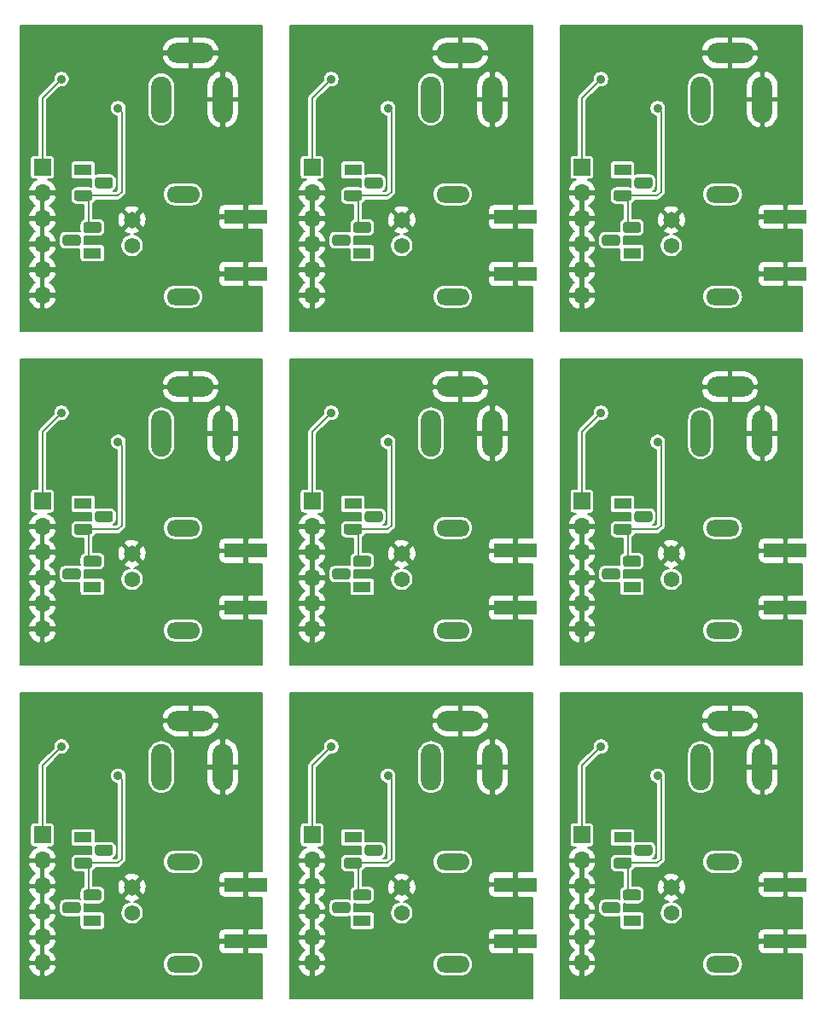
<source format=gbl>
%MOIN*%
%OFA0B0*%
%FSLAX46Y46*%
%IPPOS*%
%LPD*%
%ADD10O,0.13X0.065*%
%ADD11C,0.065*%
%ADD12C,0.062*%
%ADD13O,0.07874015748031496X0.18110236220472439*%
%ADD14O,0.18110236220472439X0.07874015748031496*%
%ADD15R,0.070866141732283464X0.043307086614173235*%
%ADD16R,0.066929133858267723X0.066929133858267723*%
%ADD17O,0.066929133858267723X0.066929133858267723*%
%ADD18R,0.16535433070866143X0.053149606299212608*%
%ADD19C,0.035*%
%ADD20C,0.055000000000000007*%
%ADD21C,0.008*%
%ADD22C,0.005905511811023622*%
%ADD33O,0.13X0.065*%
%ADD34C,0.065*%
%ADD35C,0.062*%
%ADD36O,0.07874015748031496X0.18110236220472439*%
%ADD37O,0.18110236220472439X0.07874015748031496*%
%ADD38R,0.070866141732283464X0.043307086614173235*%
%ADD39R,0.066929133858267723X0.066929133858267723*%
%ADD40O,0.066929133858267723X0.066929133858267723*%
%ADD41R,0.16535433070866143X0.053149606299212608*%
%ADD42C,0.035*%
%ADD43C,0.055000000000000007*%
%ADD44C,0.008*%
%ADD45C,0.005905511811023622*%
%ADD46O,0.13X0.065*%
%ADD47C,0.065*%
%ADD48C,0.062*%
%ADD49O,0.07874015748031496X0.18110236220472439*%
%ADD50O,0.18110236220472439X0.07874015748031496*%
%ADD51R,0.070866141732283464X0.043307086614173235*%
%ADD52R,0.066929133858267723X0.066929133858267723*%
%ADD53O,0.066929133858267723X0.066929133858267723*%
%ADD54R,0.16535433070866143X0.053149606299212608*%
%ADD55C,0.035*%
%ADD56C,0.055000000000000007*%
%ADD57C,0.008*%
%ADD58C,0.005905511811023622*%
%ADD59O,0.13X0.065*%
%ADD60C,0.065*%
%ADD61C,0.062*%
%ADD62O,0.07874015748031496X0.18110236220472439*%
%ADD63O,0.18110236220472439X0.07874015748031496*%
%ADD64R,0.070866141732283464X0.043307086614173235*%
%ADD65R,0.066929133858267723X0.066929133858267723*%
%ADD66O,0.066929133858267723X0.066929133858267723*%
%ADD67R,0.16535433070866143X0.053149606299212608*%
%ADD68C,0.035*%
%ADD69C,0.055000000000000007*%
%ADD70C,0.008*%
%ADD71C,0.005905511811023622*%
%ADD72O,0.13X0.065*%
%ADD73C,0.065*%
%ADD74C,0.062*%
%ADD75O,0.07874015748031496X0.18110236220472439*%
%ADD76O,0.18110236220472439X0.07874015748031496*%
%ADD77R,0.070866141732283464X0.043307086614173235*%
%ADD78R,0.066929133858267723X0.066929133858267723*%
%ADD79O,0.066929133858267723X0.066929133858267723*%
%ADD80R,0.16535433070866143X0.053149606299212608*%
%ADD81C,0.035*%
%ADD82C,0.055000000000000007*%
%ADD83C,0.008*%
%ADD84C,0.005905511811023622*%
%ADD85O,0.13X0.065*%
%ADD86C,0.065*%
%ADD87C,0.062*%
%ADD88O,0.07874015748031496X0.18110236220472439*%
%ADD89O,0.18110236220472439X0.07874015748031496*%
%ADD90R,0.070866141732283464X0.043307086614173235*%
%ADD91R,0.066929133858267723X0.066929133858267723*%
%ADD92O,0.066929133858267723X0.066929133858267723*%
%ADD93R,0.16535433070866143X0.053149606299212608*%
%ADD94C,0.035*%
%ADD95C,0.055000000000000007*%
%ADD96C,0.008*%
%ADD97C,0.005905511811023622*%
%ADD98O,0.13X0.065*%
%ADD99C,0.065*%
%ADD100C,0.062*%
%ADD101O,0.07874015748031496X0.18110236220472439*%
%ADD102O,0.18110236220472439X0.07874015748031496*%
%ADD103R,0.070866141732283464X0.043307086614173235*%
%ADD104R,0.066929133858267723X0.066929133858267723*%
%ADD105O,0.066929133858267723X0.066929133858267723*%
%ADD106R,0.16535433070866143X0.053149606299212608*%
%ADD107C,0.035*%
%ADD108C,0.055000000000000007*%
%ADD109C,0.008*%
%ADD110C,0.005905511811023622*%
%ADD111O,0.13X0.065*%
%ADD112C,0.065*%
%ADD113C,0.062*%
%ADD114O,0.07874015748031496X0.18110236220472439*%
%ADD115O,0.18110236220472439X0.07874015748031496*%
%ADD116R,0.070866141732283464X0.043307086614173235*%
%ADD117R,0.066929133858267723X0.066929133858267723*%
%ADD118O,0.066929133858267723X0.066929133858267723*%
%ADD119R,0.16535433070866143X0.053149606299212608*%
%ADD120C,0.035*%
%ADD121C,0.055000000000000007*%
%ADD122C,0.008*%
%ADD123C,0.005905511811023622*%
%ADD124O,0.13X0.065*%
%ADD125C,0.065*%
%ADD126C,0.062*%
%ADD127O,0.07874015748031496X0.18110236220472439*%
%ADD128O,0.18110236220472439X0.07874015748031496*%
%ADD129R,0.070866141732283464X0.043307086614173235*%
%ADD130R,0.066929133858267723X0.066929133858267723*%
%ADD131O,0.066929133858267723X0.066929133858267723*%
%ADD132R,0.16535433070866143X0.053149606299212608*%
%ADD133C,0.035*%
%ADD134C,0.055000000000000007*%
%ADD135C,0.008*%
%ADD136C,0.005905511811023622*%
G01*
D10*
X0002349212Y0000544488D02*
X0000650000Y0000150000D03*
X0000650000Y0000550000D03*
D11*
X0000450000Y0000450000D03*
D12*
X0000450000Y0000350000D03*
D13*
X0000805000Y0000920000D03*
X0000564842Y0000920000D03*
D14*
X0000679015Y0001101102D03*
G36*
G01*
X0000316141Y0000616653D02*
X0000365354Y0000616653D01*
G75*
G02*
X0000376181Y0000605826J-0000010826D01*
G01*
X0000376181Y0000584173D01*
G75*
G02*
X0000365354Y0000573346I-0000010826D01*
G01*
X0000316141Y0000573346D01*
G75*
G02*
X0000305314Y0000584173J0000010826D01*
G01*
X0000305314Y0000605826D01*
G75*
G02*
X0000316141Y0000616653I0000010826D01*
G01*
G37*
G36*
G01*
X0000234645Y0000566653D02*
X0000283858Y0000566653D01*
G75*
G02*
X0000294685Y0000555826J-0000010826D01*
G01*
X0000294685Y0000534173D01*
G75*
G02*
X0000283858Y0000523346I-0000010826D01*
G01*
X0000234645Y0000523346D01*
G75*
G02*
X0000223818Y0000534173J0000010826D01*
G01*
X0000223818Y0000555826D01*
G75*
G02*
X0000234645Y0000566653I0000010826D01*
G01*
G37*
D15*
X0000259251Y0000645000D03*
X0000295748Y0000320000D03*
G36*
G01*
X0000320354Y0000398346D02*
X0000271141Y0000398346D01*
G75*
G02*
X0000260314Y0000409173J0000010826D01*
G01*
X0000260314Y0000430826D01*
G75*
G02*
X0000271141Y0000441653I0000010826D01*
G01*
X0000320354Y0000441653D01*
G75*
G02*
X0000331181Y0000430826J-0000010826D01*
G01*
X0000331181Y0000409173D01*
G75*
G02*
X0000320354Y0000398346I-0000010826D01*
G01*
G37*
G36*
G01*
X0000238858Y0000348346D02*
X0000189645Y0000348346D01*
G75*
G02*
X0000178818Y0000359173J0000010826D01*
G01*
X0000178818Y0000380826D01*
G75*
G02*
X0000189645Y0000391653I0000010826D01*
G01*
X0000238858Y0000391653D01*
G75*
G02*
X0000249685Y0000380826J-0000010826D01*
G01*
X0000249685Y0000359173D01*
G75*
G02*
X0000238858Y0000348346I-0000010826D01*
G01*
G37*
D16*
X0000099999Y0000655000D03*
D17*
X0000099999Y0000555000D03*
X0000099999Y0000455000D03*
X0000099999Y0000355000D03*
X0000099999Y0000255000D03*
X0000099999Y0000154999D03*
D18*
X0000895000Y0000238779D03*
X0000895000Y0000461220D03*
D19*
X0000825000Y0000049999D03*
D20*
X0000374999Y0000049999D03*
X0000350000Y0001150000D03*
D19*
X0000225000Y0001150000D03*
X0000885000Y0001160000D03*
X0000679999Y0000690000D03*
X0000075000Y0001150000D03*
X0000099999Y0000049999D03*
X0000175000Y0001000000D03*
X0000396171Y0000886171D03*
D21*
X0000099999Y0000924999D02*
X0000175000Y0001000000D01*
X0000099999Y0000655000D02*
X0000099999Y0000924999D01*
X0000280000Y0000540000D02*
X0000274999Y0000545000D01*
X0000280000Y0000420000D02*
X0000280000Y0000540000D01*
X0000274999Y0000545000D02*
X0000395000Y0000545000D01*
X0000395000Y0000545000D02*
X0000410000Y0000560000D01*
X0000410000Y0000872343D02*
X0000396171Y0000886171D01*
X0000410000Y0000560000D02*
X0000410000Y0000872343D01*
X0000959500Y0000511881D02*
X0000907000Y0000511795D01*
X0000901000Y0000505795D01*
X0000901000Y0000467220D01*
X0000901787Y0000467220D01*
X0000901787Y0000455220D01*
X0000901000Y0000455220D01*
X0000901000Y0000416645D01*
X0000907000Y0000410645D01*
X0000959500Y0000410559D01*
X0000959500Y0000289440D01*
X0000907000Y0000289354D01*
X0000901000Y0000283354D01*
X0000901000Y0000244779D01*
X0000901787Y0000244779D01*
X0000901787Y0000232779D01*
X0000901000Y0000232779D01*
X0000901000Y0000194204D01*
X0000907000Y0000188204D01*
X0000959500Y0000188118D01*
X0000959500Y0000015500D01*
X0000015500Y0000015500D01*
X0000015500Y0000140133D01*
X0000044491Y0000140133D01*
X0000045587Y0000136522D01*
X0000050237Y0000126261D01*
X0000056800Y0000117105D01*
X0000065023Y0000109405D01*
X0000074590Y0000103458D01*
X0000085133Y0000099491D01*
X0000093999Y0000103849D01*
X0000093999Y0000148999D01*
X0000105999Y0000148999D01*
X0000105999Y0000103849D01*
X0000114866Y0000099491D01*
X0000125409Y0000103458D01*
X0000134976Y0000109405D01*
X0000143199Y0000117105D01*
X0000149762Y0000126261D01*
X0000154412Y0000136522D01*
X0000155508Y0000140133D01*
X0000151113Y0000148999D01*
X0000105999Y0000148999D01*
X0000093999Y0000148999D01*
X0000048886Y0000148999D01*
X0000044491Y0000140133D01*
X0000015500Y0000140133D01*
X0000015500Y0000150000D01*
X0000570775Y0000150000D01*
X0000571672Y0000140884D01*
X0000574331Y0000132119D01*
X0000578649Y0000124040D01*
X0000584460Y0000116960D01*
X0000591540Y0000111149D01*
X0000599619Y0000106831D01*
X0000608384Y0000104172D01*
X0000615215Y0000103500D01*
X0000684784Y0000103500D01*
X0000691615Y0000104172D01*
X0000700380Y0000106831D01*
X0000708459Y0000111149D01*
X0000715539Y0000116960D01*
X0000721350Y0000124040D01*
X0000725668Y0000132119D01*
X0000728327Y0000140884D01*
X0000729224Y0000150000D01*
X0000728327Y0000159115D01*
X0000725668Y0000167880D01*
X0000721350Y0000175959D01*
X0000715539Y0000183039D01*
X0000708459Y0000188850D01*
X0000700380Y0000193168D01*
X0000691615Y0000195827D01*
X0000684784Y0000196499D01*
X0000615215Y0000196499D01*
X0000608384Y0000195827D01*
X0000599619Y0000193168D01*
X0000591540Y0000188850D01*
X0000584460Y0000183039D01*
X0000578649Y0000175959D01*
X0000574331Y0000167880D01*
X0000571672Y0000159115D01*
X0000570775Y0000150000D01*
X0000015500Y0000150000D01*
X0000015500Y0000240133D01*
X0000044491Y0000240133D01*
X0000045587Y0000236522D01*
X0000050237Y0000226261D01*
X0000056800Y0000217105D01*
X0000065023Y0000209406D01*
X0000072110Y0000205000D01*
X0000065023Y0000200593D01*
X0000056800Y0000192894D01*
X0000050237Y0000183738D01*
X0000045587Y0000173477D01*
X0000044491Y0000169866D01*
X0000048886Y0000160999D01*
X0000093999Y0000160999D01*
X0000093999Y0000249000D01*
X0000105999Y0000249000D01*
X0000105999Y0000160999D01*
X0000151113Y0000160999D01*
X0000155508Y0000169866D01*
X0000154412Y0000173477D01*
X0000149762Y0000183738D01*
X0000143199Y0000192894D01*
X0000134976Y0000200593D01*
X0000127889Y0000205000D01*
X0000134976Y0000209406D01*
X0000137965Y0000212204D01*
X0000788206Y0000212204D01*
X0000788670Y0000207499D01*
X0000790042Y0000202975D01*
X0000792270Y0000198806D01*
X0000795270Y0000195152D01*
X0000798924Y0000192152D01*
X0000803093Y0000189924D01*
X0000807617Y0000188551D01*
X0000812322Y0000188088D01*
X0000883000Y0000188204D01*
X0000889000Y0000194204D01*
X0000889000Y0000232779D01*
X0000794322Y0000232779D01*
X0000788322Y0000226779D01*
X0000788206Y0000212204D01*
X0000137965Y0000212204D01*
X0000143199Y0000217105D01*
X0000149762Y0000226261D01*
X0000154412Y0000236522D01*
X0000155508Y0000240133D01*
X0000151113Y0000249000D01*
X0000105999Y0000249000D01*
X0000093999Y0000249000D01*
X0000048886Y0000249000D01*
X0000044491Y0000240133D01*
X0000015500Y0000240133D01*
X0000015500Y0000340133D01*
X0000044491Y0000340133D01*
X0000045587Y0000336522D01*
X0000050237Y0000326261D01*
X0000056800Y0000317105D01*
X0000065023Y0000309406D01*
X0000072110Y0000305000D01*
X0000065023Y0000300593D01*
X0000056800Y0000292894D01*
X0000050237Y0000283738D01*
X0000045587Y0000273477D01*
X0000044491Y0000269866D01*
X0000048886Y0000261000D01*
X0000093999Y0000261000D01*
X0000093999Y0000349000D01*
X0000105999Y0000349000D01*
X0000105999Y0000261000D01*
X0000151113Y0000261000D01*
X0000153271Y0000265354D01*
X0000788206Y0000265354D01*
X0000788322Y0000250779D01*
X0000794322Y0000244779D01*
X0000889000Y0000244779D01*
X0000889000Y0000283354D01*
X0000883000Y0000289354D01*
X0000812322Y0000289470D01*
X0000807617Y0000289007D01*
X0000803093Y0000287634D01*
X0000798924Y0000285406D01*
X0000795270Y0000282407D01*
X0000792270Y0000278752D01*
X0000790042Y0000274583D01*
X0000788670Y0000270059D01*
X0000788206Y0000265354D01*
X0000153271Y0000265354D01*
X0000155508Y0000269866D01*
X0000154412Y0000273477D01*
X0000149762Y0000283738D01*
X0000143199Y0000292894D01*
X0000134976Y0000300593D01*
X0000127889Y0000305000D01*
X0000134976Y0000309406D01*
X0000143199Y0000317105D01*
X0000149762Y0000326261D01*
X0000154412Y0000336522D01*
X0000155508Y0000340133D01*
X0000151113Y0000349000D01*
X0000105999Y0000349000D01*
X0000093999Y0000349000D01*
X0000048886Y0000349000D01*
X0000044491Y0000340133D01*
X0000015500Y0000340133D01*
X0000015500Y0000440133D01*
X0000044491Y0000440133D01*
X0000045587Y0000436522D01*
X0000050237Y0000426261D01*
X0000056800Y0000417105D01*
X0000065023Y0000409406D01*
X0000072110Y0000404999D01*
X0000065023Y0000400593D01*
X0000056800Y0000392894D01*
X0000050237Y0000383738D01*
X0000045587Y0000373477D01*
X0000044491Y0000369866D01*
X0000048886Y0000361000D01*
X0000093999Y0000361000D01*
X0000093999Y0000449000D01*
X0000105999Y0000449000D01*
X0000105999Y0000361000D01*
X0000151113Y0000361000D01*
X0000155508Y0000369866D01*
X0000154412Y0000373477D01*
X0000151082Y0000380826D01*
X0000164751Y0000380826D01*
X0000164751Y0000359173D01*
X0000165229Y0000354316D01*
X0000166646Y0000349646D01*
X0000168946Y0000345342D01*
X0000172042Y0000341570D01*
X0000175815Y0000338474D01*
X0000180118Y0000336173D01*
X0000184788Y0000334757D01*
X0000189645Y0000334278D01*
X0000238858Y0000334278D01*
X0000243714Y0000334757D01*
X0000246247Y0000335525D01*
X0000246247Y0000298346D01*
X0000246517Y0000295601D01*
X0000247318Y0000292962D01*
X0000248618Y0000290530D01*
X0000250367Y0000288399D01*
X0000252499Y0000286649D01*
X0000254931Y0000285349D01*
X0000257570Y0000284549D01*
X0000260314Y0000284278D01*
X0000331181Y0000284278D01*
X0000333925Y0000284549D01*
X0000336564Y0000285349D01*
X0000338996Y0000286649D01*
X0000341128Y0000288399D01*
X0000342877Y0000290530D01*
X0000344177Y0000292962D01*
X0000344978Y0000295601D01*
X0000345248Y0000298346D01*
X0000345248Y0000341653D01*
X0000344978Y0000344398D01*
X0000344177Y0000347037D01*
X0000342877Y0000349469D01*
X0000341128Y0000351600D01*
X0000338996Y0000353350D01*
X0000336972Y0000354432D01*
X0000404999Y0000354432D01*
X0000404999Y0000345567D01*
X0000406729Y0000336873D01*
X0000410121Y0000328684D01*
X0000415046Y0000321314D01*
X0000421314Y0000315046D01*
X0000428684Y0000310121D01*
X0000436873Y0000306729D01*
X0000445567Y0000305000D01*
X0000454432Y0000305000D01*
X0000463126Y0000306729D01*
X0000471315Y0000310121D01*
X0000478685Y0000315046D01*
X0000484953Y0000321314D01*
X0000489878Y0000328684D01*
X0000493270Y0000336873D01*
X0000495000Y0000345567D01*
X0000495000Y0000354432D01*
X0000493270Y0000363126D01*
X0000489878Y0000371315D01*
X0000484953Y0000378685D01*
X0000478685Y0000384953D01*
X0000471315Y0000389878D01*
X0000463126Y0000393270D01*
X0000458645Y0000394161D01*
X0000464757Y0000395178D01*
X0000475169Y0000399110D01*
X0000478329Y0000400799D01*
X0000481408Y0000410106D01*
X0000450000Y0000441514D01*
X0000418591Y0000410106D01*
X0000421670Y0000400799D01*
X0000431813Y0000396218D01*
X0000440991Y0000394089D01*
X0000436873Y0000393270D01*
X0000428684Y0000389878D01*
X0000421314Y0000384953D01*
X0000415046Y0000378685D01*
X0000410121Y0000371315D01*
X0000406729Y0000363126D01*
X0000404999Y0000354432D01*
X0000336972Y0000354432D01*
X0000336564Y0000354650D01*
X0000333925Y0000355450D01*
X0000331181Y0000355721D01*
X0000263412Y0000355721D01*
X0000263752Y0000359173D01*
X0000263752Y0000380826D01*
X0000263275Y0000385669D01*
X0000266285Y0000384757D01*
X0000271141Y0000384278D01*
X0000320354Y0000384278D01*
X0000325210Y0000384757D01*
X0000329881Y0000386173D01*
X0000334184Y0000388474D01*
X0000337957Y0000391570D01*
X0000341053Y0000395342D01*
X0000343353Y0000399646D01*
X0000344770Y0000404316D01*
X0000345248Y0000409173D01*
X0000345248Y0000430826D01*
X0000344770Y0000435683D01*
X0000343353Y0000440353D01*
X0000341053Y0000444657D01*
X0000339770Y0000446221D01*
X0000393352Y0000446221D01*
X0000395178Y0000435242D01*
X0000399110Y0000424830D01*
X0000400799Y0000421670D01*
X0000410106Y0000418591D01*
X0000441514Y0000450000D01*
X0000458485Y0000450000D01*
X0000489893Y0000418591D01*
X0000499200Y0000421670D01*
X0000503781Y0000431813D01*
X0000504438Y0000434645D01*
X0000788206Y0000434645D01*
X0000788670Y0000429940D01*
X0000790042Y0000425416D01*
X0000792270Y0000421247D01*
X0000795270Y0000417592D01*
X0000798924Y0000414593D01*
X0000803093Y0000412365D01*
X0000807617Y0000410992D01*
X0000812322Y0000410529D01*
X0000883000Y0000410645D01*
X0000889000Y0000416645D01*
X0000889000Y0000455220D01*
X0000794322Y0000455220D01*
X0000788322Y0000449220D01*
X0000788206Y0000434645D01*
X0000504438Y0000434645D01*
X0000506296Y0000442654D01*
X0000506647Y0000453778D01*
X0000504821Y0000464757D01*
X0000500889Y0000475169D01*
X0000499200Y0000478329D01*
X0000489893Y0000481408D01*
X0000458485Y0000450000D01*
X0000441514Y0000450000D01*
X0000410106Y0000481408D01*
X0000400799Y0000478329D01*
X0000396218Y0000468186D01*
X0000393703Y0000457345D01*
X0000393352Y0000446221D01*
X0000339770Y0000446221D01*
X0000337957Y0000448429D01*
X0000334184Y0000451525D01*
X0000329881Y0000453826D01*
X0000325210Y0000455242D01*
X0000320354Y0000455721D01*
X0000298000Y0000455721D01*
X0000298000Y0000489893D01*
X0000418591Y0000489893D01*
X0000450000Y0000458485D01*
X0000479310Y0000487795D01*
X0000788206Y0000487795D01*
X0000788322Y0000473220D01*
X0000794322Y0000467220D01*
X0000889000Y0000467220D01*
X0000889000Y0000505795D01*
X0000883000Y0000511795D01*
X0000812322Y0000511911D01*
X0000807617Y0000511448D01*
X0000803093Y0000510075D01*
X0000798924Y0000507847D01*
X0000795270Y0000504847D01*
X0000792270Y0000501193D01*
X0000790042Y0000497024D01*
X0000788670Y0000492500D01*
X0000788206Y0000487795D01*
X0000479310Y0000487795D01*
X0000481408Y0000489893D01*
X0000478329Y0000499200D01*
X0000468186Y0000503781D01*
X0000457345Y0000506296D01*
X0000446221Y0000506647D01*
X0000435242Y0000504821D01*
X0000424830Y0000500889D01*
X0000421670Y0000499200D01*
X0000418591Y0000489893D01*
X0000298000Y0000489893D01*
X0000298000Y0000513729D01*
X0000301461Y0000516570D01*
X0000304557Y0000520342D01*
X0000306857Y0000524646D01*
X0000307571Y0000527000D01*
X0000394116Y0000527000D01*
X0000395000Y0000526912D01*
X0000395883Y0000527000D01*
X0000395884Y0000527000D01*
X0000398528Y0000527260D01*
X0000401921Y0000528289D01*
X0000405048Y0000529961D01*
X0000407789Y0000532210D01*
X0000408353Y0000532897D01*
X0000422102Y0000546646D01*
X0000422789Y0000547210D01*
X0000424258Y0000549000D01*
X0000425038Y0000549951D01*
X0000425064Y0000550000D01*
X0000570775Y0000550000D01*
X0000571672Y0000540884D01*
X0000574331Y0000532119D01*
X0000578649Y0000524040D01*
X0000584460Y0000516960D01*
X0000591540Y0000511149D01*
X0000599619Y0000506831D01*
X0000608384Y0000504172D01*
X0000615215Y0000503500D01*
X0000684784Y0000503500D01*
X0000691615Y0000504172D01*
X0000700380Y0000506831D01*
X0000708459Y0000511149D01*
X0000715539Y0000516960D01*
X0000721350Y0000524040D01*
X0000725668Y0000532119D01*
X0000728327Y0000540884D01*
X0000729224Y0000550000D01*
X0000728327Y0000559115D01*
X0000725668Y0000567880D01*
X0000721350Y0000575959D01*
X0000715539Y0000583039D01*
X0000708459Y0000588850D01*
X0000700380Y0000593168D01*
X0000691615Y0000595827D01*
X0000684784Y0000596500D01*
X0000615215Y0000596500D01*
X0000608384Y0000595827D01*
X0000599619Y0000593168D01*
X0000591540Y0000588850D01*
X0000584460Y0000583039D01*
X0000578649Y0000575959D01*
X0000574331Y0000567880D01*
X0000571672Y0000559115D01*
X0000570775Y0000550000D01*
X0000425064Y0000550000D01*
X0000426188Y0000552102D01*
X0000426710Y0000553078D01*
X0000427739Y0000556471D01*
X0000428000Y0000559115D01*
X0000428000Y0000559116D01*
X0000428087Y0000559999D01*
X0000428000Y0000560883D01*
X0000428000Y0000866197D01*
X0000511472Y0000866197D01*
X0000512244Y0000858356D01*
X0000515296Y0000848296D01*
X0000520252Y0000839024D01*
X0000526921Y0000830897D01*
X0000535048Y0000824228D01*
X0000544319Y0000819272D01*
X0000554380Y0000816221D01*
X0000564842Y0000815190D01*
X0000575304Y0000816221D01*
X0000585365Y0000819272D01*
X0000594636Y0000824228D01*
X0000602763Y0000830897D01*
X0000609432Y0000839024D01*
X0000614388Y0000848296D01*
X0000617440Y0000858356D01*
X0000618212Y0000866197D01*
X0000618212Y0000914000D01*
X0000741629Y0000914000D01*
X0000741629Y0000862818D01*
X0000744018Y0000850571D01*
X0000748749Y0000839024D01*
X0000755643Y0000828623D01*
X0000764433Y0000819766D01*
X0000774782Y0000812795D01*
X0000786292Y0000807976D01*
X0000789205Y0000807448D01*
X0000799000Y0000811763D01*
X0000799000Y0000914000D01*
X0000811000Y0000914000D01*
X0000811000Y0000811763D01*
X0000820794Y0000807448D01*
X0000823707Y0000807976D01*
X0000835217Y0000812795D01*
X0000845566Y0000819766D01*
X0000854356Y0000828623D01*
X0000861250Y0000839024D01*
X0000865981Y0000850571D01*
X0000868370Y0000862818D01*
X0000868370Y0000914000D01*
X0000811000Y0000914000D01*
X0000799000Y0000914000D01*
X0000741629Y0000914000D01*
X0000618212Y0000914000D01*
X0000618212Y0000973802D01*
X0000617879Y0000977181D01*
X0000741629Y0000977181D01*
X0000741629Y0000926000D01*
X0000799000Y0000926000D01*
X0000799000Y0001028236D01*
X0000811000Y0001028236D01*
X0000811000Y0000926000D01*
X0000868370Y0000926000D01*
X0000868370Y0000977181D01*
X0000865981Y0000989428D01*
X0000861250Y0001000975D01*
X0000854356Y0001011376D01*
X0000845566Y0001020233D01*
X0000835217Y0001027204D01*
X0000823707Y0001032023D01*
X0000820794Y0001032551D01*
X0000811000Y0001028236D01*
X0000799000Y0001028236D01*
X0000789205Y0001032551D01*
X0000786292Y0001032023D01*
X0000774782Y0001027204D01*
X0000764433Y0001020233D01*
X0000755643Y0001011376D01*
X0000748749Y0001000975D01*
X0000744018Y0000989428D01*
X0000741629Y0000977181D01*
X0000617879Y0000977181D01*
X0000617440Y0000981643D01*
X0000614388Y0000991703D01*
X0000609432Y0001000975D01*
X0000602763Y0001009102D01*
X0000594636Y0001015771D01*
X0000585365Y0001020727D01*
X0000575304Y0001023778D01*
X0000564842Y0001024809D01*
X0000554380Y0001023778D01*
X0000544319Y0001020727D01*
X0000535048Y0001015771D01*
X0000526921Y0001009102D01*
X0000520252Y0001000975D01*
X0000515296Y0000991703D01*
X0000512244Y0000981643D01*
X0000511472Y0000973802D01*
X0000511472Y0000866197D01*
X0000428000Y0000866197D01*
X0000428000Y0000871459D01*
X0000428087Y0000872343D01*
X0000428000Y0000873226D01*
X0000428000Y0000873227D01*
X0000427739Y0000875871D01*
X0000426833Y0000878857D01*
X0000427671Y0000883069D01*
X0000427671Y0000889274D01*
X0000426460Y0000895359D01*
X0000424086Y0000901092D01*
X0000420639Y0000906251D01*
X0000416251Y0000910639D01*
X0000411092Y0000914086D01*
X0000405359Y0000916460D01*
X0000399273Y0000917671D01*
X0000393069Y0000917671D01*
X0000386983Y0000916460D01*
X0000381250Y0000914086D01*
X0000376091Y0000910639D01*
X0000371703Y0000906251D01*
X0000368256Y0000901092D01*
X0000365882Y0000895359D01*
X0000364671Y0000889274D01*
X0000364671Y0000883069D01*
X0000365882Y0000876983D01*
X0000368256Y0000871250D01*
X0000371703Y0000866091D01*
X0000376091Y0000861703D01*
X0000381250Y0000858256D01*
X0000386983Y0000855882D01*
X0000392000Y0000854884D01*
X0000392000Y0000567455D01*
X0000387544Y0000563000D01*
X0000378297Y0000563000D01*
X0000379184Y0000563474D01*
X0000382957Y0000566570D01*
X0000386053Y0000570342D01*
X0000388353Y0000574646D01*
X0000389770Y0000579316D01*
X0000390248Y0000584173D01*
X0000390248Y0000605826D01*
X0000389770Y0000610683D01*
X0000388353Y0000615353D01*
X0000386053Y0000619657D01*
X0000382957Y0000623429D01*
X0000379184Y0000626525D01*
X0000374881Y0000628826D01*
X0000370211Y0000630242D01*
X0000365354Y0000630721D01*
X0000316141Y0000630721D01*
X0000311285Y0000630242D01*
X0000308752Y0000629474D01*
X0000308752Y0000666653D01*
X0000308482Y0000669398D01*
X0000307681Y0000672037D01*
X0000306381Y0000674469D01*
X0000304632Y0000676600D01*
X0000302500Y0000678350D01*
X0000300068Y0000679650D01*
X0000297429Y0000680450D01*
X0000294685Y0000680721D01*
X0000223818Y0000680721D01*
X0000221074Y0000680450D01*
X0000218435Y0000679650D01*
X0000216003Y0000678350D01*
X0000213871Y0000676600D01*
X0000212122Y0000674469D01*
X0000210822Y0000672037D01*
X0000210021Y0000669398D01*
X0000209751Y0000666653D01*
X0000209751Y0000623346D01*
X0000210021Y0000620601D01*
X0000210822Y0000617962D01*
X0000212122Y0000615530D01*
X0000213871Y0000613399D01*
X0000216003Y0000611649D01*
X0000218435Y0000610349D01*
X0000221074Y0000609549D01*
X0000223818Y0000609278D01*
X0000291587Y0000609278D01*
X0000291247Y0000605826D01*
X0000291247Y0000584173D01*
X0000291724Y0000579330D01*
X0000288714Y0000580242D01*
X0000283858Y0000580721D01*
X0000234645Y0000580721D01*
X0000229788Y0000580242D01*
X0000225118Y0000578826D01*
X0000220815Y0000576525D01*
X0000217042Y0000573429D01*
X0000213946Y0000569657D01*
X0000211646Y0000565353D01*
X0000210229Y0000560683D01*
X0000209751Y0000555826D01*
X0000209751Y0000534173D01*
X0000210229Y0000529316D01*
X0000211646Y0000524646D01*
X0000213946Y0000520342D01*
X0000217042Y0000516570D01*
X0000220815Y0000513474D01*
X0000225118Y0000511173D01*
X0000229788Y0000509757D01*
X0000234645Y0000509278D01*
X0000262000Y0000509278D01*
X0000262000Y0000453943D01*
X0000261615Y0000453826D01*
X0000257311Y0000451525D01*
X0000253538Y0000448429D01*
X0000250442Y0000444657D01*
X0000248142Y0000440353D01*
X0000246725Y0000435683D01*
X0000246247Y0000430826D01*
X0000246247Y0000409173D01*
X0000246724Y0000404330D01*
X0000243714Y0000405242D01*
X0000238858Y0000405721D01*
X0000189645Y0000405721D01*
X0000184788Y0000405242D01*
X0000180118Y0000403826D01*
X0000175815Y0000401525D01*
X0000172042Y0000398429D01*
X0000168946Y0000394657D01*
X0000166646Y0000390353D01*
X0000165229Y0000385683D01*
X0000164751Y0000380826D01*
X0000151082Y0000380826D01*
X0000149762Y0000383738D01*
X0000143199Y0000392894D01*
X0000134976Y0000400593D01*
X0000127889Y0000404999D01*
X0000134976Y0000409406D01*
X0000143199Y0000417105D01*
X0000149762Y0000426261D01*
X0000154412Y0000436522D01*
X0000155508Y0000440133D01*
X0000151113Y0000449000D01*
X0000105999Y0000449000D01*
X0000093999Y0000449000D01*
X0000048886Y0000449000D01*
X0000044491Y0000440133D01*
X0000015500Y0000440133D01*
X0000015500Y0000540133D01*
X0000044491Y0000540133D01*
X0000045587Y0000536522D01*
X0000050237Y0000526261D01*
X0000056800Y0000517105D01*
X0000065023Y0000509406D01*
X0000072110Y0000505000D01*
X0000065023Y0000500593D01*
X0000056800Y0000492894D01*
X0000050237Y0000483738D01*
X0000045587Y0000473477D01*
X0000044491Y0000469866D01*
X0000048886Y0000461000D01*
X0000093999Y0000461000D01*
X0000093999Y0000549000D01*
X0000105999Y0000549000D01*
X0000105999Y0000461000D01*
X0000151113Y0000461000D01*
X0000155508Y0000469866D01*
X0000154412Y0000473477D01*
X0000149762Y0000483738D01*
X0000143199Y0000492894D01*
X0000134976Y0000500593D01*
X0000127889Y0000505000D01*
X0000134976Y0000509406D01*
X0000143199Y0000517105D01*
X0000149762Y0000526261D01*
X0000154412Y0000536522D01*
X0000155508Y0000540133D01*
X0000151113Y0000549000D01*
X0000105999Y0000549000D01*
X0000093999Y0000549000D01*
X0000048886Y0000549000D01*
X0000044491Y0000540133D01*
X0000015500Y0000540133D01*
X0000015500Y0000569866D01*
X0000044491Y0000569866D01*
X0000048886Y0000561000D01*
X0000093999Y0000561000D01*
X0000093999Y0000561787D01*
X0000105999Y0000561787D01*
X0000105999Y0000561000D01*
X0000151113Y0000561000D01*
X0000155508Y0000569866D01*
X0000154412Y0000573477D01*
X0000149762Y0000583738D01*
X0000143199Y0000592894D01*
X0000134976Y0000600593D01*
X0000125409Y0000606541D01*
X0000122948Y0000607467D01*
X0000133464Y0000607467D01*
X0000136209Y0000607738D01*
X0000138848Y0000608538D01*
X0000141280Y0000609838D01*
X0000143411Y0000611588D01*
X0000145161Y0000613719D01*
X0000146461Y0000616151D01*
X0000147261Y0000618790D01*
X0000147532Y0000621535D01*
X0000147532Y0000688464D01*
X0000147261Y0000691209D01*
X0000146461Y0000693848D01*
X0000145161Y0000696280D01*
X0000143411Y0000698411D01*
X0000141280Y0000700161D01*
X0000138848Y0000701461D01*
X0000136209Y0000702261D01*
X0000133464Y0000702532D01*
X0000117999Y0000702532D01*
X0000117999Y0000917544D01*
X0000169443Y0000968988D01*
X0000171897Y0000968499D01*
X0000178102Y0000968499D01*
X0000184188Y0000969710D01*
X0000189920Y0000972085D01*
X0000195080Y0000975532D01*
X0000199467Y0000979919D01*
X0000202914Y0000985079D01*
X0000205289Y0000990811D01*
X0000206500Y0000996897D01*
X0000206500Y0001003102D01*
X0000205289Y0001009188D01*
X0000202914Y0001014920D01*
X0000199467Y0001020080D01*
X0000195080Y0001024467D01*
X0000189920Y0001027914D01*
X0000184188Y0001030289D01*
X0000178102Y0001031500D01*
X0000171897Y0001031500D01*
X0000165811Y0001030289D01*
X0000160079Y0001027914D01*
X0000154919Y0001024467D01*
X0000150532Y0001020080D01*
X0000147085Y0001014920D01*
X0000144710Y0001009188D01*
X0000143500Y0001003102D01*
X0000143500Y0000996897D01*
X0000143988Y0000994443D01*
X0000087897Y0000938353D01*
X0000087210Y0000937789D01*
X0000086646Y0000937102D01*
X0000086646Y0000937102D01*
X0000084961Y0000935048D01*
X0000083289Y0000931921D01*
X0000082260Y0000928528D01*
X0000081912Y0000924999D01*
X0000082000Y0000924115D01*
X0000081999Y0000702532D01*
X0000066535Y0000702532D01*
X0000063790Y0000702261D01*
X0000061151Y0000701461D01*
X0000058719Y0000700161D01*
X0000056588Y0000698411D01*
X0000054838Y0000696280D01*
X0000053538Y0000693848D01*
X0000052737Y0000691209D01*
X0000052467Y0000688464D01*
X0000052467Y0000621535D01*
X0000052737Y0000618790D01*
X0000053538Y0000616151D01*
X0000054838Y0000613719D01*
X0000056588Y0000611588D01*
X0000058719Y0000609838D01*
X0000061151Y0000608538D01*
X0000063790Y0000607738D01*
X0000066535Y0000607467D01*
X0000077051Y0000607467D01*
X0000074590Y0000606541D01*
X0000065023Y0000600593D01*
X0000056800Y0000592894D01*
X0000050237Y0000583738D01*
X0000045587Y0000573477D01*
X0000044491Y0000569866D01*
X0000015500Y0000569866D01*
X0000015500Y0001085307D01*
X0000566464Y0001085307D01*
X0000566992Y0001082394D01*
X0000571810Y0001070884D01*
X0000578782Y0001060535D01*
X0000587639Y0001051745D01*
X0000598040Y0001044852D01*
X0000609587Y0001040120D01*
X0000621834Y0001037732D01*
X0000673015Y0001037732D01*
X0000673015Y0001095102D01*
X0000685015Y0001095102D01*
X0000685015Y0001037732D01*
X0000736196Y0001037732D01*
X0000748444Y0001040120D01*
X0000759990Y0001044852D01*
X0000770392Y0001051745D01*
X0000779248Y0001060535D01*
X0000786220Y0001070884D01*
X0000791039Y0001082394D01*
X0000791566Y0001085307D01*
X0000787252Y0001095102D01*
X0000685015Y0001095102D01*
X0000673015Y0001095102D01*
X0000570779Y0001095102D01*
X0000566464Y0001085307D01*
X0000015500Y0001085307D01*
X0000015500Y0001116897D01*
X0000566464Y0001116897D01*
X0000570779Y0001107102D01*
X0000673015Y0001107102D01*
X0000673015Y0001164472D01*
X0000685015Y0001164472D01*
X0000685015Y0001107102D01*
X0000787252Y0001107102D01*
X0000791566Y0001116897D01*
X0000791039Y0001119809D01*
X0000786220Y0001131320D01*
X0000779248Y0001141669D01*
X0000770392Y0001150459D01*
X0000759990Y0001157352D01*
X0000748444Y0001162084D01*
X0000736196Y0001164472D01*
X0000685015Y0001164472D01*
X0000673015Y0001164472D01*
X0000621834Y0001164472D01*
X0000609587Y0001162084D01*
X0000598040Y0001157352D01*
X0000587639Y0001150459D01*
X0000578782Y0001141669D01*
X0000571810Y0001131320D01*
X0000566992Y0001119809D01*
X0000566464Y0001116897D01*
X0000015500Y0001116897D01*
X0000015500Y0001209500D01*
X0000959500Y0001209500D01*
X0000959500Y0000511881D01*
D22*
G36*
X0000959500Y0000511881D02*
G01*
X0000907000Y0000511795D01*
X0000901000Y0000505795D01*
X0000901000Y0000467220D01*
X0000901787Y0000467220D01*
X0000901787Y0000455220D01*
X0000901000Y0000455220D01*
X0000901000Y0000416645D01*
X0000907000Y0000410645D01*
X0000959500Y0000410559D01*
X0000959500Y0000289440D01*
X0000907000Y0000289354D01*
X0000901000Y0000283354D01*
X0000901000Y0000244779D01*
X0000901787Y0000244779D01*
X0000901787Y0000232779D01*
X0000901000Y0000232779D01*
X0000901000Y0000194204D01*
X0000907000Y0000188204D01*
X0000959500Y0000188118D01*
X0000959500Y0000015500D01*
X0000015500Y0000015500D01*
X0000015500Y0000140133D01*
X0000044491Y0000140133D01*
X0000045587Y0000136522D01*
X0000050237Y0000126261D01*
X0000056800Y0000117105D01*
X0000065023Y0000109405D01*
X0000074590Y0000103458D01*
X0000085133Y0000099491D01*
X0000093999Y0000103849D01*
X0000093999Y0000148999D01*
X0000105999Y0000148999D01*
X0000105999Y0000103849D01*
X0000114866Y0000099491D01*
X0000125409Y0000103458D01*
X0000134976Y0000109405D01*
X0000143199Y0000117105D01*
X0000149762Y0000126261D01*
X0000154412Y0000136522D01*
X0000155508Y0000140133D01*
X0000151113Y0000148999D01*
X0000105999Y0000148999D01*
X0000093999Y0000148999D01*
X0000048886Y0000148999D01*
X0000044491Y0000140133D01*
X0000015500Y0000140133D01*
X0000015500Y0000150000D01*
X0000570775Y0000150000D01*
X0000571672Y0000140884D01*
X0000574331Y0000132119D01*
X0000578649Y0000124040D01*
X0000584460Y0000116960D01*
X0000591540Y0000111149D01*
X0000599619Y0000106831D01*
X0000608384Y0000104172D01*
X0000615215Y0000103500D01*
X0000684784Y0000103500D01*
X0000691615Y0000104172D01*
X0000700380Y0000106831D01*
X0000708459Y0000111149D01*
X0000715539Y0000116960D01*
X0000721350Y0000124040D01*
X0000725668Y0000132119D01*
X0000728327Y0000140884D01*
X0000729224Y0000150000D01*
X0000728327Y0000159115D01*
X0000725668Y0000167880D01*
X0000721350Y0000175959D01*
X0000715539Y0000183039D01*
X0000708459Y0000188850D01*
X0000700380Y0000193168D01*
X0000691615Y0000195827D01*
X0000684784Y0000196499D01*
X0000615215Y0000196499D01*
X0000608384Y0000195827D01*
X0000599619Y0000193168D01*
X0000591540Y0000188850D01*
X0000584460Y0000183039D01*
X0000578649Y0000175959D01*
X0000574331Y0000167880D01*
X0000571672Y0000159115D01*
X0000570775Y0000150000D01*
X0000015500Y0000150000D01*
X0000015500Y0000240133D01*
X0000044491Y0000240133D01*
X0000045587Y0000236522D01*
X0000050237Y0000226261D01*
X0000056800Y0000217105D01*
X0000065023Y0000209406D01*
X0000072110Y0000205000D01*
X0000065023Y0000200593D01*
X0000056800Y0000192894D01*
X0000050237Y0000183738D01*
X0000045587Y0000173477D01*
X0000044491Y0000169866D01*
X0000048886Y0000160999D01*
X0000093999Y0000160999D01*
X0000093999Y0000249000D01*
X0000105999Y0000249000D01*
X0000105999Y0000160999D01*
X0000151113Y0000160999D01*
X0000155508Y0000169866D01*
X0000154412Y0000173477D01*
X0000149762Y0000183738D01*
X0000143199Y0000192894D01*
X0000134976Y0000200593D01*
X0000127889Y0000205000D01*
X0000134976Y0000209406D01*
X0000137965Y0000212204D01*
X0000788206Y0000212204D01*
X0000788670Y0000207499D01*
X0000790042Y0000202975D01*
X0000792270Y0000198806D01*
X0000795270Y0000195152D01*
X0000798924Y0000192152D01*
X0000803093Y0000189924D01*
X0000807617Y0000188551D01*
X0000812322Y0000188088D01*
X0000883000Y0000188204D01*
X0000889000Y0000194204D01*
X0000889000Y0000232779D01*
X0000794322Y0000232779D01*
X0000788322Y0000226779D01*
X0000788206Y0000212204D01*
X0000137965Y0000212204D01*
X0000143199Y0000217105D01*
X0000149762Y0000226261D01*
X0000154412Y0000236522D01*
X0000155508Y0000240133D01*
X0000151113Y0000249000D01*
X0000105999Y0000249000D01*
X0000093999Y0000249000D01*
X0000048886Y0000249000D01*
X0000044491Y0000240133D01*
X0000015500Y0000240133D01*
X0000015500Y0000340133D01*
X0000044491Y0000340133D01*
X0000045587Y0000336522D01*
X0000050237Y0000326261D01*
X0000056800Y0000317105D01*
X0000065023Y0000309406D01*
X0000072110Y0000305000D01*
X0000065023Y0000300593D01*
X0000056800Y0000292894D01*
X0000050237Y0000283738D01*
X0000045587Y0000273477D01*
X0000044491Y0000269866D01*
X0000048886Y0000261000D01*
X0000093999Y0000261000D01*
X0000093999Y0000349000D01*
X0000105999Y0000349000D01*
X0000105999Y0000261000D01*
X0000151113Y0000261000D01*
X0000153271Y0000265354D01*
X0000788206Y0000265354D01*
X0000788322Y0000250779D01*
X0000794322Y0000244779D01*
X0000889000Y0000244779D01*
X0000889000Y0000283354D01*
X0000883000Y0000289354D01*
X0000812322Y0000289470D01*
X0000807617Y0000289007D01*
X0000803093Y0000287634D01*
X0000798924Y0000285406D01*
X0000795270Y0000282407D01*
X0000792270Y0000278752D01*
X0000790042Y0000274583D01*
X0000788670Y0000270059D01*
X0000788206Y0000265354D01*
X0000153271Y0000265354D01*
X0000155508Y0000269866D01*
X0000154412Y0000273477D01*
X0000149762Y0000283738D01*
X0000143199Y0000292894D01*
X0000134976Y0000300593D01*
X0000127889Y0000305000D01*
X0000134976Y0000309406D01*
X0000143199Y0000317105D01*
X0000149762Y0000326261D01*
X0000154412Y0000336522D01*
X0000155508Y0000340133D01*
X0000151113Y0000349000D01*
X0000105999Y0000349000D01*
X0000093999Y0000349000D01*
X0000048886Y0000349000D01*
X0000044491Y0000340133D01*
X0000015500Y0000340133D01*
X0000015500Y0000440133D01*
X0000044491Y0000440133D01*
X0000045587Y0000436522D01*
X0000050237Y0000426261D01*
X0000056800Y0000417105D01*
X0000065023Y0000409406D01*
X0000072110Y0000404999D01*
X0000065023Y0000400593D01*
X0000056800Y0000392894D01*
X0000050237Y0000383738D01*
X0000045587Y0000373477D01*
X0000044491Y0000369866D01*
X0000048886Y0000361000D01*
X0000093999Y0000361000D01*
X0000093999Y0000449000D01*
X0000105999Y0000449000D01*
X0000105999Y0000361000D01*
X0000151113Y0000361000D01*
X0000155508Y0000369866D01*
X0000154412Y0000373477D01*
X0000151082Y0000380826D01*
X0000164751Y0000380826D01*
X0000164751Y0000359173D01*
X0000165229Y0000354316D01*
X0000166646Y0000349646D01*
X0000168946Y0000345342D01*
X0000172042Y0000341570D01*
X0000175815Y0000338474D01*
X0000180118Y0000336173D01*
X0000184788Y0000334757D01*
X0000189645Y0000334278D01*
X0000238858Y0000334278D01*
X0000243714Y0000334757D01*
X0000246247Y0000335525D01*
X0000246247Y0000298346D01*
X0000246517Y0000295601D01*
X0000247318Y0000292962D01*
X0000248618Y0000290530D01*
X0000250367Y0000288399D01*
X0000252499Y0000286649D01*
X0000254931Y0000285349D01*
X0000257570Y0000284549D01*
X0000260314Y0000284278D01*
X0000331181Y0000284278D01*
X0000333925Y0000284549D01*
X0000336564Y0000285349D01*
X0000338996Y0000286649D01*
X0000341128Y0000288399D01*
X0000342877Y0000290530D01*
X0000344177Y0000292962D01*
X0000344978Y0000295601D01*
X0000345248Y0000298346D01*
X0000345248Y0000341653D01*
X0000344978Y0000344398D01*
X0000344177Y0000347037D01*
X0000342877Y0000349469D01*
X0000341128Y0000351600D01*
X0000338996Y0000353350D01*
X0000336972Y0000354432D01*
X0000404999Y0000354432D01*
X0000404999Y0000345567D01*
X0000406729Y0000336873D01*
X0000410121Y0000328684D01*
X0000415046Y0000321314D01*
X0000421314Y0000315046D01*
X0000428684Y0000310121D01*
X0000436873Y0000306729D01*
X0000445567Y0000305000D01*
X0000454432Y0000305000D01*
X0000463126Y0000306729D01*
X0000471315Y0000310121D01*
X0000478685Y0000315046D01*
X0000484953Y0000321314D01*
X0000489878Y0000328684D01*
X0000493270Y0000336873D01*
X0000495000Y0000345567D01*
X0000495000Y0000354432D01*
X0000493270Y0000363126D01*
X0000489878Y0000371315D01*
X0000484953Y0000378685D01*
X0000478685Y0000384953D01*
X0000471315Y0000389878D01*
X0000463126Y0000393270D01*
X0000458645Y0000394161D01*
X0000464757Y0000395178D01*
X0000475169Y0000399110D01*
X0000478329Y0000400799D01*
X0000481408Y0000410106D01*
X0000450000Y0000441514D01*
X0000418591Y0000410106D01*
X0000421670Y0000400799D01*
X0000431813Y0000396218D01*
X0000440991Y0000394089D01*
X0000436873Y0000393270D01*
X0000428684Y0000389878D01*
X0000421314Y0000384953D01*
X0000415046Y0000378685D01*
X0000410121Y0000371315D01*
X0000406729Y0000363126D01*
X0000404999Y0000354432D01*
X0000336972Y0000354432D01*
X0000336564Y0000354650D01*
X0000333925Y0000355450D01*
X0000331181Y0000355721D01*
X0000263412Y0000355721D01*
X0000263752Y0000359173D01*
X0000263752Y0000380826D01*
X0000263275Y0000385669D01*
X0000266285Y0000384757D01*
X0000271141Y0000384278D01*
X0000320354Y0000384278D01*
X0000325210Y0000384757D01*
X0000329881Y0000386173D01*
X0000334184Y0000388474D01*
X0000337957Y0000391570D01*
X0000341053Y0000395342D01*
X0000343353Y0000399646D01*
X0000344770Y0000404316D01*
X0000345248Y0000409173D01*
X0000345248Y0000430826D01*
X0000344770Y0000435683D01*
X0000343353Y0000440353D01*
X0000341053Y0000444657D01*
X0000339770Y0000446221D01*
X0000393352Y0000446221D01*
X0000395178Y0000435242D01*
X0000399110Y0000424830D01*
X0000400799Y0000421670D01*
X0000410106Y0000418591D01*
X0000441514Y0000450000D01*
X0000458485Y0000450000D01*
X0000489893Y0000418591D01*
X0000499200Y0000421670D01*
X0000503781Y0000431813D01*
X0000504438Y0000434645D01*
X0000788206Y0000434645D01*
X0000788670Y0000429940D01*
X0000790042Y0000425416D01*
X0000792270Y0000421247D01*
X0000795270Y0000417592D01*
X0000798924Y0000414593D01*
X0000803093Y0000412365D01*
X0000807617Y0000410992D01*
X0000812322Y0000410529D01*
X0000883000Y0000410645D01*
X0000889000Y0000416645D01*
X0000889000Y0000455220D01*
X0000794322Y0000455220D01*
X0000788322Y0000449220D01*
X0000788206Y0000434645D01*
X0000504438Y0000434645D01*
X0000506296Y0000442654D01*
X0000506647Y0000453778D01*
X0000504821Y0000464757D01*
X0000500889Y0000475169D01*
X0000499200Y0000478329D01*
X0000489893Y0000481408D01*
X0000458485Y0000450000D01*
X0000441514Y0000450000D01*
X0000410106Y0000481408D01*
X0000400799Y0000478329D01*
X0000396218Y0000468186D01*
X0000393703Y0000457345D01*
X0000393352Y0000446221D01*
X0000339770Y0000446221D01*
X0000337957Y0000448429D01*
X0000334184Y0000451525D01*
X0000329881Y0000453826D01*
X0000325210Y0000455242D01*
X0000320354Y0000455721D01*
X0000298000Y0000455721D01*
X0000298000Y0000489893D01*
X0000418591Y0000489893D01*
X0000450000Y0000458485D01*
X0000479310Y0000487795D01*
X0000788206Y0000487795D01*
X0000788322Y0000473220D01*
X0000794322Y0000467220D01*
X0000889000Y0000467220D01*
X0000889000Y0000505795D01*
X0000883000Y0000511795D01*
X0000812322Y0000511911D01*
X0000807617Y0000511448D01*
X0000803093Y0000510075D01*
X0000798924Y0000507847D01*
X0000795270Y0000504847D01*
X0000792270Y0000501193D01*
X0000790042Y0000497024D01*
X0000788670Y0000492500D01*
X0000788206Y0000487795D01*
X0000479310Y0000487795D01*
X0000481408Y0000489893D01*
X0000478329Y0000499200D01*
X0000468186Y0000503781D01*
X0000457345Y0000506296D01*
X0000446221Y0000506647D01*
X0000435242Y0000504821D01*
X0000424830Y0000500889D01*
X0000421670Y0000499200D01*
X0000418591Y0000489893D01*
X0000298000Y0000489893D01*
X0000298000Y0000513729D01*
X0000301461Y0000516570D01*
X0000304557Y0000520342D01*
X0000306857Y0000524646D01*
X0000307571Y0000527000D01*
X0000394116Y0000527000D01*
X0000395000Y0000526912D01*
X0000395883Y0000527000D01*
X0000395884Y0000527000D01*
X0000398528Y0000527260D01*
X0000401921Y0000528289D01*
X0000405048Y0000529961D01*
X0000407789Y0000532210D01*
X0000408353Y0000532897D01*
X0000422102Y0000546646D01*
X0000422789Y0000547210D01*
X0000424258Y0000549000D01*
X0000425038Y0000549951D01*
X0000425064Y0000550000D01*
X0000570775Y0000550000D01*
X0000571672Y0000540884D01*
X0000574331Y0000532119D01*
X0000578649Y0000524040D01*
X0000584460Y0000516960D01*
X0000591540Y0000511149D01*
X0000599619Y0000506831D01*
X0000608384Y0000504172D01*
X0000615215Y0000503500D01*
X0000684784Y0000503500D01*
X0000691615Y0000504172D01*
X0000700380Y0000506831D01*
X0000708459Y0000511149D01*
X0000715539Y0000516960D01*
X0000721350Y0000524040D01*
X0000725668Y0000532119D01*
X0000728327Y0000540884D01*
X0000729224Y0000550000D01*
X0000728327Y0000559115D01*
X0000725668Y0000567880D01*
X0000721350Y0000575959D01*
X0000715539Y0000583039D01*
X0000708459Y0000588850D01*
X0000700380Y0000593168D01*
X0000691615Y0000595827D01*
X0000684784Y0000596500D01*
X0000615215Y0000596500D01*
X0000608384Y0000595827D01*
X0000599619Y0000593168D01*
X0000591540Y0000588850D01*
X0000584460Y0000583039D01*
X0000578649Y0000575959D01*
X0000574331Y0000567880D01*
X0000571672Y0000559115D01*
X0000570775Y0000550000D01*
X0000425064Y0000550000D01*
X0000426188Y0000552102D01*
X0000426710Y0000553078D01*
X0000427739Y0000556471D01*
X0000428000Y0000559115D01*
X0000428000Y0000559116D01*
X0000428087Y0000559999D01*
X0000428000Y0000560883D01*
X0000428000Y0000866197D01*
X0000511472Y0000866197D01*
X0000512244Y0000858356D01*
X0000515296Y0000848296D01*
X0000520252Y0000839024D01*
X0000526921Y0000830897D01*
X0000535048Y0000824228D01*
X0000544319Y0000819272D01*
X0000554380Y0000816221D01*
X0000564842Y0000815190D01*
X0000575304Y0000816221D01*
X0000585365Y0000819272D01*
X0000594636Y0000824228D01*
X0000602763Y0000830897D01*
X0000609432Y0000839024D01*
X0000614388Y0000848296D01*
X0000617440Y0000858356D01*
X0000618212Y0000866197D01*
X0000618212Y0000914000D01*
X0000741629Y0000914000D01*
X0000741629Y0000862818D01*
X0000744018Y0000850571D01*
X0000748749Y0000839024D01*
X0000755643Y0000828623D01*
X0000764433Y0000819766D01*
X0000774782Y0000812795D01*
X0000786292Y0000807976D01*
X0000789205Y0000807448D01*
X0000799000Y0000811763D01*
X0000799000Y0000914000D01*
X0000811000Y0000914000D01*
X0000811000Y0000811763D01*
X0000820794Y0000807448D01*
X0000823707Y0000807976D01*
X0000835217Y0000812795D01*
X0000845566Y0000819766D01*
X0000854356Y0000828623D01*
X0000861250Y0000839024D01*
X0000865981Y0000850571D01*
X0000868370Y0000862818D01*
X0000868370Y0000914000D01*
X0000811000Y0000914000D01*
X0000799000Y0000914000D01*
X0000741629Y0000914000D01*
X0000618212Y0000914000D01*
X0000618212Y0000973802D01*
X0000617879Y0000977181D01*
X0000741629Y0000977181D01*
X0000741629Y0000926000D01*
X0000799000Y0000926000D01*
X0000799000Y0001028236D01*
X0000811000Y0001028236D01*
X0000811000Y0000926000D01*
X0000868370Y0000926000D01*
X0000868370Y0000977181D01*
X0000865981Y0000989428D01*
X0000861250Y0001000975D01*
X0000854356Y0001011376D01*
X0000845566Y0001020233D01*
X0000835217Y0001027204D01*
X0000823707Y0001032023D01*
X0000820794Y0001032551D01*
X0000811000Y0001028236D01*
X0000799000Y0001028236D01*
X0000789205Y0001032551D01*
X0000786292Y0001032023D01*
X0000774782Y0001027204D01*
X0000764433Y0001020233D01*
X0000755643Y0001011376D01*
X0000748749Y0001000975D01*
X0000744018Y0000989428D01*
X0000741629Y0000977181D01*
X0000617879Y0000977181D01*
X0000617440Y0000981643D01*
X0000614388Y0000991703D01*
X0000609432Y0001000975D01*
X0000602763Y0001009102D01*
X0000594636Y0001015771D01*
X0000585365Y0001020727D01*
X0000575304Y0001023778D01*
X0000564842Y0001024809D01*
X0000554380Y0001023778D01*
X0000544319Y0001020727D01*
X0000535048Y0001015771D01*
X0000526921Y0001009102D01*
X0000520252Y0001000975D01*
X0000515296Y0000991703D01*
X0000512244Y0000981643D01*
X0000511472Y0000973802D01*
X0000511472Y0000866197D01*
X0000428000Y0000866197D01*
X0000428000Y0000871459D01*
X0000428087Y0000872343D01*
X0000428000Y0000873226D01*
X0000428000Y0000873227D01*
X0000427739Y0000875871D01*
X0000426833Y0000878857D01*
X0000427671Y0000883069D01*
X0000427671Y0000889274D01*
X0000426460Y0000895359D01*
X0000424086Y0000901092D01*
X0000420639Y0000906251D01*
X0000416251Y0000910639D01*
X0000411092Y0000914086D01*
X0000405359Y0000916460D01*
X0000399273Y0000917671D01*
X0000393069Y0000917671D01*
X0000386983Y0000916460D01*
X0000381250Y0000914086D01*
X0000376091Y0000910639D01*
X0000371703Y0000906251D01*
X0000368256Y0000901092D01*
X0000365882Y0000895359D01*
X0000364671Y0000889274D01*
X0000364671Y0000883069D01*
X0000365882Y0000876983D01*
X0000368256Y0000871250D01*
X0000371703Y0000866091D01*
X0000376091Y0000861703D01*
X0000381250Y0000858256D01*
X0000386983Y0000855882D01*
X0000392000Y0000854884D01*
X0000392000Y0000567455D01*
X0000387544Y0000563000D01*
X0000378297Y0000563000D01*
X0000379184Y0000563474D01*
X0000382957Y0000566570D01*
X0000386053Y0000570342D01*
X0000388353Y0000574646D01*
X0000389770Y0000579316D01*
X0000390248Y0000584173D01*
X0000390248Y0000605826D01*
X0000389770Y0000610683D01*
X0000388353Y0000615353D01*
X0000386053Y0000619657D01*
X0000382957Y0000623429D01*
X0000379184Y0000626525D01*
X0000374881Y0000628826D01*
X0000370211Y0000630242D01*
X0000365354Y0000630721D01*
X0000316141Y0000630721D01*
X0000311285Y0000630242D01*
X0000308752Y0000629474D01*
X0000308752Y0000666653D01*
X0000308482Y0000669398D01*
X0000307681Y0000672037D01*
X0000306381Y0000674469D01*
X0000304632Y0000676600D01*
X0000302500Y0000678350D01*
X0000300068Y0000679650D01*
X0000297429Y0000680450D01*
X0000294685Y0000680721D01*
X0000223818Y0000680721D01*
X0000221074Y0000680450D01*
X0000218435Y0000679650D01*
X0000216003Y0000678350D01*
X0000213871Y0000676600D01*
X0000212122Y0000674469D01*
X0000210822Y0000672037D01*
X0000210021Y0000669398D01*
X0000209751Y0000666653D01*
X0000209751Y0000623346D01*
X0000210021Y0000620601D01*
X0000210822Y0000617962D01*
X0000212122Y0000615530D01*
X0000213871Y0000613399D01*
X0000216003Y0000611649D01*
X0000218435Y0000610349D01*
X0000221074Y0000609549D01*
X0000223818Y0000609278D01*
X0000291587Y0000609278D01*
X0000291247Y0000605826D01*
X0000291247Y0000584173D01*
X0000291724Y0000579330D01*
X0000288714Y0000580242D01*
X0000283858Y0000580721D01*
X0000234645Y0000580721D01*
X0000229788Y0000580242D01*
X0000225118Y0000578826D01*
X0000220815Y0000576525D01*
X0000217042Y0000573429D01*
X0000213946Y0000569657D01*
X0000211646Y0000565353D01*
X0000210229Y0000560683D01*
X0000209751Y0000555826D01*
X0000209751Y0000534173D01*
X0000210229Y0000529316D01*
X0000211646Y0000524646D01*
X0000213946Y0000520342D01*
X0000217042Y0000516570D01*
X0000220815Y0000513474D01*
X0000225118Y0000511173D01*
X0000229788Y0000509757D01*
X0000234645Y0000509278D01*
X0000262000Y0000509278D01*
X0000262000Y0000453943D01*
X0000261615Y0000453826D01*
X0000257311Y0000451525D01*
X0000253538Y0000448429D01*
X0000250442Y0000444657D01*
X0000248142Y0000440353D01*
X0000246725Y0000435683D01*
X0000246247Y0000430826D01*
X0000246247Y0000409173D01*
X0000246724Y0000404330D01*
X0000243714Y0000405242D01*
X0000238858Y0000405721D01*
X0000189645Y0000405721D01*
X0000184788Y0000405242D01*
X0000180118Y0000403826D01*
X0000175815Y0000401525D01*
X0000172042Y0000398429D01*
X0000168946Y0000394657D01*
X0000166646Y0000390353D01*
X0000165229Y0000385683D01*
X0000164751Y0000380826D01*
X0000151082Y0000380826D01*
X0000149762Y0000383738D01*
X0000143199Y0000392894D01*
X0000134976Y0000400593D01*
X0000127889Y0000404999D01*
X0000134976Y0000409406D01*
X0000143199Y0000417105D01*
X0000149762Y0000426261D01*
X0000154412Y0000436522D01*
X0000155508Y0000440133D01*
X0000151113Y0000449000D01*
X0000105999Y0000449000D01*
X0000093999Y0000449000D01*
X0000048886Y0000449000D01*
X0000044491Y0000440133D01*
X0000015500Y0000440133D01*
X0000015500Y0000540133D01*
X0000044491Y0000540133D01*
X0000045587Y0000536522D01*
X0000050237Y0000526261D01*
X0000056800Y0000517105D01*
X0000065023Y0000509406D01*
X0000072110Y0000505000D01*
X0000065023Y0000500593D01*
X0000056800Y0000492894D01*
X0000050237Y0000483738D01*
X0000045587Y0000473477D01*
X0000044491Y0000469866D01*
X0000048886Y0000461000D01*
X0000093999Y0000461000D01*
X0000093999Y0000549000D01*
X0000105999Y0000549000D01*
X0000105999Y0000461000D01*
X0000151113Y0000461000D01*
X0000155508Y0000469866D01*
X0000154412Y0000473477D01*
X0000149762Y0000483738D01*
X0000143199Y0000492894D01*
X0000134976Y0000500593D01*
X0000127889Y0000505000D01*
X0000134976Y0000509406D01*
X0000143199Y0000517105D01*
X0000149762Y0000526261D01*
X0000154412Y0000536522D01*
X0000155508Y0000540133D01*
X0000151113Y0000549000D01*
X0000105999Y0000549000D01*
X0000093999Y0000549000D01*
X0000048886Y0000549000D01*
X0000044491Y0000540133D01*
X0000015500Y0000540133D01*
X0000015500Y0000569866D01*
X0000044491Y0000569866D01*
X0000048886Y0000561000D01*
X0000093999Y0000561000D01*
X0000093999Y0000561787D01*
X0000105999Y0000561787D01*
X0000105999Y0000561000D01*
X0000151113Y0000561000D01*
X0000155508Y0000569866D01*
X0000154412Y0000573477D01*
X0000149762Y0000583738D01*
X0000143199Y0000592894D01*
X0000134976Y0000600593D01*
X0000125409Y0000606541D01*
X0000122948Y0000607467D01*
X0000133464Y0000607467D01*
X0000136209Y0000607738D01*
X0000138848Y0000608538D01*
X0000141280Y0000609838D01*
X0000143411Y0000611588D01*
X0000145161Y0000613719D01*
X0000146461Y0000616151D01*
X0000147261Y0000618790D01*
X0000147532Y0000621535D01*
X0000147532Y0000688464D01*
X0000147261Y0000691209D01*
X0000146461Y0000693848D01*
X0000145161Y0000696280D01*
X0000143411Y0000698411D01*
X0000141280Y0000700161D01*
X0000138848Y0000701461D01*
X0000136209Y0000702261D01*
X0000133464Y0000702532D01*
X0000117999Y0000702532D01*
X0000117999Y0000917544D01*
X0000169443Y0000968988D01*
X0000171897Y0000968499D01*
X0000178102Y0000968499D01*
X0000184188Y0000969710D01*
X0000189920Y0000972085D01*
X0000195080Y0000975532D01*
X0000199467Y0000979919D01*
X0000202914Y0000985079D01*
X0000205289Y0000990811D01*
X0000206500Y0000996897D01*
X0000206500Y0001003102D01*
X0000205289Y0001009188D01*
X0000202914Y0001014920D01*
X0000199467Y0001020080D01*
X0000195080Y0001024467D01*
X0000189920Y0001027914D01*
X0000184188Y0001030289D01*
X0000178102Y0001031500D01*
X0000171897Y0001031500D01*
X0000165811Y0001030289D01*
X0000160079Y0001027914D01*
X0000154919Y0001024467D01*
X0000150532Y0001020080D01*
X0000147085Y0001014920D01*
X0000144710Y0001009188D01*
X0000143500Y0001003102D01*
X0000143500Y0000996897D01*
X0000143988Y0000994443D01*
X0000087897Y0000938353D01*
X0000087210Y0000937789D01*
X0000086646Y0000937102D01*
X0000086646Y0000937102D01*
X0000084961Y0000935048D01*
X0000083289Y0000931921D01*
X0000082260Y0000928528D01*
X0000081912Y0000924999D01*
X0000082000Y0000924115D01*
X0000081999Y0000702532D01*
X0000066535Y0000702532D01*
X0000063790Y0000702261D01*
X0000061151Y0000701461D01*
X0000058719Y0000700161D01*
X0000056588Y0000698411D01*
X0000054838Y0000696280D01*
X0000053538Y0000693848D01*
X0000052737Y0000691209D01*
X0000052467Y0000688464D01*
X0000052467Y0000621535D01*
X0000052737Y0000618790D01*
X0000053538Y0000616151D01*
X0000054838Y0000613719D01*
X0000056588Y0000611588D01*
X0000058719Y0000609838D01*
X0000061151Y0000608538D01*
X0000063790Y0000607738D01*
X0000066535Y0000607467D01*
X0000077051Y0000607467D01*
X0000074590Y0000606541D01*
X0000065023Y0000600593D01*
X0000056800Y0000592894D01*
X0000050237Y0000583738D01*
X0000045587Y0000573477D01*
X0000044491Y0000569866D01*
X0000015500Y0000569866D01*
X0000015500Y0001085307D01*
X0000566464Y0001085307D01*
X0000566992Y0001082394D01*
X0000571810Y0001070884D01*
X0000578782Y0001060535D01*
X0000587639Y0001051745D01*
X0000598040Y0001044852D01*
X0000609587Y0001040120D01*
X0000621834Y0001037732D01*
X0000673015Y0001037732D01*
X0000673015Y0001095102D01*
X0000685015Y0001095102D01*
X0000685015Y0001037732D01*
X0000736196Y0001037732D01*
X0000748444Y0001040120D01*
X0000759990Y0001044852D01*
X0000770392Y0001051745D01*
X0000779248Y0001060535D01*
X0000786220Y0001070884D01*
X0000791039Y0001082394D01*
X0000791566Y0001085307D01*
X0000787252Y0001095102D01*
X0000685015Y0001095102D01*
X0000673015Y0001095102D01*
X0000570779Y0001095102D01*
X0000566464Y0001085307D01*
X0000015500Y0001085307D01*
X0000015500Y0001116897D01*
X0000566464Y0001116897D01*
X0000570779Y0001107102D01*
X0000673015Y0001107102D01*
X0000673015Y0001164472D01*
X0000685015Y0001164472D01*
X0000685015Y0001107102D01*
X0000787252Y0001107102D01*
X0000791566Y0001116897D01*
X0000791039Y0001119809D01*
X0000786220Y0001131320D01*
X0000779248Y0001141669D01*
X0000770392Y0001150459D01*
X0000759990Y0001157352D01*
X0000748444Y0001162084D01*
X0000736196Y0001164472D01*
X0000685015Y0001164472D01*
X0000673015Y0001164472D01*
X0000621834Y0001164472D01*
X0000609587Y0001162084D01*
X0000598040Y0001157352D01*
X0000587639Y0001150459D01*
X0000578782Y0001141669D01*
X0000571810Y0001131320D01*
X0000566992Y0001119809D01*
X0000566464Y0001116897D01*
X0000015500Y0001116897D01*
X0000015500Y0001209500D01*
X0000959500Y0001209500D01*
X0000959500Y0000511881D01*
G37*
G04 next file*
G04 #@! TF.GenerationSoftware,KiCad,Pcbnew,(5.1.10)-1*
G04 #@! TF.CreationDate,2021-09-19T13:10:19-04:00*
G04 #@! TF.ProjectId,CP-OSC,43502d4f-5343-42e6-9b69-6361645f7063,1*
G04 #@! TF.SameCoordinates,PX8c7ecc0PY46649b0*
G04 #@! TF.FileFunction,Copper,L2,Bot*
G04 #@! TF.FilePolarity,Positive*
G04 Gerber Fmt 4.6, Leading zero omitted, Abs format (unit mm)*
G04 Created by KiCad (PCBNEW (5.1.10)-1) date 2021-09-19 13:10:19*
G01*
G04 APERTURE LIST*
G04 #@! TA.AperFunction,ComponentPad*
G04 #@! TD*
G04 #@! TA.AperFunction,ComponentPad*
G04 #@! TD*
G04 #@! TA.AperFunction,ComponentPad*
G04 #@! TD*
G04 #@! TA.AperFunction,ComponentPad*
G04 #@! TD*
G04 #@! TA.AperFunction,ComponentPad*
G04 #@! TD*
G04 #@! TA.AperFunction,ComponentPad*
G04 #@! TD*
G04 #@! TA.AperFunction,ComponentPad*
G04 #@! TD*
G04 #@! TA.AperFunction,ComponentPad*
G04 #@! TD*
G04 #@! TA.AperFunction,SMDPad,CuDef*
G04 #@! TD*
G04 #@! TA.AperFunction,ViaPad*
G04 #@! TD*
G04 #@! TA.AperFunction,ViaPad*
G04 #@! TD*
G04 #@! TA.AperFunction,Conductor*
G04 #@! TD*
G04 #@! TA.AperFunction,Conductor*
G04 #@! TD*
G04 APERTURE END LIST*
D33*
X0002349212Y0001848228D02*
X0000650000Y0001453740D03*
X0000650000Y0001853740D03*
D34*
X0000450000Y0001753740D03*
D35*
X0000450000Y0001653740D03*
D36*
X0000805000Y0002223740D03*
X0000564842Y0002223740D03*
D37*
X0000679015Y0002404842D03*
G04 #@! TA.AperFunction,ComponentPad*
G36*
G01*
X0000316141Y0001920393D02*
X0000365354Y0001920393D01*
G75*
G02*
X0000376181Y0001909566J-0000010826D01*
G01*
X0000376181Y0001887913D01*
G75*
G02*
X0000365354Y0001877086I-0000010826D01*
G01*
X0000316141Y0001877086D01*
G75*
G02*
X0000305314Y0001887913J0000010826D01*
G01*
X0000305314Y0001909566D01*
G75*
G02*
X0000316141Y0001920393I0000010826D01*
G01*
G37*
G04 #@! TD.AperFunction*
G04 #@! TA.AperFunction,ComponentPad*
G36*
G01*
X0000234645Y0001870393D02*
X0000283858Y0001870393D01*
G75*
G02*
X0000294685Y0001859566J-0000010826D01*
G01*
X0000294685Y0001837913D01*
G75*
G02*
X0000283858Y0001827086I-0000010826D01*
G01*
X0000234645Y0001827086D01*
G75*
G02*
X0000223818Y0001837913J0000010826D01*
G01*
X0000223818Y0001859566D01*
G75*
G02*
X0000234645Y0001870393I0000010826D01*
G01*
G37*
G04 #@! TD.AperFunction*
D38*
X0000259251Y0001948740D03*
X0000295748Y0001623740D03*
G04 #@! TA.AperFunction,ComponentPad*
G36*
G01*
X0000320354Y0001702086D02*
X0000271141Y0001702086D01*
G75*
G02*
X0000260314Y0001712913J0000010826D01*
G01*
X0000260314Y0001734566D01*
G75*
G02*
X0000271141Y0001745393I0000010826D01*
G01*
X0000320354Y0001745393D01*
G75*
G02*
X0000331181Y0001734566J-0000010826D01*
G01*
X0000331181Y0001712913D01*
G75*
G02*
X0000320354Y0001702086I-0000010826D01*
G01*
G37*
G04 #@! TD.AperFunction*
G04 #@! TA.AperFunction,ComponentPad*
G36*
G01*
X0000238858Y0001652086D02*
X0000189645Y0001652086D01*
G75*
G02*
X0000178818Y0001662913J0000010826D01*
G01*
X0000178818Y0001684566D01*
G75*
G02*
X0000189645Y0001695393I0000010826D01*
G01*
X0000238858Y0001695393D01*
G75*
G02*
X0000249685Y0001684566J-0000010826D01*
G01*
X0000249685Y0001662913D01*
G75*
G02*
X0000238858Y0001652086I-0000010826D01*
G01*
G37*
G04 #@! TD.AperFunction*
D39*
X0000099999Y0001958740D03*
D40*
X0000099999Y0001858740D03*
X0000099999Y0001758740D03*
X0000099999Y0001658740D03*
X0000099999Y0001558740D03*
X0000099999Y0001458740D03*
D41*
X0000895000Y0001542519D03*
X0000895000Y0001764960D03*
D42*
X0000825000Y0001353740D03*
D43*
X0000374999Y0001353740D03*
X0000350000Y0002453740D03*
D42*
X0000225000Y0002453740D03*
X0000885000Y0002463740D03*
X0000679999Y0001993740D03*
X0000075000Y0002453740D03*
X0000099999Y0001353740D03*
X0000175000Y0002303740D03*
X0000396171Y0002189911D03*
D44*
X0000099999Y0002228740D02*
X0000175000Y0002303740D01*
X0000099999Y0001958740D02*
X0000099999Y0002228740D01*
X0000280000Y0001843740D02*
X0000274999Y0001848740D01*
X0000280000Y0001723740D02*
X0000280000Y0001843740D01*
X0000274999Y0001848740D02*
X0000395000Y0001848740D01*
X0000395000Y0001848740D02*
X0000410000Y0001863740D01*
X0000410000Y0002176083D02*
X0000396171Y0002189911D01*
X0000410000Y0001863740D02*
X0000410000Y0002176083D01*
X0000959500Y0001815621D02*
X0000907000Y0001815535D01*
X0000901000Y0001809535D01*
X0000901000Y0001770960D01*
X0000901787Y0001770960D01*
X0000901787Y0001758960D01*
X0000901000Y0001758960D01*
X0000901000Y0001720385D01*
X0000907000Y0001714385D01*
X0000959500Y0001714299D01*
X0000959500Y0001593180D01*
X0000907000Y0001593094D01*
X0000901000Y0001587094D01*
X0000901000Y0001548519D01*
X0000901787Y0001548519D01*
X0000901787Y0001536519D01*
X0000901000Y0001536519D01*
X0000901000Y0001497944D01*
X0000907000Y0001491944D01*
X0000959500Y0001491858D01*
X0000959500Y0001319240D01*
X0000015500Y0001319240D01*
X0000015500Y0001443873D01*
X0000044491Y0001443873D01*
X0000045587Y0001440262D01*
X0000050237Y0001430001D01*
X0000056800Y0001420845D01*
X0000065023Y0001413146D01*
X0000074590Y0001407198D01*
X0000085133Y0001403231D01*
X0000093999Y0001407589D01*
X0000093999Y0001452740D01*
X0000105999Y0001452740D01*
X0000105999Y0001407589D01*
X0000114866Y0001403231D01*
X0000125409Y0001407198D01*
X0000134976Y0001413146D01*
X0000143199Y0001420845D01*
X0000149762Y0001430001D01*
X0000154412Y0001440262D01*
X0000155508Y0001443873D01*
X0000151113Y0001452740D01*
X0000105999Y0001452740D01*
X0000093999Y0001452740D01*
X0000048886Y0001452740D01*
X0000044491Y0001443873D01*
X0000015500Y0001443873D01*
X0000015500Y0001453740D01*
X0000570775Y0001453740D01*
X0000571672Y0001444624D01*
X0000574331Y0001435859D01*
X0000578649Y0001427781D01*
X0000584460Y0001420700D01*
X0000591540Y0001414889D01*
X0000599619Y0001410571D01*
X0000608384Y0001407912D01*
X0000615215Y0001407240D01*
X0000684784Y0001407240D01*
X0000691615Y0001407912D01*
X0000700380Y0001410571D01*
X0000708459Y0001414889D01*
X0000715539Y0001420700D01*
X0000721350Y0001427781D01*
X0000725668Y0001435859D01*
X0000728327Y0001444624D01*
X0000729224Y0001453740D01*
X0000728327Y0001462855D01*
X0000725668Y0001471621D01*
X0000721350Y0001479699D01*
X0000715539Y0001486779D01*
X0000708459Y0001492590D01*
X0000700380Y0001496908D01*
X0000691615Y0001499567D01*
X0000684784Y0001500240D01*
X0000615215Y0001500240D01*
X0000608384Y0001499567D01*
X0000599619Y0001496908D01*
X0000591540Y0001492590D01*
X0000584460Y0001486779D01*
X0000578649Y0001479699D01*
X0000574331Y0001471621D01*
X0000571672Y0001462855D01*
X0000570775Y0001453740D01*
X0000015500Y0001453740D01*
X0000015500Y0001543873D01*
X0000044491Y0001543873D01*
X0000045587Y0001540262D01*
X0000050237Y0001530001D01*
X0000056800Y0001520845D01*
X0000065023Y0001513146D01*
X0000072110Y0001508740D01*
X0000065023Y0001504334D01*
X0000056800Y0001496634D01*
X0000050237Y0001487478D01*
X0000045587Y0001477218D01*
X0000044491Y0001473606D01*
X0000048886Y0001464740D01*
X0000093999Y0001464740D01*
X0000093999Y0001552740D01*
X0000105999Y0001552740D01*
X0000105999Y0001464740D01*
X0000151113Y0001464740D01*
X0000155508Y0001473606D01*
X0000154412Y0001477218D01*
X0000149762Y0001487478D01*
X0000143199Y0001496634D01*
X0000134976Y0001504334D01*
X0000127889Y0001508740D01*
X0000134976Y0001513146D01*
X0000137965Y0001515944D01*
X0000788206Y0001515944D01*
X0000788670Y0001511240D01*
X0000790042Y0001506716D01*
X0000792270Y0001502546D01*
X0000795270Y0001498892D01*
X0000798924Y0001495893D01*
X0000803093Y0001493664D01*
X0000807617Y0001492292D01*
X0000812322Y0001491828D01*
X0000883000Y0001491944D01*
X0000889000Y0001497944D01*
X0000889000Y0001536519D01*
X0000794322Y0001536519D01*
X0000788322Y0001530519D01*
X0000788206Y0001515944D01*
X0000137965Y0001515944D01*
X0000143199Y0001520845D01*
X0000149762Y0001530001D01*
X0000154412Y0001540262D01*
X0000155508Y0001543873D01*
X0000151113Y0001552740D01*
X0000105999Y0001552740D01*
X0000093999Y0001552740D01*
X0000048886Y0001552740D01*
X0000044491Y0001543873D01*
X0000015500Y0001543873D01*
X0000015500Y0001643873D01*
X0000044491Y0001643873D01*
X0000045587Y0001640262D01*
X0000050237Y0001630001D01*
X0000056800Y0001620845D01*
X0000065023Y0001613146D01*
X0000072110Y0001608740D01*
X0000065023Y0001604334D01*
X0000056800Y0001596634D01*
X0000050237Y0001587478D01*
X0000045587Y0001577218D01*
X0000044491Y0001573606D01*
X0000048886Y0001564740D01*
X0000093999Y0001564740D01*
X0000093999Y0001652740D01*
X0000105999Y0001652740D01*
X0000105999Y0001564740D01*
X0000151113Y0001564740D01*
X0000153271Y0001569094D01*
X0000788206Y0001569094D01*
X0000788322Y0001554519D01*
X0000794322Y0001548519D01*
X0000889000Y0001548519D01*
X0000889000Y0001587094D01*
X0000883000Y0001593094D01*
X0000812322Y0001593210D01*
X0000807617Y0001592747D01*
X0000803093Y0001591374D01*
X0000798924Y0001589146D01*
X0000795270Y0001586147D01*
X0000792270Y0001582492D01*
X0000790042Y0001578323D01*
X0000788670Y0001573799D01*
X0000788206Y0001569094D01*
X0000153271Y0001569094D01*
X0000155508Y0001573606D01*
X0000154412Y0001577218D01*
X0000149762Y0001587478D01*
X0000143199Y0001596634D01*
X0000134976Y0001604334D01*
X0000127889Y0001608740D01*
X0000134976Y0001613146D01*
X0000143199Y0001620845D01*
X0000149762Y0001630001D01*
X0000154412Y0001640262D01*
X0000155508Y0001643873D01*
X0000151113Y0001652740D01*
X0000105999Y0001652740D01*
X0000093999Y0001652740D01*
X0000048886Y0001652740D01*
X0000044491Y0001643873D01*
X0000015500Y0001643873D01*
X0000015500Y0001743873D01*
X0000044491Y0001743873D01*
X0000045587Y0001740262D01*
X0000050237Y0001730001D01*
X0000056800Y0001720845D01*
X0000065023Y0001713146D01*
X0000072110Y0001708740D01*
X0000065023Y0001704334D01*
X0000056800Y0001696634D01*
X0000050237Y0001687478D01*
X0000045587Y0001677218D01*
X0000044491Y0001673606D01*
X0000048886Y0001664740D01*
X0000093999Y0001664740D01*
X0000093999Y0001752740D01*
X0000105999Y0001752740D01*
X0000105999Y0001664740D01*
X0000151113Y0001664740D01*
X0000155508Y0001673606D01*
X0000154412Y0001677218D01*
X0000151082Y0001684566D01*
X0000164751Y0001684566D01*
X0000164751Y0001662913D01*
X0000165229Y0001658056D01*
X0000166646Y0001653386D01*
X0000168946Y0001649082D01*
X0000172042Y0001645310D01*
X0000175815Y0001642214D01*
X0000180118Y0001639913D01*
X0000184788Y0001638497D01*
X0000189645Y0001638018D01*
X0000238858Y0001638018D01*
X0000243714Y0001638497D01*
X0000246247Y0001639265D01*
X0000246247Y0001602086D01*
X0000246517Y0001599342D01*
X0000247318Y0001596703D01*
X0000248618Y0001594271D01*
X0000250367Y0001592139D01*
X0000252499Y0001590389D01*
X0000254931Y0001589089D01*
X0000257570Y0001588289D01*
X0000260314Y0001588018D01*
X0000331181Y0001588018D01*
X0000333925Y0001588289D01*
X0000336564Y0001589089D01*
X0000338996Y0001590389D01*
X0000341128Y0001592139D01*
X0000342877Y0001594271D01*
X0000344177Y0001596703D01*
X0000344978Y0001599342D01*
X0000345248Y0001602086D01*
X0000345248Y0001645393D01*
X0000344978Y0001648138D01*
X0000344177Y0001650777D01*
X0000342877Y0001653209D01*
X0000341128Y0001655341D01*
X0000338996Y0001657090D01*
X0000336972Y0001658172D01*
X0000404999Y0001658172D01*
X0000404999Y0001649308D01*
X0000406729Y0001640614D01*
X0000410121Y0001632424D01*
X0000415046Y0001625054D01*
X0000421314Y0001618786D01*
X0000428684Y0001613861D01*
X0000436873Y0001610469D01*
X0000445567Y0001608740D01*
X0000454432Y0001608740D01*
X0000463126Y0001610469D01*
X0000471315Y0001613861D01*
X0000478685Y0001618786D01*
X0000484953Y0001625054D01*
X0000489878Y0001632424D01*
X0000493270Y0001640614D01*
X0000495000Y0001649308D01*
X0000495000Y0001658172D01*
X0000493270Y0001666866D01*
X0000489878Y0001675055D01*
X0000484953Y0001682425D01*
X0000478685Y0001688693D01*
X0000471315Y0001693618D01*
X0000463126Y0001697010D01*
X0000458645Y0001697902D01*
X0000464757Y0001698918D01*
X0000475169Y0001702850D01*
X0000478329Y0001704540D01*
X0000481408Y0001713846D01*
X0000450000Y0001745254D01*
X0000418591Y0001713846D01*
X0000421670Y0001704540D01*
X0000431813Y0001699958D01*
X0000440991Y0001697829D01*
X0000436873Y0001697010D01*
X0000428684Y0001693618D01*
X0000421314Y0001688693D01*
X0000415046Y0001682425D01*
X0000410121Y0001675055D01*
X0000406729Y0001666866D01*
X0000404999Y0001658172D01*
X0000336972Y0001658172D01*
X0000336564Y0001658390D01*
X0000333925Y0001659191D01*
X0000331181Y0001659461D01*
X0000263412Y0001659461D01*
X0000263752Y0001662913D01*
X0000263752Y0001684566D01*
X0000263275Y0001689410D01*
X0000266285Y0001688497D01*
X0000271141Y0001688018D01*
X0000320354Y0001688018D01*
X0000325210Y0001688497D01*
X0000329881Y0001689913D01*
X0000334184Y0001692214D01*
X0000337957Y0001695310D01*
X0000341053Y0001699082D01*
X0000343353Y0001703386D01*
X0000344770Y0001708056D01*
X0000345248Y0001712913D01*
X0000345248Y0001734566D01*
X0000344770Y0001739423D01*
X0000343353Y0001744093D01*
X0000341053Y0001748397D01*
X0000339770Y0001749961D01*
X0000393352Y0001749961D01*
X0000395178Y0001738982D01*
X0000399110Y0001728570D01*
X0000400799Y0001725410D01*
X0000410106Y0001722332D01*
X0000441514Y0001753740D01*
X0000458485Y0001753740D01*
X0000489893Y0001722332D01*
X0000499200Y0001725410D01*
X0000503781Y0001735553D01*
X0000504438Y0001738385D01*
X0000788206Y0001738385D01*
X0000788670Y0001733680D01*
X0000790042Y0001729156D01*
X0000792270Y0001724987D01*
X0000795270Y0001721333D01*
X0000798924Y0001718333D01*
X0000803093Y0001716105D01*
X0000807617Y0001714733D01*
X0000812322Y0001714269D01*
X0000883000Y0001714385D01*
X0000889000Y0001720385D01*
X0000889000Y0001758960D01*
X0000794322Y0001758960D01*
X0000788322Y0001752960D01*
X0000788206Y0001738385D01*
X0000504438Y0001738385D01*
X0000506296Y0001746395D01*
X0000506647Y0001757519D01*
X0000504821Y0001768497D01*
X0000500889Y0001778909D01*
X0000499200Y0001782069D01*
X0000489893Y0001785148D01*
X0000458485Y0001753740D01*
X0000441514Y0001753740D01*
X0000410106Y0001785148D01*
X0000400799Y0001782069D01*
X0000396218Y0001771926D01*
X0000393703Y0001761085D01*
X0000393352Y0001749961D01*
X0000339770Y0001749961D01*
X0000337957Y0001752170D01*
X0000334184Y0001755265D01*
X0000329881Y0001757566D01*
X0000325210Y0001758983D01*
X0000320354Y0001759461D01*
X0000298000Y0001759461D01*
X0000298000Y0001793633D01*
X0000418591Y0001793633D01*
X0000450000Y0001762225D01*
X0000479310Y0001791535D01*
X0000788206Y0001791535D01*
X0000788322Y0001776960D01*
X0000794322Y0001770960D01*
X0000889000Y0001770960D01*
X0000889000Y0001809535D01*
X0000883000Y0001815535D01*
X0000812322Y0001815651D01*
X0000807617Y0001815188D01*
X0000803093Y0001813815D01*
X0000798924Y0001811587D01*
X0000795270Y0001808588D01*
X0000792270Y0001804933D01*
X0000790042Y0001800764D01*
X0000788670Y0001796240D01*
X0000788206Y0001791535D01*
X0000479310Y0001791535D01*
X0000481408Y0001793633D01*
X0000478329Y0001802940D01*
X0000468186Y0001807521D01*
X0000457345Y0001810036D01*
X0000446221Y0001810387D01*
X0000435242Y0001808561D01*
X0000424830Y0001804629D01*
X0000421670Y0001802940D01*
X0000418591Y0001793633D01*
X0000298000Y0001793633D01*
X0000298000Y0001817469D01*
X0000301461Y0001820310D01*
X0000304557Y0001824082D01*
X0000306857Y0001828386D01*
X0000307571Y0001830740D01*
X0000394116Y0001830740D01*
X0000395000Y0001830653D01*
X0000395883Y0001830740D01*
X0000395884Y0001830740D01*
X0000398528Y0001831000D01*
X0000401921Y0001832029D01*
X0000405048Y0001833701D01*
X0000407789Y0001835950D01*
X0000408353Y0001836637D01*
X0000422102Y0001850387D01*
X0000422789Y0001850950D01*
X0000424258Y0001852740D01*
X0000425038Y0001853691D01*
X0000425064Y0001853740D01*
X0000570775Y0001853740D01*
X0000571672Y0001844624D01*
X0000574331Y0001835859D01*
X0000578649Y0001827781D01*
X0000584460Y0001820700D01*
X0000591540Y0001814889D01*
X0000599619Y0001810571D01*
X0000608384Y0001807912D01*
X0000615215Y0001807240D01*
X0000684784Y0001807240D01*
X0000691615Y0001807912D01*
X0000700380Y0001810571D01*
X0000708459Y0001814889D01*
X0000715539Y0001820700D01*
X0000721350Y0001827781D01*
X0000725668Y0001835859D01*
X0000728327Y0001844624D01*
X0000729224Y0001853740D01*
X0000728327Y0001862855D01*
X0000725668Y0001871621D01*
X0000721350Y0001879699D01*
X0000715539Y0001886779D01*
X0000708459Y0001892590D01*
X0000700380Y0001896908D01*
X0000691615Y0001899567D01*
X0000684784Y0001900240D01*
X0000615215Y0001900240D01*
X0000608384Y0001899567D01*
X0000599619Y0001896908D01*
X0000591540Y0001892590D01*
X0000584460Y0001886779D01*
X0000578649Y0001879699D01*
X0000574331Y0001871621D01*
X0000571672Y0001862855D01*
X0000570775Y0001853740D01*
X0000425064Y0001853740D01*
X0000426188Y0001855842D01*
X0000426710Y0001856818D01*
X0000427739Y0001860211D01*
X0000428000Y0001862855D01*
X0000428000Y0001862856D01*
X0000428087Y0001863740D01*
X0000428000Y0001864623D01*
X0000428000Y0002169937D01*
X0000511472Y0002169937D01*
X0000512244Y0002162096D01*
X0000515296Y0002152036D01*
X0000520252Y0002142764D01*
X0000526921Y0002134638D01*
X0000535048Y0002127968D01*
X0000544319Y0002123012D01*
X0000554380Y0002119961D01*
X0000564842Y0002118930D01*
X0000575304Y0002119961D01*
X0000585365Y0002123012D01*
X0000594636Y0002127968D01*
X0000602763Y0002134638D01*
X0000609432Y0002142764D01*
X0000614388Y0002152036D01*
X0000617440Y0002162096D01*
X0000618212Y0002169937D01*
X0000618212Y0002217740D01*
X0000741629Y0002217740D01*
X0000741629Y0002166559D01*
X0000744018Y0002154311D01*
X0000748749Y0002142765D01*
X0000755643Y0002132363D01*
X0000764433Y0002123507D01*
X0000774782Y0002116535D01*
X0000786292Y0002111716D01*
X0000789205Y0002111188D01*
X0000799000Y0002115503D01*
X0000799000Y0002217740D01*
X0000811000Y0002217740D01*
X0000811000Y0002115503D01*
X0000820794Y0002111188D01*
X0000823707Y0002111716D01*
X0000835217Y0002116535D01*
X0000845566Y0002123507D01*
X0000854356Y0002132363D01*
X0000861250Y0002142765D01*
X0000865981Y0002154311D01*
X0000868370Y0002166559D01*
X0000868370Y0002217740D01*
X0000811000Y0002217740D01*
X0000799000Y0002217740D01*
X0000741629Y0002217740D01*
X0000618212Y0002217740D01*
X0000618212Y0002277543D01*
X0000617879Y0002280921D01*
X0000741629Y0002280921D01*
X0000741629Y0002229740D01*
X0000799000Y0002229740D01*
X0000799000Y0002331976D01*
X0000811000Y0002331976D01*
X0000811000Y0002229740D01*
X0000868370Y0002229740D01*
X0000868370Y0002280921D01*
X0000865981Y0002293168D01*
X0000861250Y0002304715D01*
X0000854356Y0002315116D01*
X0000845566Y0002323973D01*
X0000835217Y0002330944D01*
X0000823707Y0002335763D01*
X0000820794Y0002336291D01*
X0000811000Y0002331976D01*
X0000799000Y0002331976D01*
X0000789205Y0002336291D01*
X0000786292Y0002335763D01*
X0000774782Y0002330944D01*
X0000764433Y0002323973D01*
X0000755643Y0002315116D01*
X0000748749Y0002304715D01*
X0000744018Y0002293168D01*
X0000741629Y0002280921D01*
X0000617879Y0002280921D01*
X0000617440Y0002285383D01*
X0000614388Y0002295443D01*
X0000609432Y0002304715D01*
X0000602763Y0002312842D01*
X0000594636Y0002319511D01*
X0000585365Y0002324467D01*
X0000575304Y0002327519D01*
X0000564842Y0002328549D01*
X0000554380Y0002327519D01*
X0000544319Y0002324467D01*
X0000535048Y0002319511D01*
X0000526921Y0002312842D01*
X0000520252Y0002304715D01*
X0000515296Y0002295443D01*
X0000512244Y0002285383D01*
X0000511472Y0002277543D01*
X0000511472Y0002169937D01*
X0000428000Y0002169937D01*
X0000428000Y0002175199D01*
X0000428087Y0002176083D01*
X0000428000Y0002176967D01*
X0000428000Y0002176967D01*
X0000427739Y0002179611D01*
X0000426833Y0002182597D01*
X0000427671Y0002186809D01*
X0000427671Y0002193014D01*
X0000426460Y0002199099D01*
X0000424086Y0002204832D01*
X0000420639Y0002209991D01*
X0000416251Y0002214379D01*
X0000411092Y0002217826D01*
X0000405359Y0002220201D01*
X0000399273Y0002221411D01*
X0000393069Y0002221411D01*
X0000386983Y0002220201D01*
X0000381250Y0002217826D01*
X0000376091Y0002214379D01*
X0000371703Y0002209991D01*
X0000368256Y0002204832D01*
X0000365882Y0002199099D01*
X0000364671Y0002193014D01*
X0000364671Y0002186809D01*
X0000365882Y0002180723D01*
X0000368256Y0002174990D01*
X0000371703Y0002169831D01*
X0000376091Y0002165444D01*
X0000381250Y0002161996D01*
X0000386983Y0002159622D01*
X0000392000Y0002158624D01*
X0000392000Y0001871195D01*
X0000387544Y0001866740D01*
X0000378297Y0001866740D01*
X0000379184Y0001867214D01*
X0000382957Y0001870310D01*
X0000386053Y0001874082D01*
X0000388353Y0001878386D01*
X0000389770Y0001883056D01*
X0000390248Y0001887913D01*
X0000390248Y0001909566D01*
X0000389770Y0001914423D01*
X0000388353Y0001919093D01*
X0000386053Y0001923397D01*
X0000382957Y0001927170D01*
X0000379184Y0001930265D01*
X0000374881Y0001932566D01*
X0000370211Y0001933983D01*
X0000365354Y0001934461D01*
X0000316141Y0001934461D01*
X0000311285Y0001933983D01*
X0000308752Y0001933214D01*
X0000308752Y0001970393D01*
X0000308482Y0001973138D01*
X0000307681Y0001975777D01*
X0000306381Y0001978209D01*
X0000304632Y0001980341D01*
X0000302500Y0001982090D01*
X0000300068Y0001983390D01*
X0000297429Y0001984191D01*
X0000294685Y0001984461D01*
X0000223818Y0001984461D01*
X0000221074Y0001984191D01*
X0000218435Y0001983390D01*
X0000216003Y0001982090D01*
X0000213871Y0001980341D01*
X0000212122Y0001978209D01*
X0000210822Y0001975777D01*
X0000210021Y0001973138D01*
X0000209751Y0001970393D01*
X0000209751Y0001927086D01*
X0000210021Y0001924342D01*
X0000210822Y0001921703D01*
X0000212122Y0001919271D01*
X0000213871Y0001917139D01*
X0000216003Y0001915389D01*
X0000218435Y0001914089D01*
X0000221074Y0001913289D01*
X0000223818Y0001913018D01*
X0000291587Y0001913018D01*
X0000291247Y0001909566D01*
X0000291247Y0001887913D01*
X0000291724Y0001883070D01*
X0000288714Y0001883983D01*
X0000283858Y0001884461D01*
X0000234645Y0001884461D01*
X0000229788Y0001883983D01*
X0000225118Y0001882566D01*
X0000220815Y0001880265D01*
X0000217042Y0001877170D01*
X0000213946Y0001873397D01*
X0000211646Y0001869093D01*
X0000210229Y0001864423D01*
X0000209751Y0001859566D01*
X0000209751Y0001837913D01*
X0000210229Y0001833056D01*
X0000211646Y0001828386D01*
X0000213946Y0001824082D01*
X0000217042Y0001820310D01*
X0000220815Y0001817214D01*
X0000225118Y0001814913D01*
X0000229788Y0001813497D01*
X0000234645Y0001813018D01*
X0000262000Y0001813018D01*
X0000262000Y0001757683D01*
X0000261615Y0001757566D01*
X0000257311Y0001755265D01*
X0000253538Y0001752170D01*
X0000250442Y0001748397D01*
X0000248142Y0001744093D01*
X0000246725Y0001739423D01*
X0000246247Y0001734566D01*
X0000246247Y0001712913D01*
X0000246724Y0001708070D01*
X0000243714Y0001708983D01*
X0000238858Y0001709461D01*
X0000189645Y0001709461D01*
X0000184788Y0001708983D01*
X0000180118Y0001707566D01*
X0000175815Y0001705265D01*
X0000172042Y0001702170D01*
X0000168946Y0001698397D01*
X0000166646Y0001694093D01*
X0000165229Y0001689423D01*
X0000164751Y0001684566D01*
X0000151082Y0001684566D01*
X0000149762Y0001687478D01*
X0000143199Y0001696634D01*
X0000134976Y0001704334D01*
X0000127889Y0001708740D01*
X0000134976Y0001713146D01*
X0000143199Y0001720845D01*
X0000149762Y0001730001D01*
X0000154412Y0001740262D01*
X0000155508Y0001743873D01*
X0000151113Y0001752740D01*
X0000105999Y0001752740D01*
X0000093999Y0001752740D01*
X0000048886Y0001752740D01*
X0000044491Y0001743873D01*
X0000015500Y0001743873D01*
X0000015500Y0001843873D01*
X0000044491Y0001843873D01*
X0000045587Y0001840262D01*
X0000050237Y0001830001D01*
X0000056800Y0001820845D01*
X0000065023Y0001813146D01*
X0000072110Y0001808740D01*
X0000065023Y0001804334D01*
X0000056800Y0001796634D01*
X0000050237Y0001787478D01*
X0000045587Y0001777218D01*
X0000044491Y0001773606D01*
X0000048886Y0001764740D01*
X0000093999Y0001764740D01*
X0000093999Y0001852740D01*
X0000105999Y0001852740D01*
X0000105999Y0001764740D01*
X0000151113Y0001764740D01*
X0000155508Y0001773606D01*
X0000154412Y0001777218D01*
X0000149762Y0001787478D01*
X0000143199Y0001796634D01*
X0000134976Y0001804334D01*
X0000127889Y0001808740D01*
X0000134976Y0001813146D01*
X0000143199Y0001820845D01*
X0000149762Y0001830001D01*
X0000154412Y0001840262D01*
X0000155508Y0001843873D01*
X0000151113Y0001852740D01*
X0000105999Y0001852740D01*
X0000093999Y0001852740D01*
X0000048886Y0001852740D01*
X0000044491Y0001843873D01*
X0000015500Y0001843873D01*
X0000015500Y0001873606D01*
X0000044491Y0001873606D01*
X0000048886Y0001864740D01*
X0000093999Y0001864740D01*
X0000093999Y0001865527D01*
X0000105999Y0001865527D01*
X0000105999Y0001864740D01*
X0000151113Y0001864740D01*
X0000155508Y0001873606D01*
X0000154412Y0001877218D01*
X0000149762Y0001887478D01*
X0000143199Y0001896634D01*
X0000134976Y0001904334D01*
X0000125409Y0001910281D01*
X0000122948Y0001911207D01*
X0000133464Y0001911207D01*
X0000136209Y0001911478D01*
X0000138848Y0001912278D01*
X0000141280Y0001913578D01*
X0000143411Y0001915328D01*
X0000145161Y0001917460D01*
X0000146461Y0001919892D01*
X0000147261Y0001922531D01*
X0000147532Y0001925275D01*
X0000147532Y0001992204D01*
X0000147261Y0001994949D01*
X0000146461Y0001997588D01*
X0000145161Y0002000020D01*
X0000143411Y0002002152D01*
X0000141280Y0002003901D01*
X0000138848Y0002005201D01*
X0000136209Y0002006002D01*
X0000133464Y0002006272D01*
X0000117999Y0002006272D01*
X0000117999Y0002221284D01*
X0000169443Y0002272728D01*
X0000171897Y0002272240D01*
X0000178102Y0002272240D01*
X0000184188Y0002273450D01*
X0000189920Y0002275825D01*
X0000195080Y0002279272D01*
X0000199467Y0002283660D01*
X0000202914Y0002288819D01*
X0000205289Y0002294551D01*
X0000206500Y0002300637D01*
X0000206500Y0002306842D01*
X0000205289Y0002312928D01*
X0000202914Y0002318660D01*
X0000199467Y0002323820D01*
X0000195080Y0002328207D01*
X0000189920Y0002331655D01*
X0000184188Y0002334029D01*
X0000178102Y0002335240D01*
X0000171897Y0002335240D01*
X0000165811Y0002334029D01*
X0000160079Y0002331655D01*
X0000154919Y0002328207D01*
X0000150532Y0002323820D01*
X0000147085Y0002318660D01*
X0000144710Y0002312928D01*
X0000143500Y0002306842D01*
X0000143500Y0002300637D01*
X0000143988Y0002298184D01*
X0000087897Y0002242093D01*
X0000087210Y0002241529D01*
X0000086646Y0002240842D01*
X0000086646Y0002240842D01*
X0000084961Y0002238788D01*
X0000083289Y0002235661D01*
X0000082260Y0002232268D01*
X0000081912Y0002228740D01*
X0000082000Y0002227855D01*
X0000081999Y0002006272D01*
X0000066535Y0002006272D01*
X0000063790Y0002006002D01*
X0000061151Y0002005201D01*
X0000058719Y0002003901D01*
X0000056588Y0002002152D01*
X0000054838Y0002000020D01*
X0000053538Y0001997588D01*
X0000052737Y0001994949D01*
X0000052467Y0001992204D01*
X0000052467Y0001925275D01*
X0000052737Y0001922531D01*
X0000053538Y0001919892D01*
X0000054838Y0001917460D01*
X0000056588Y0001915328D01*
X0000058719Y0001913578D01*
X0000061151Y0001912278D01*
X0000063790Y0001911478D01*
X0000066535Y0001911207D01*
X0000077051Y0001911207D01*
X0000074590Y0001910281D01*
X0000065023Y0001904334D01*
X0000056800Y0001896634D01*
X0000050237Y0001887478D01*
X0000045587Y0001877218D01*
X0000044491Y0001873606D01*
X0000015500Y0001873606D01*
X0000015500Y0002389047D01*
X0000566464Y0002389047D01*
X0000566992Y0002386135D01*
X0000571810Y0002374624D01*
X0000578782Y0002364275D01*
X0000587639Y0002355485D01*
X0000598040Y0002348592D01*
X0000609587Y0002343860D01*
X0000621834Y0002341472D01*
X0000673015Y0002341472D01*
X0000673015Y0002398842D01*
X0000685015Y0002398842D01*
X0000685015Y0002341472D01*
X0000736196Y0002341472D01*
X0000748444Y0002343860D01*
X0000759990Y0002348592D01*
X0000770392Y0002355485D01*
X0000779248Y0002364275D01*
X0000786220Y0002374624D01*
X0000791039Y0002386135D01*
X0000791566Y0002389047D01*
X0000787252Y0002398842D01*
X0000685015Y0002398842D01*
X0000673015Y0002398842D01*
X0000570779Y0002398842D01*
X0000566464Y0002389047D01*
X0000015500Y0002389047D01*
X0000015500Y0002420637D01*
X0000566464Y0002420637D01*
X0000570779Y0002410842D01*
X0000673015Y0002410842D01*
X0000673015Y0002468212D01*
X0000685015Y0002468212D01*
X0000685015Y0002410842D01*
X0000787252Y0002410842D01*
X0000791566Y0002420637D01*
X0000791039Y0002423549D01*
X0000786220Y0002435060D01*
X0000779248Y0002445409D01*
X0000770392Y0002454199D01*
X0000759990Y0002461092D01*
X0000748444Y0002465824D01*
X0000736196Y0002468212D01*
X0000685015Y0002468212D01*
X0000673015Y0002468212D01*
X0000621834Y0002468212D01*
X0000609587Y0002465824D01*
X0000598040Y0002461092D01*
X0000587639Y0002454199D01*
X0000578782Y0002445409D01*
X0000571810Y0002435060D01*
X0000566992Y0002423549D01*
X0000566464Y0002420637D01*
X0000015500Y0002420637D01*
X0000015500Y0002513240D01*
X0000959500Y0002513240D01*
X0000959500Y0001815621D01*
G04 #@! TA.AperFunction,Conductor*
D45*
G36*
X0000959500Y0001815621D02*
G01*
X0000907000Y0001815535D01*
X0000901000Y0001809535D01*
X0000901000Y0001770960D01*
X0000901787Y0001770960D01*
X0000901787Y0001758960D01*
X0000901000Y0001758960D01*
X0000901000Y0001720385D01*
X0000907000Y0001714385D01*
X0000959500Y0001714299D01*
X0000959500Y0001593180D01*
X0000907000Y0001593094D01*
X0000901000Y0001587094D01*
X0000901000Y0001548519D01*
X0000901787Y0001548519D01*
X0000901787Y0001536519D01*
X0000901000Y0001536519D01*
X0000901000Y0001497944D01*
X0000907000Y0001491944D01*
X0000959500Y0001491858D01*
X0000959500Y0001319240D01*
X0000015500Y0001319240D01*
X0000015500Y0001443873D01*
X0000044491Y0001443873D01*
X0000045587Y0001440262D01*
X0000050237Y0001430001D01*
X0000056800Y0001420845D01*
X0000065023Y0001413146D01*
X0000074590Y0001407198D01*
X0000085133Y0001403231D01*
X0000093999Y0001407589D01*
X0000093999Y0001452740D01*
X0000105999Y0001452740D01*
X0000105999Y0001407589D01*
X0000114866Y0001403231D01*
X0000125409Y0001407198D01*
X0000134976Y0001413146D01*
X0000143199Y0001420845D01*
X0000149762Y0001430001D01*
X0000154412Y0001440262D01*
X0000155508Y0001443873D01*
X0000151113Y0001452740D01*
X0000105999Y0001452740D01*
X0000093999Y0001452740D01*
X0000048886Y0001452740D01*
X0000044491Y0001443873D01*
X0000015500Y0001443873D01*
X0000015500Y0001453740D01*
X0000570775Y0001453740D01*
X0000571672Y0001444624D01*
X0000574331Y0001435859D01*
X0000578649Y0001427781D01*
X0000584460Y0001420700D01*
X0000591540Y0001414889D01*
X0000599619Y0001410571D01*
X0000608384Y0001407912D01*
X0000615215Y0001407240D01*
X0000684784Y0001407240D01*
X0000691615Y0001407912D01*
X0000700380Y0001410571D01*
X0000708459Y0001414889D01*
X0000715539Y0001420700D01*
X0000721350Y0001427781D01*
X0000725668Y0001435859D01*
X0000728327Y0001444624D01*
X0000729224Y0001453740D01*
X0000728327Y0001462855D01*
X0000725668Y0001471621D01*
X0000721350Y0001479699D01*
X0000715539Y0001486779D01*
X0000708459Y0001492590D01*
X0000700380Y0001496908D01*
X0000691615Y0001499567D01*
X0000684784Y0001500240D01*
X0000615215Y0001500240D01*
X0000608384Y0001499567D01*
X0000599619Y0001496908D01*
X0000591540Y0001492590D01*
X0000584460Y0001486779D01*
X0000578649Y0001479699D01*
X0000574331Y0001471621D01*
X0000571672Y0001462855D01*
X0000570775Y0001453740D01*
X0000015500Y0001453740D01*
X0000015500Y0001543873D01*
X0000044491Y0001543873D01*
X0000045587Y0001540262D01*
X0000050237Y0001530001D01*
X0000056800Y0001520845D01*
X0000065023Y0001513146D01*
X0000072110Y0001508740D01*
X0000065023Y0001504334D01*
X0000056800Y0001496634D01*
X0000050237Y0001487478D01*
X0000045587Y0001477218D01*
X0000044491Y0001473606D01*
X0000048886Y0001464740D01*
X0000093999Y0001464740D01*
X0000093999Y0001552740D01*
X0000105999Y0001552740D01*
X0000105999Y0001464740D01*
X0000151113Y0001464740D01*
X0000155508Y0001473606D01*
X0000154412Y0001477218D01*
X0000149762Y0001487478D01*
X0000143199Y0001496634D01*
X0000134976Y0001504334D01*
X0000127889Y0001508740D01*
X0000134976Y0001513146D01*
X0000137965Y0001515944D01*
X0000788206Y0001515944D01*
X0000788670Y0001511240D01*
X0000790042Y0001506716D01*
X0000792270Y0001502546D01*
X0000795270Y0001498892D01*
X0000798924Y0001495893D01*
X0000803093Y0001493664D01*
X0000807617Y0001492292D01*
X0000812322Y0001491828D01*
X0000883000Y0001491944D01*
X0000889000Y0001497944D01*
X0000889000Y0001536519D01*
X0000794322Y0001536519D01*
X0000788322Y0001530519D01*
X0000788206Y0001515944D01*
X0000137965Y0001515944D01*
X0000143199Y0001520845D01*
X0000149762Y0001530001D01*
X0000154412Y0001540262D01*
X0000155508Y0001543873D01*
X0000151113Y0001552740D01*
X0000105999Y0001552740D01*
X0000093999Y0001552740D01*
X0000048886Y0001552740D01*
X0000044491Y0001543873D01*
X0000015500Y0001543873D01*
X0000015500Y0001643873D01*
X0000044491Y0001643873D01*
X0000045587Y0001640262D01*
X0000050237Y0001630001D01*
X0000056800Y0001620845D01*
X0000065023Y0001613146D01*
X0000072110Y0001608740D01*
X0000065023Y0001604334D01*
X0000056800Y0001596634D01*
X0000050237Y0001587478D01*
X0000045587Y0001577218D01*
X0000044491Y0001573606D01*
X0000048886Y0001564740D01*
X0000093999Y0001564740D01*
X0000093999Y0001652740D01*
X0000105999Y0001652740D01*
X0000105999Y0001564740D01*
X0000151113Y0001564740D01*
X0000153271Y0001569094D01*
X0000788206Y0001569094D01*
X0000788322Y0001554519D01*
X0000794322Y0001548519D01*
X0000889000Y0001548519D01*
X0000889000Y0001587094D01*
X0000883000Y0001593094D01*
X0000812322Y0001593210D01*
X0000807617Y0001592747D01*
X0000803093Y0001591374D01*
X0000798924Y0001589146D01*
X0000795270Y0001586147D01*
X0000792270Y0001582492D01*
X0000790042Y0001578323D01*
X0000788670Y0001573799D01*
X0000788206Y0001569094D01*
X0000153271Y0001569094D01*
X0000155508Y0001573606D01*
X0000154412Y0001577218D01*
X0000149762Y0001587478D01*
X0000143199Y0001596634D01*
X0000134976Y0001604334D01*
X0000127889Y0001608740D01*
X0000134976Y0001613146D01*
X0000143199Y0001620845D01*
X0000149762Y0001630001D01*
X0000154412Y0001640262D01*
X0000155508Y0001643873D01*
X0000151113Y0001652740D01*
X0000105999Y0001652740D01*
X0000093999Y0001652740D01*
X0000048886Y0001652740D01*
X0000044491Y0001643873D01*
X0000015500Y0001643873D01*
X0000015500Y0001743873D01*
X0000044491Y0001743873D01*
X0000045587Y0001740262D01*
X0000050237Y0001730001D01*
X0000056800Y0001720845D01*
X0000065023Y0001713146D01*
X0000072110Y0001708740D01*
X0000065023Y0001704334D01*
X0000056800Y0001696634D01*
X0000050237Y0001687478D01*
X0000045587Y0001677218D01*
X0000044491Y0001673606D01*
X0000048886Y0001664740D01*
X0000093999Y0001664740D01*
X0000093999Y0001752740D01*
X0000105999Y0001752740D01*
X0000105999Y0001664740D01*
X0000151113Y0001664740D01*
X0000155508Y0001673606D01*
X0000154412Y0001677218D01*
X0000151082Y0001684566D01*
X0000164751Y0001684566D01*
X0000164751Y0001662913D01*
X0000165229Y0001658056D01*
X0000166646Y0001653386D01*
X0000168946Y0001649082D01*
X0000172042Y0001645310D01*
X0000175815Y0001642214D01*
X0000180118Y0001639913D01*
X0000184788Y0001638497D01*
X0000189645Y0001638018D01*
X0000238858Y0001638018D01*
X0000243714Y0001638497D01*
X0000246247Y0001639265D01*
X0000246247Y0001602086D01*
X0000246517Y0001599342D01*
X0000247318Y0001596703D01*
X0000248618Y0001594271D01*
X0000250367Y0001592139D01*
X0000252499Y0001590389D01*
X0000254931Y0001589089D01*
X0000257570Y0001588289D01*
X0000260314Y0001588018D01*
X0000331181Y0001588018D01*
X0000333925Y0001588289D01*
X0000336564Y0001589089D01*
X0000338996Y0001590389D01*
X0000341128Y0001592139D01*
X0000342877Y0001594271D01*
X0000344177Y0001596703D01*
X0000344978Y0001599342D01*
X0000345248Y0001602086D01*
X0000345248Y0001645393D01*
X0000344978Y0001648138D01*
X0000344177Y0001650777D01*
X0000342877Y0001653209D01*
X0000341128Y0001655341D01*
X0000338996Y0001657090D01*
X0000336972Y0001658172D01*
X0000404999Y0001658172D01*
X0000404999Y0001649308D01*
X0000406729Y0001640614D01*
X0000410121Y0001632424D01*
X0000415046Y0001625054D01*
X0000421314Y0001618786D01*
X0000428684Y0001613861D01*
X0000436873Y0001610469D01*
X0000445567Y0001608740D01*
X0000454432Y0001608740D01*
X0000463126Y0001610469D01*
X0000471315Y0001613861D01*
X0000478685Y0001618786D01*
X0000484953Y0001625054D01*
X0000489878Y0001632424D01*
X0000493270Y0001640614D01*
X0000495000Y0001649308D01*
X0000495000Y0001658172D01*
X0000493270Y0001666866D01*
X0000489878Y0001675055D01*
X0000484953Y0001682425D01*
X0000478685Y0001688693D01*
X0000471315Y0001693618D01*
X0000463126Y0001697010D01*
X0000458645Y0001697902D01*
X0000464757Y0001698918D01*
X0000475169Y0001702850D01*
X0000478329Y0001704540D01*
X0000481408Y0001713846D01*
X0000450000Y0001745254D01*
X0000418591Y0001713846D01*
X0000421670Y0001704540D01*
X0000431813Y0001699958D01*
X0000440991Y0001697829D01*
X0000436873Y0001697010D01*
X0000428684Y0001693618D01*
X0000421314Y0001688693D01*
X0000415046Y0001682425D01*
X0000410121Y0001675055D01*
X0000406729Y0001666866D01*
X0000404999Y0001658172D01*
X0000336972Y0001658172D01*
X0000336564Y0001658390D01*
X0000333925Y0001659191D01*
X0000331181Y0001659461D01*
X0000263412Y0001659461D01*
X0000263752Y0001662913D01*
X0000263752Y0001684566D01*
X0000263275Y0001689410D01*
X0000266285Y0001688497D01*
X0000271141Y0001688018D01*
X0000320354Y0001688018D01*
X0000325210Y0001688497D01*
X0000329881Y0001689913D01*
X0000334184Y0001692214D01*
X0000337957Y0001695310D01*
X0000341053Y0001699082D01*
X0000343353Y0001703386D01*
X0000344770Y0001708056D01*
X0000345248Y0001712913D01*
X0000345248Y0001734566D01*
X0000344770Y0001739423D01*
X0000343353Y0001744093D01*
X0000341053Y0001748397D01*
X0000339770Y0001749961D01*
X0000393352Y0001749961D01*
X0000395178Y0001738982D01*
X0000399110Y0001728570D01*
X0000400799Y0001725410D01*
X0000410106Y0001722332D01*
X0000441514Y0001753740D01*
X0000458485Y0001753740D01*
X0000489893Y0001722332D01*
X0000499200Y0001725410D01*
X0000503781Y0001735553D01*
X0000504438Y0001738385D01*
X0000788206Y0001738385D01*
X0000788670Y0001733680D01*
X0000790042Y0001729156D01*
X0000792270Y0001724987D01*
X0000795270Y0001721333D01*
X0000798924Y0001718333D01*
X0000803093Y0001716105D01*
X0000807617Y0001714733D01*
X0000812322Y0001714269D01*
X0000883000Y0001714385D01*
X0000889000Y0001720385D01*
X0000889000Y0001758960D01*
X0000794322Y0001758960D01*
X0000788322Y0001752960D01*
X0000788206Y0001738385D01*
X0000504438Y0001738385D01*
X0000506296Y0001746395D01*
X0000506647Y0001757519D01*
X0000504821Y0001768497D01*
X0000500889Y0001778909D01*
X0000499200Y0001782069D01*
X0000489893Y0001785148D01*
X0000458485Y0001753740D01*
X0000441514Y0001753740D01*
X0000410106Y0001785148D01*
X0000400799Y0001782069D01*
X0000396218Y0001771926D01*
X0000393703Y0001761085D01*
X0000393352Y0001749961D01*
X0000339770Y0001749961D01*
X0000337957Y0001752170D01*
X0000334184Y0001755265D01*
X0000329881Y0001757566D01*
X0000325210Y0001758983D01*
X0000320354Y0001759461D01*
X0000298000Y0001759461D01*
X0000298000Y0001793633D01*
X0000418591Y0001793633D01*
X0000450000Y0001762225D01*
X0000479310Y0001791535D01*
X0000788206Y0001791535D01*
X0000788322Y0001776960D01*
X0000794322Y0001770960D01*
X0000889000Y0001770960D01*
X0000889000Y0001809535D01*
X0000883000Y0001815535D01*
X0000812322Y0001815651D01*
X0000807617Y0001815188D01*
X0000803093Y0001813815D01*
X0000798924Y0001811587D01*
X0000795270Y0001808588D01*
X0000792270Y0001804933D01*
X0000790042Y0001800764D01*
X0000788670Y0001796240D01*
X0000788206Y0001791535D01*
X0000479310Y0001791535D01*
X0000481408Y0001793633D01*
X0000478329Y0001802940D01*
X0000468186Y0001807521D01*
X0000457345Y0001810036D01*
X0000446221Y0001810387D01*
X0000435242Y0001808561D01*
X0000424830Y0001804629D01*
X0000421670Y0001802940D01*
X0000418591Y0001793633D01*
X0000298000Y0001793633D01*
X0000298000Y0001817469D01*
X0000301461Y0001820310D01*
X0000304557Y0001824082D01*
X0000306857Y0001828386D01*
X0000307571Y0001830740D01*
X0000394116Y0001830740D01*
X0000395000Y0001830653D01*
X0000395883Y0001830740D01*
X0000395884Y0001830740D01*
X0000398528Y0001831000D01*
X0000401921Y0001832029D01*
X0000405048Y0001833701D01*
X0000407789Y0001835950D01*
X0000408353Y0001836637D01*
X0000422102Y0001850387D01*
X0000422789Y0001850950D01*
X0000424258Y0001852740D01*
X0000425038Y0001853691D01*
X0000425064Y0001853740D01*
X0000570775Y0001853740D01*
X0000571672Y0001844624D01*
X0000574331Y0001835859D01*
X0000578649Y0001827781D01*
X0000584460Y0001820700D01*
X0000591540Y0001814889D01*
X0000599619Y0001810571D01*
X0000608384Y0001807912D01*
X0000615215Y0001807240D01*
X0000684784Y0001807240D01*
X0000691615Y0001807912D01*
X0000700380Y0001810571D01*
X0000708459Y0001814889D01*
X0000715539Y0001820700D01*
X0000721350Y0001827781D01*
X0000725668Y0001835859D01*
X0000728327Y0001844624D01*
X0000729224Y0001853740D01*
X0000728327Y0001862855D01*
X0000725668Y0001871621D01*
X0000721350Y0001879699D01*
X0000715539Y0001886779D01*
X0000708459Y0001892590D01*
X0000700380Y0001896908D01*
X0000691615Y0001899567D01*
X0000684784Y0001900240D01*
X0000615215Y0001900240D01*
X0000608384Y0001899567D01*
X0000599619Y0001896908D01*
X0000591540Y0001892590D01*
X0000584460Y0001886779D01*
X0000578649Y0001879699D01*
X0000574331Y0001871621D01*
X0000571672Y0001862855D01*
X0000570775Y0001853740D01*
X0000425064Y0001853740D01*
X0000426188Y0001855842D01*
X0000426710Y0001856818D01*
X0000427739Y0001860211D01*
X0000428000Y0001862855D01*
X0000428000Y0001862856D01*
X0000428087Y0001863740D01*
X0000428000Y0001864623D01*
X0000428000Y0002169937D01*
X0000511472Y0002169937D01*
X0000512244Y0002162096D01*
X0000515296Y0002152036D01*
X0000520252Y0002142764D01*
X0000526921Y0002134638D01*
X0000535048Y0002127968D01*
X0000544319Y0002123012D01*
X0000554380Y0002119961D01*
X0000564842Y0002118930D01*
X0000575304Y0002119961D01*
X0000585365Y0002123012D01*
X0000594636Y0002127968D01*
X0000602763Y0002134638D01*
X0000609432Y0002142764D01*
X0000614388Y0002152036D01*
X0000617440Y0002162096D01*
X0000618212Y0002169937D01*
X0000618212Y0002217740D01*
X0000741629Y0002217740D01*
X0000741629Y0002166559D01*
X0000744018Y0002154311D01*
X0000748749Y0002142765D01*
X0000755643Y0002132363D01*
X0000764433Y0002123507D01*
X0000774782Y0002116535D01*
X0000786292Y0002111716D01*
X0000789205Y0002111188D01*
X0000799000Y0002115503D01*
X0000799000Y0002217740D01*
X0000811000Y0002217740D01*
X0000811000Y0002115503D01*
X0000820794Y0002111188D01*
X0000823707Y0002111716D01*
X0000835217Y0002116535D01*
X0000845566Y0002123507D01*
X0000854356Y0002132363D01*
X0000861250Y0002142765D01*
X0000865981Y0002154311D01*
X0000868370Y0002166559D01*
X0000868370Y0002217740D01*
X0000811000Y0002217740D01*
X0000799000Y0002217740D01*
X0000741629Y0002217740D01*
X0000618212Y0002217740D01*
X0000618212Y0002277543D01*
X0000617879Y0002280921D01*
X0000741629Y0002280921D01*
X0000741629Y0002229740D01*
X0000799000Y0002229740D01*
X0000799000Y0002331976D01*
X0000811000Y0002331976D01*
X0000811000Y0002229740D01*
X0000868370Y0002229740D01*
X0000868370Y0002280921D01*
X0000865981Y0002293168D01*
X0000861250Y0002304715D01*
X0000854356Y0002315116D01*
X0000845566Y0002323973D01*
X0000835217Y0002330944D01*
X0000823707Y0002335763D01*
X0000820794Y0002336291D01*
X0000811000Y0002331976D01*
X0000799000Y0002331976D01*
X0000789205Y0002336291D01*
X0000786292Y0002335763D01*
X0000774782Y0002330944D01*
X0000764433Y0002323973D01*
X0000755643Y0002315116D01*
X0000748749Y0002304715D01*
X0000744018Y0002293168D01*
X0000741629Y0002280921D01*
X0000617879Y0002280921D01*
X0000617440Y0002285383D01*
X0000614388Y0002295443D01*
X0000609432Y0002304715D01*
X0000602763Y0002312842D01*
X0000594636Y0002319511D01*
X0000585365Y0002324467D01*
X0000575304Y0002327519D01*
X0000564842Y0002328549D01*
X0000554380Y0002327519D01*
X0000544319Y0002324467D01*
X0000535048Y0002319511D01*
X0000526921Y0002312842D01*
X0000520252Y0002304715D01*
X0000515296Y0002295443D01*
X0000512244Y0002285383D01*
X0000511472Y0002277543D01*
X0000511472Y0002169937D01*
X0000428000Y0002169937D01*
X0000428000Y0002175199D01*
X0000428087Y0002176083D01*
X0000428000Y0002176967D01*
X0000428000Y0002176967D01*
X0000427739Y0002179611D01*
X0000426833Y0002182597D01*
X0000427671Y0002186809D01*
X0000427671Y0002193014D01*
X0000426460Y0002199099D01*
X0000424086Y0002204832D01*
X0000420639Y0002209991D01*
X0000416251Y0002214379D01*
X0000411092Y0002217826D01*
X0000405359Y0002220201D01*
X0000399273Y0002221411D01*
X0000393069Y0002221411D01*
X0000386983Y0002220201D01*
X0000381250Y0002217826D01*
X0000376091Y0002214379D01*
X0000371703Y0002209991D01*
X0000368256Y0002204832D01*
X0000365882Y0002199099D01*
X0000364671Y0002193014D01*
X0000364671Y0002186809D01*
X0000365882Y0002180723D01*
X0000368256Y0002174990D01*
X0000371703Y0002169831D01*
X0000376091Y0002165444D01*
X0000381250Y0002161996D01*
X0000386983Y0002159622D01*
X0000392000Y0002158624D01*
X0000392000Y0001871195D01*
X0000387544Y0001866740D01*
X0000378297Y0001866740D01*
X0000379184Y0001867214D01*
X0000382957Y0001870310D01*
X0000386053Y0001874082D01*
X0000388353Y0001878386D01*
X0000389770Y0001883056D01*
X0000390248Y0001887913D01*
X0000390248Y0001909566D01*
X0000389770Y0001914423D01*
X0000388353Y0001919093D01*
X0000386053Y0001923397D01*
X0000382957Y0001927170D01*
X0000379184Y0001930265D01*
X0000374881Y0001932566D01*
X0000370211Y0001933983D01*
X0000365354Y0001934461D01*
X0000316141Y0001934461D01*
X0000311285Y0001933983D01*
X0000308752Y0001933214D01*
X0000308752Y0001970393D01*
X0000308482Y0001973138D01*
X0000307681Y0001975777D01*
X0000306381Y0001978209D01*
X0000304632Y0001980341D01*
X0000302500Y0001982090D01*
X0000300068Y0001983390D01*
X0000297429Y0001984191D01*
X0000294685Y0001984461D01*
X0000223818Y0001984461D01*
X0000221074Y0001984191D01*
X0000218435Y0001983390D01*
X0000216003Y0001982090D01*
X0000213871Y0001980341D01*
X0000212122Y0001978209D01*
X0000210822Y0001975777D01*
X0000210021Y0001973138D01*
X0000209751Y0001970393D01*
X0000209751Y0001927086D01*
X0000210021Y0001924342D01*
X0000210822Y0001921703D01*
X0000212122Y0001919271D01*
X0000213871Y0001917139D01*
X0000216003Y0001915389D01*
X0000218435Y0001914089D01*
X0000221074Y0001913289D01*
X0000223818Y0001913018D01*
X0000291587Y0001913018D01*
X0000291247Y0001909566D01*
X0000291247Y0001887913D01*
X0000291724Y0001883070D01*
X0000288714Y0001883983D01*
X0000283858Y0001884461D01*
X0000234645Y0001884461D01*
X0000229788Y0001883983D01*
X0000225118Y0001882566D01*
X0000220815Y0001880265D01*
X0000217042Y0001877170D01*
X0000213946Y0001873397D01*
X0000211646Y0001869093D01*
X0000210229Y0001864423D01*
X0000209751Y0001859566D01*
X0000209751Y0001837913D01*
X0000210229Y0001833056D01*
X0000211646Y0001828386D01*
X0000213946Y0001824082D01*
X0000217042Y0001820310D01*
X0000220815Y0001817214D01*
X0000225118Y0001814913D01*
X0000229788Y0001813497D01*
X0000234645Y0001813018D01*
X0000262000Y0001813018D01*
X0000262000Y0001757683D01*
X0000261615Y0001757566D01*
X0000257311Y0001755265D01*
X0000253538Y0001752170D01*
X0000250442Y0001748397D01*
X0000248142Y0001744093D01*
X0000246725Y0001739423D01*
X0000246247Y0001734566D01*
X0000246247Y0001712913D01*
X0000246724Y0001708070D01*
X0000243714Y0001708983D01*
X0000238858Y0001709461D01*
X0000189645Y0001709461D01*
X0000184788Y0001708983D01*
X0000180118Y0001707566D01*
X0000175815Y0001705265D01*
X0000172042Y0001702170D01*
X0000168946Y0001698397D01*
X0000166646Y0001694093D01*
X0000165229Y0001689423D01*
X0000164751Y0001684566D01*
X0000151082Y0001684566D01*
X0000149762Y0001687478D01*
X0000143199Y0001696634D01*
X0000134976Y0001704334D01*
X0000127889Y0001708740D01*
X0000134976Y0001713146D01*
X0000143199Y0001720845D01*
X0000149762Y0001730001D01*
X0000154412Y0001740262D01*
X0000155508Y0001743873D01*
X0000151113Y0001752740D01*
X0000105999Y0001752740D01*
X0000093999Y0001752740D01*
X0000048886Y0001752740D01*
X0000044491Y0001743873D01*
X0000015500Y0001743873D01*
X0000015500Y0001843873D01*
X0000044491Y0001843873D01*
X0000045587Y0001840262D01*
X0000050237Y0001830001D01*
X0000056800Y0001820845D01*
X0000065023Y0001813146D01*
X0000072110Y0001808740D01*
X0000065023Y0001804334D01*
X0000056800Y0001796634D01*
X0000050237Y0001787478D01*
X0000045587Y0001777218D01*
X0000044491Y0001773606D01*
X0000048886Y0001764740D01*
X0000093999Y0001764740D01*
X0000093999Y0001852740D01*
X0000105999Y0001852740D01*
X0000105999Y0001764740D01*
X0000151113Y0001764740D01*
X0000155508Y0001773606D01*
X0000154412Y0001777218D01*
X0000149762Y0001787478D01*
X0000143199Y0001796634D01*
X0000134976Y0001804334D01*
X0000127889Y0001808740D01*
X0000134976Y0001813146D01*
X0000143199Y0001820845D01*
X0000149762Y0001830001D01*
X0000154412Y0001840262D01*
X0000155508Y0001843873D01*
X0000151113Y0001852740D01*
X0000105999Y0001852740D01*
X0000093999Y0001852740D01*
X0000048886Y0001852740D01*
X0000044491Y0001843873D01*
X0000015500Y0001843873D01*
X0000015500Y0001873606D01*
X0000044491Y0001873606D01*
X0000048886Y0001864740D01*
X0000093999Y0001864740D01*
X0000093999Y0001865527D01*
X0000105999Y0001865527D01*
X0000105999Y0001864740D01*
X0000151113Y0001864740D01*
X0000155508Y0001873606D01*
X0000154412Y0001877218D01*
X0000149762Y0001887478D01*
X0000143199Y0001896634D01*
X0000134976Y0001904334D01*
X0000125409Y0001910281D01*
X0000122948Y0001911207D01*
X0000133464Y0001911207D01*
X0000136209Y0001911478D01*
X0000138848Y0001912278D01*
X0000141280Y0001913578D01*
X0000143411Y0001915328D01*
X0000145161Y0001917460D01*
X0000146461Y0001919892D01*
X0000147261Y0001922531D01*
X0000147532Y0001925275D01*
X0000147532Y0001992204D01*
X0000147261Y0001994949D01*
X0000146461Y0001997588D01*
X0000145161Y0002000020D01*
X0000143411Y0002002152D01*
X0000141280Y0002003901D01*
X0000138848Y0002005201D01*
X0000136209Y0002006002D01*
X0000133464Y0002006272D01*
X0000117999Y0002006272D01*
X0000117999Y0002221284D01*
X0000169443Y0002272728D01*
X0000171897Y0002272240D01*
X0000178102Y0002272240D01*
X0000184188Y0002273450D01*
X0000189920Y0002275825D01*
X0000195080Y0002279272D01*
X0000199467Y0002283660D01*
X0000202914Y0002288819D01*
X0000205289Y0002294551D01*
X0000206500Y0002300637D01*
X0000206500Y0002306842D01*
X0000205289Y0002312928D01*
X0000202914Y0002318660D01*
X0000199467Y0002323820D01*
X0000195080Y0002328207D01*
X0000189920Y0002331655D01*
X0000184188Y0002334029D01*
X0000178102Y0002335240D01*
X0000171897Y0002335240D01*
X0000165811Y0002334029D01*
X0000160079Y0002331655D01*
X0000154919Y0002328207D01*
X0000150532Y0002323820D01*
X0000147085Y0002318660D01*
X0000144710Y0002312928D01*
X0000143500Y0002306842D01*
X0000143500Y0002300637D01*
X0000143988Y0002298184D01*
X0000087897Y0002242093D01*
X0000087210Y0002241529D01*
X0000086646Y0002240842D01*
X0000086646Y0002240842D01*
X0000084961Y0002238788D01*
X0000083289Y0002235661D01*
X0000082260Y0002232268D01*
X0000081912Y0002228740D01*
X0000082000Y0002227855D01*
X0000081999Y0002006272D01*
X0000066535Y0002006272D01*
X0000063790Y0002006002D01*
X0000061151Y0002005201D01*
X0000058719Y0002003901D01*
X0000056588Y0002002152D01*
X0000054838Y0002000020D01*
X0000053538Y0001997588D01*
X0000052737Y0001994949D01*
X0000052467Y0001992204D01*
X0000052467Y0001925275D01*
X0000052737Y0001922531D01*
X0000053538Y0001919892D01*
X0000054838Y0001917460D01*
X0000056588Y0001915328D01*
X0000058719Y0001913578D01*
X0000061151Y0001912278D01*
X0000063790Y0001911478D01*
X0000066535Y0001911207D01*
X0000077051Y0001911207D01*
X0000074590Y0001910281D01*
X0000065023Y0001904334D01*
X0000056800Y0001896634D01*
X0000050237Y0001887478D01*
X0000045587Y0001877218D01*
X0000044491Y0001873606D01*
X0000015500Y0001873606D01*
X0000015500Y0002389047D01*
X0000566464Y0002389047D01*
X0000566992Y0002386135D01*
X0000571810Y0002374624D01*
X0000578782Y0002364275D01*
X0000587639Y0002355485D01*
X0000598040Y0002348592D01*
X0000609587Y0002343860D01*
X0000621834Y0002341472D01*
X0000673015Y0002341472D01*
X0000673015Y0002398842D01*
X0000685015Y0002398842D01*
X0000685015Y0002341472D01*
X0000736196Y0002341472D01*
X0000748444Y0002343860D01*
X0000759990Y0002348592D01*
X0000770392Y0002355485D01*
X0000779248Y0002364275D01*
X0000786220Y0002374624D01*
X0000791039Y0002386135D01*
X0000791566Y0002389047D01*
X0000787252Y0002398842D01*
X0000685015Y0002398842D01*
X0000673015Y0002398842D01*
X0000570779Y0002398842D01*
X0000566464Y0002389047D01*
X0000015500Y0002389047D01*
X0000015500Y0002420637D01*
X0000566464Y0002420637D01*
X0000570779Y0002410842D01*
X0000673015Y0002410842D01*
X0000673015Y0002468212D01*
X0000685015Y0002468212D01*
X0000685015Y0002410842D01*
X0000787252Y0002410842D01*
X0000791566Y0002420637D01*
X0000791039Y0002423549D01*
X0000786220Y0002435060D01*
X0000779248Y0002445409D01*
X0000770392Y0002454199D01*
X0000759990Y0002461092D01*
X0000748444Y0002465824D01*
X0000736196Y0002468212D01*
X0000685015Y0002468212D01*
X0000673015Y0002468212D01*
X0000621834Y0002468212D01*
X0000609587Y0002465824D01*
X0000598040Y0002461092D01*
X0000587639Y0002454199D01*
X0000578782Y0002445409D01*
X0000571810Y0002435060D01*
X0000566992Y0002423549D01*
X0000566464Y0002420637D01*
X0000015500Y0002420637D01*
X0000015500Y0002513240D01*
X0000959500Y0002513240D01*
X0000959500Y0001815621D01*
G37*
G04 #@! TD.AperFunction*
G04 next file*
G04 #@! TF.GenerationSoftware,KiCad,Pcbnew,(5.1.10)-1*
G04 #@! TF.CreationDate,2021-09-19T13:10:19-04:00*
G04 #@! TF.ProjectId,CP-OSC,43502d4f-5343-42e6-9b69-6361645f7063,1*
G04 #@! TF.SameCoordinates,PX8c7ecc0PY46649b0*
G04 #@! TF.FileFunction,Copper,L2,Bot*
G04 #@! TF.FilePolarity,Positive*
G04 Gerber Fmt 4.6, Leading zero omitted, Abs format (unit mm)*
G04 Created by KiCad (PCBNEW (5.1.10)-1) date 2021-09-19 13:10:19*
G01*
G04 APERTURE LIST*
G04 #@! TA.AperFunction,ComponentPad*
G04 #@! TD*
G04 #@! TA.AperFunction,ComponentPad*
G04 #@! TD*
G04 #@! TA.AperFunction,ComponentPad*
G04 #@! TD*
G04 #@! TA.AperFunction,ComponentPad*
G04 #@! TD*
G04 #@! TA.AperFunction,ComponentPad*
G04 #@! TD*
G04 #@! TA.AperFunction,ComponentPad*
G04 #@! TD*
G04 #@! TA.AperFunction,ComponentPad*
G04 #@! TD*
G04 #@! TA.AperFunction,ComponentPad*
G04 #@! TD*
G04 #@! TA.AperFunction,SMDPad,CuDef*
G04 #@! TD*
G04 #@! TA.AperFunction,ViaPad*
G04 #@! TD*
G04 #@! TA.AperFunction,ViaPad*
G04 #@! TD*
G04 #@! TA.AperFunction,Conductor*
G04 #@! TD*
G04 #@! TA.AperFunction,Conductor*
G04 #@! TD*
G04 APERTURE END LIST*
D46*
X0002349212Y0003151968D02*
X0000650000Y0002757480D03*
X0000650000Y0003157480D03*
D47*
X0000450000Y0003057480D03*
D48*
X0000450000Y0002957480D03*
D49*
X0000805000Y0003527480D03*
X0000564842Y0003527480D03*
D50*
X0000679015Y0003708582D03*
G04 #@! TA.AperFunction,ComponentPad*
G36*
G01*
X0000316141Y0003224133D02*
X0000365354Y0003224133D01*
G75*
G02*
X0000376181Y0003213307J-0000010826D01*
G01*
X0000376181Y0003191653D01*
G75*
G02*
X0000365354Y0003180826I-0000010826D01*
G01*
X0000316141Y0003180826D01*
G75*
G02*
X0000305314Y0003191653J0000010826D01*
G01*
X0000305314Y0003213307D01*
G75*
G02*
X0000316141Y0003224133I0000010826D01*
G01*
G37*
G04 #@! TD.AperFunction*
G04 #@! TA.AperFunction,ComponentPad*
G36*
G01*
X0000234645Y0003174133D02*
X0000283858Y0003174133D01*
G75*
G02*
X0000294685Y0003163307J-0000010826D01*
G01*
X0000294685Y0003141653D01*
G75*
G02*
X0000283858Y0003130826I-0000010826D01*
G01*
X0000234645Y0003130826D01*
G75*
G02*
X0000223818Y0003141653J0000010826D01*
G01*
X0000223818Y0003163307D01*
G75*
G02*
X0000234645Y0003174133I0000010826D01*
G01*
G37*
G04 #@! TD.AperFunction*
D51*
X0000259251Y0003252480D03*
X0000295748Y0002927480D03*
G04 #@! TA.AperFunction,ComponentPad*
G36*
G01*
X0000320354Y0003005826D02*
X0000271141Y0003005826D01*
G75*
G02*
X0000260314Y0003016653J0000010826D01*
G01*
X0000260314Y0003038307D01*
G75*
G02*
X0000271141Y0003049133I0000010826D01*
G01*
X0000320354Y0003049133D01*
G75*
G02*
X0000331181Y0003038307J-0000010826D01*
G01*
X0000331181Y0003016653D01*
G75*
G02*
X0000320354Y0003005826I-0000010826D01*
G01*
G37*
G04 #@! TD.AperFunction*
G04 #@! TA.AperFunction,ComponentPad*
G36*
G01*
X0000238858Y0002955826D02*
X0000189645Y0002955826D01*
G75*
G02*
X0000178818Y0002966653J0000010826D01*
G01*
X0000178818Y0002988307D01*
G75*
G02*
X0000189645Y0002999133I0000010826D01*
G01*
X0000238858Y0002999133D01*
G75*
G02*
X0000249685Y0002988307J-0000010826D01*
G01*
X0000249685Y0002966653D01*
G75*
G02*
X0000238858Y0002955826I-0000010826D01*
G01*
G37*
G04 #@! TD.AperFunction*
D52*
X0000099999Y0003262480D03*
D53*
X0000099999Y0003162480D03*
X0000099999Y0003062480D03*
X0000099999Y0002962480D03*
X0000099999Y0002862480D03*
X0000099999Y0002762480D03*
D54*
X0000895000Y0002846259D03*
X0000895000Y0003068700D03*
D55*
X0000825000Y0002657480D03*
D56*
X0000374999Y0002657480D03*
X0000350000Y0003757480D03*
D55*
X0000225000Y0003757480D03*
X0000885000Y0003767480D03*
X0000679999Y0003297480D03*
X0000075000Y0003757480D03*
X0000099999Y0002657480D03*
X0000175000Y0003607480D03*
X0000396171Y0003493651D03*
D57*
X0000099999Y0003532480D02*
X0000175000Y0003607480D01*
X0000099999Y0003262480D02*
X0000099999Y0003532480D01*
X0000280000Y0003147480D02*
X0000274999Y0003152480D01*
X0000280000Y0003027480D02*
X0000280000Y0003147480D01*
X0000274999Y0003152480D02*
X0000395000Y0003152480D01*
X0000395000Y0003152480D02*
X0000410000Y0003167480D01*
X0000410000Y0003479823D02*
X0000396171Y0003493651D01*
X0000410000Y0003167480D02*
X0000410000Y0003479823D01*
X0000959500Y0003119361D02*
X0000907000Y0003119275D01*
X0000901000Y0003113275D01*
X0000901000Y0003074700D01*
X0000901787Y0003074700D01*
X0000901787Y0003062700D01*
X0000901000Y0003062700D01*
X0000901000Y0003024125D01*
X0000907000Y0003018125D01*
X0000959500Y0003018039D01*
X0000959500Y0002896920D01*
X0000907000Y0002896834D01*
X0000901000Y0002890834D01*
X0000901000Y0002852259D01*
X0000901787Y0002852259D01*
X0000901787Y0002840259D01*
X0000901000Y0002840259D01*
X0000901000Y0002801685D01*
X0000907000Y0002795685D01*
X0000959500Y0002795598D01*
X0000959500Y0002622980D01*
X0000015500Y0002622980D01*
X0000015500Y0002747613D01*
X0000044491Y0002747613D01*
X0000045587Y0002744002D01*
X0000050237Y0002733742D01*
X0000056800Y0002724586D01*
X0000065023Y0002716886D01*
X0000074590Y0002710938D01*
X0000085133Y0002706971D01*
X0000093999Y0002711329D01*
X0000093999Y0002756480D01*
X0000105999Y0002756480D01*
X0000105999Y0002711329D01*
X0000114866Y0002706971D01*
X0000125409Y0002710938D01*
X0000134976Y0002716886D01*
X0000143199Y0002724586D01*
X0000149762Y0002733742D01*
X0000154412Y0002744002D01*
X0000155508Y0002747613D01*
X0000151113Y0002756480D01*
X0000105999Y0002756480D01*
X0000093999Y0002756480D01*
X0000048886Y0002756480D01*
X0000044491Y0002747613D01*
X0000015500Y0002747613D01*
X0000015500Y0002757480D01*
X0000570775Y0002757480D01*
X0000571672Y0002748364D01*
X0000574331Y0002739599D01*
X0000578649Y0002731521D01*
X0000584460Y0002724440D01*
X0000591540Y0002718629D01*
X0000599619Y0002714312D01*
X0000608384Y0002711653D01*
X0000615215Y0002710980D01*
X0000684784Y0002710980D01*
X0000691615Y0002711653D01*
X0000700380Y0002714312D01*
X0000708459Y0002718629D01*
X0000715539Y0002724440D01*
X0000721350Y0002731521D01*
X0000725668Y0002739599D01*
X0000728327Y0002748364D01*
X0000729224Y0002757480D01*
X0000728327Y0002766595D01*
X0000725668Y0002775361D01*
X0000721350Y0002783439D01*
X0000715539Y0002790519D01*
X0000708459Y0002796330D01*
X0000700380Y0002800648D01*
X0000691615Y0002803307D01*
X0000684784Y0002803980D01*
X0000615215Y0002803980D01*
X0000608384Y0002803307D01*
X0000599619Y0002800648D01*
X0000591540Y0002796330D01*
X0000584460Y0002790519D01*
X0000578649Y0002783439D01*
X0000574331Y0002775361D01*
X0000571672Y0002766595D01*
X0000570775Y0002757480D01*
X0000015500Y0002757480D01*
X0000015500Y0002847613D01*
X0000044491Y0002847613D01*
X0000045587Y0002844002D01*
X0000050237Y0002833742D01*
X0000056800Y0002824586D01*
X0000065023Y0002816886D01*
X0000072110Y0002812480D01*
X0000065023Y0002808074D01*
X0000056800Y0002800374D01*
X0000050237Y0002791218D01*
X0000045587Y0002780958D01*
X0000044491Y0002777346D01*
X0000048886Y0002768480D01*
X0000093999Y0002768480D01*
X0000093999Y0002856480D01*
X0000105999Y0002856480D01*
X0000105999Y0002768480D01*
X0000151113Y0002768480D01*
X0000155508Y0002777346D01*
X0000154412Y0002780958D01*
X0000149762Y0002791218D01*
X0000143199Y0002800374D01*
X0000134976Y0002808074D01*
X0000127889Y0002812480D01*
X0000134976Y0002816886D01*
X0000137965Y0002819685D01*
X0000788206Y0002819685D01*
X0000788670Y0002814980D01*
X0000790042Y0002810456D01*
X0000792270Y0002806286D01*
X0000795270Y0002802632D01*
X0000798924Y0002799633D01*
X0000803093Y0002797404D01*
X0000807617Y0002796032D01*
X0000812322Y0002795568D01*
X0000883000Y0002795685D01*
X0000889000Y0002801685D01*
X0000889000Y0002840259D01*
X0000794322Y0002840259D01*
X0000788322Y0002834259D01*
X0000788206Y0002819685D01*
X0000137965Y0002819685D01*
X0000143199Y0002824586D01*
X0000149762Y0002833742D01*
X0000154412Y0002844002D01*
X0000155508Y0002847613D01*
X0000151113Y0002856480D01*
X0000105999Y0002856480D01*
X0000093999Y0002856480D01*
X0000048886Y0002856480D01*
X0000044491Y0002847613D01*
X0000015500Y0002847613D01*
X0000015500Y0002947613D01*
X0000044491Y0002947613D01*
X0000045587Y0002944002D01*
X0000050237Y0002933742D01*
X0000056800Y0002924586D01*
X0000065023Y0002916886D01*
X0000072110Y0002912480D01*
X0000065023Y0002908074D01*
X0000056800Y0002900374D01*
X0000050237Y0002891218D01*
X0000045587Y0002880958D01*
X0000044491Y0002877346D01*
X0000048886Y0002868480D01*
X0000093999Y0002868480D01*
X0000093999Y0002956480D01*
X0000105999Y0002956480D01*
X0000105999Y0002868480D01*
X0000151113Y0002868480D01*
X0000153271Y0002872834D01*
X0000788206Y0002872834D01*
X0000788322Y0002858259D01*
X0000794322Y0002852259D01*
X0000889000Y0002852259D01*
X0000889000Y0002890834D01*
X0000883000Y0002896834D01*
X0000812322Y0002896950D01*
X0000807617Y0002896487D01*
X0000803093Y0002895115D01*
X0000798924Y0002892886D01*
X0000795270Y0002889887D01*
X0000792270Y0002886232D01*
X0000790042Y0002882063D01*
X0000788670Y0002877539D01*
X0000788206Y0002872834D01*
X0000153271Y0002872834D01*
X0000155508Y0002877346D01*
X0000154412Y0002880958D01*
X0000149762Y0002891218D01*
X0000143199Y0002900374D01*
X0000134976Y0002908074D01*
X0000127889Y0002912480D01*
X0000134976Y0002916886D01*
X0000143199Y0002924586D01*
X0000149762Y0002933742D01*
X0000154412Y0002944002D01*
X0000155508Y0002947613D01*
X0000151113Y0002956480D01*
X0000105999Y0002956480D01*
X0000093999Y0002956480D01*
X0000048886Y0002956480D01*
X0000044491Y0002947613D01*
X0000015500Y0002947613D01*
X0000015500Y0003047613D01*
X0000044491Y0003047613D01*
X0000045587Y0003044002D01*
X0000050237Y0003033742D01*
X0000056800Y0003024586D01*
X0000065023Y0003016886D01*
X0000072110Y0003012480D01*
X0000065023Y0003008074D01*
X0000056800Y0003000374D01*
X0000050237Y0002991218D01*
X0000045587Y0002980958D01*
X0000044491Y0002977346D01*
X0000048886Y0002968480D01*
X0000093999Y0002968480D01*
X0000093999Y0003056480D01*
X0000105999Y0003056480D01*
X0000105999Y0002968480D01*
X0000151113Y0002968480D01*
X0000155508Y0002977346D01*
X0000154412Y0002980958D01*
X0000151082Y0002988307D01*
X0000164751Y0002988307D01*
X0000164751Y0002966653D01*
X0000165229Y0002961796D01*
X0000166646Y0002957126D01*
X0000168946Y0002952822D01*
X0000172042Y0002949050D01*
X0000175815Y0002945954D01*
X0000180118Y0002943654D01*
X0000184788Y0002942237D01*
X0000189645Y0002941759D01*
X0000238858Y0002941759D01*
X0000243714Y0002942237D01*
X0000246247Y0002943005D01*
X0000246247Y0002905826D01*
X0000246517Y0002903082D01*
X0000247318Y0002900443D01*
X0000248618Y0002898011D01*
X0000250367Y0002895879D01*
X0000252499Y0002894129D01*
X0000254931Y0002892829D01*
X0000257570Y0002892029D01*
X0000260314Y0002891759D01*
X0000331181Y0002891759D01*
X0000333925Y0002892029D01*
X0000336564Y0002892829D01*
X0000338996Y0002894129D01*
X0000341128Y0002895879D01*
X0000342877Y0002898011D01*
X0000344177Y0002900443D01*
X0000344978Y0002903082D01*
X0000345248Y0002905826D01*
X0000345248Y0002949133D01*
X0000344978Y0002951878D01*
X0000344177Y0002954517D01*
X0000342877Y0002956949D01*
X0000341128Y0002959081D01*
X0000338996Y0002960830D01*
X0000336972Y0002961912D01*
X0000404999Y0002961912D01*
X0000404999Y0002953048D01*
X0000406729Y0002944354D01*
X0000410121Y0002936164D01*
X0000415046Y0002928794D01*
X0000421314Y0002922526D01*
X0000428684Y0002917601D01*
X0000436873Y0002914209D01*
X0000445567Y0002912480D01*
X0000454432Y0002912480D01*
X0000463126Y0002914209D01*
X0000471315Y0002917601D01*
X0000478685Y0002922526D01*
X0000484953Y0002928794D01*
X0000489878Y0002936164D01*
X0000493270Y0002944354D01*
X0000495000Y0002953048D01*
X0000495000Y0002961912D01*
X0000493270Y0002970606D01*
X0000489878Y0002978795D01*
X0000484953Y0002986166D01*
X0000478685Y0002992434D01*
X0000471315Y0002997358D01*
X0000463126Y0003000750D01*
X0000458645Y0003001642D01*
X0000464757Y0003002658D01*
X0000475169Y0003006591D01*
X0000478329Y0003008280D01*
X0000481408Y0003017587D01*
X0000450000Y0003048995D01*
X0000418591Y0003017587D01*
X0000421670Y0003008280D01*
X0000431813Y0003003698D01*
X0000440991Y0003001569D01*
X0000436873Y0003000750D01*
X0000428684Y0002997358D01*
X0000421314Y0002992434D01*
X0000415046Y0002986166D01*
X0000410121Y0002978795D01*
X0000406729Y0002970606D01*
X0000404999Y0002961912D01*
X0000336972Y0002961912D01*
X0000336564Y0002962130D01*
X0000333925Y0002962931D01*
X0000331181Y0002963201D01*
X0000263412Y0002963201D01*
X0000263752Y0002966653D01*
X0000263752Y0002988307D01*
X0000263275Y0002993150D01*
X0000266285Y0002992237D01*
X0000271141Y0002991759D01*
X0000320354Y0002991759D01*
X0000325210Y0002992237D01*
X0000329881Y0002993654D01*
X0000334184Y0002995954D01*
X0000337957Y0002999050D01*
X0000341053Y0003002822D01*
X0000343353Y0003007126D01*
X0000344770Y0003011796D01*
X0000345248Y0003016653D01*
X0000345248Y0003038307D01*
X0000344770Y0003043163D01*
X0000343353Y0003047833D01*
X0000341053Y0003052137D01*
X0000339770Y0003053701D01*
X0000393352Y0003053701D01*
X0000395178Y0003042722D01*
X0000399110Y0003032310D01*
X0000400799Y0003029150D01*
X0000410106Y0003026072D01*
X0000441514Y0003057480D01*
X0000458485Y0003057480D01*
X0000489893Y0003026072D01*
X0000499200Y0003029150D01*
X0000503781Y0003039293D01*
X0000504438Y0003042125D01*
X0000788206Y0003042125D01*
X0000788670Y0003037421D01*
X0000790042Y0003032897D01*
X0000792270Y0003028727D01*
X0000795270Y0003025073D01*
X0000798924Y0003022074D01*
X0000803093Y0003019845D01*
X0000807617Y0003018473D01*
X0000812322Y0003018009D01*
X0000883000Y0003018125D01*
X0000889000Y0003024125D01*
X0000889000Y0003062700D01*
X0000794322Y0003062700D01*
X0000788322Y0003056700D01*
X0000788206Y0003042125D01*
X0000504438Y0003042125D01*
X0000506296Y0003050135D01*
X0000506647Y0003061259D01*
X0000504821Y0003072238D01*
X0000500889Y0003082649D01*
X0000499200Y0003085809D01*
X0000489893Y0003088888D01*
X0000458485Y0003057480D01*
X0000441514Y0003057480D01*
X0000410106Y0003088888D01*
X0000400799Y0003085809D01*
X0000396218Y0003075667D01*
X0000393703Y0003064825D01*
X0000393352Y0003053701D01*
X0000339770Y0003053701D01*
X0000337957Y0003055910D01*
X0000334184Y0003059006D01*
X0000329881Y0003061306D01*
X0000325210Y0003062723D01*
X0000320354Y0003063201D01*
X0000298000Y0003063201D01*
X0000298000Y0003097373D01*
X0000418591Y0003097373D01*
X0000450000Y0003065965D01*
X0000479310Y0003095275D01*
X0000788206Y0003095275D01*
X0000788322Y0003080700D01*
X0000794322Y0003074700D01*
X0000889000Y0003074700D01*
X0000889000Y0003113275D01*
X0000883000Y0003119275D01*
X0000812322Y0003119391D01*
X0000807617Y0003118928D01*
X0000803093Y0003117555D01*
X0000798924Y0003115327D01*
X0000795270Y0003112328D01*
X0000792270Y0003108673D01*
X0000790042Y0003104504D01*
X0000788670Y0003099980D01*
X0000788206Y0003095275D01*
X0000479310Y0003095275D01*
X0000481408Y0003097373D01*
X0000478329Y0003106680D01*
X0000468186Y0003111261D01*
X0000457345Y0003113776D01*
X0000446221Y0003114127D01*
X0000435242Y0003112302D01*
X0000424830Y0003108369D01*
X0000421670Y0003106680D01*
X0000418591Y0003097373D01*
X0000298000Y0003097373D01*
X0000298000Y0003121209D01*
X0000301461Y0003124050D01*
X0000304557Y0003127822D01*
X0000306857Y0003132126D01*
X0000307571Y0003134480D01*
X0000394116Y0003134480D01*
X0000395000Y0003134393D01*
X0000395883Y0003134480D01*
X0000395884Y0003134480D01*
X0000398528Y0003134740D01*
X0000401921Y0003135770D01*
X0000405048Y0003137441D01*
X0000407789Y0003139690D01*
X0000408353Y0003140377D01*
X0000422102Y0003154127D01*
X0000422789Y0003154690D01*
X0000424258Y0003156480D01*
X0000425038Y0003157431D01*
X0000425064Y0003157480D01*
X0000570775Y0003157480D01*
X0000571672Y0003148364D01*
X0000574331Y0003139599D01*
X0000578649Y0003131521D01*
X0000584460Y0003124440D01*
X0000591540Y0003118629D01*
X0000599619Y0003114312D01*
X0000608384Y0003111653D01*
X0000615215Y0003110980D01*
X0000684784Y0003110980D01*
X0000691615Y0003111653D01*
X0000700380Y0003114312D01*
X0000708459Y0003118629D01*
X0000715539Y0003124440D01*
X0000721350Y0003131521D01*
X0000725668Y0003139599D01*
X0000728327Y0003148364D01*
X0000729224Y0003157480D01*
X0000728327Y0003166595D01*
X0000725668Y0003175361D01*
X0000721350Y0003183439D01*
X0000715539Y0003190519D01*
X0000708459Y0003196330D01*
X0000700380Y0003200648D01*
X0000691615Y0003203307D01*
X0000684784Y0003203980D01*
X0000615215Y0003203980D01*
X0000608384Y0003203307D01*
X0000599619Y0003200648D01*
X0000591540Y0003196330D01*
X0000584460Y0003190519D01*
X0000578649Y0003183439D01*
X0000574331Y0003175361D01*
X0000571672Y0003166595D01*
X0000570775Y0003157480D01*
X0000425064Y0003157480D01*
X0000426188Y0003159582D01*
X0000426710Y0003160558D01*
X0000427739Y0003163951D01*
X0000428000Y0003166596D01*
X0000428000Y0003166596D01*
X0000428087Y0003167480D01*
X0000428000Y0003168364D01*
X0000428000Y0003473677D01*
X0000511472Y0003473677D01*
X0000512244Y0003465836D01*
X0000515296Y0003455776D01*
X0000520252Y0003446504D01*
X0000526921Y0003438378D01*
X0000535048Y0003431708D01*
X0000544319Y0003426753D01*
X0000554380Y0003423701D01*
X0000564842Y0003422670D01*
X0000575304Y0003423701D01*
X0000585365Y0003426753D01*
X0000594636Y0003431708D01*
X0000602763Y0003438378D01*
X0000609432Y0003446504D01*
X0000614388Y0003455776D01*
X0000617440Y0003465836D01*
X0000618212Y0003473677D01*
X0000618212Y0003521480D01*
X0000741629Y0003521480D01*
X0000741629Y0003470299D01*
X0000744018Y0003458051D01*
X0000748749Y0003446505D01*
X0000755643Y0003436103D01*
X0000764433Y0003427247D01*
X0000774782Y0003420275D01*
X0000786292Y0003415456D01*
X0000789205Y0003414929D01*
X0000799000Y0003419243D01*
X0000799000Y0003521480D01*
X0000811000Y0003521480D01*
X0000811000Y0003419243D01*
X0000820794Y0003414929D01*
X0000823707Y0003415456D01*
X0000835217Y0003420275D01*
X0000845566Y0003427247D01*
X0000854356Y0003436103D01*
X0000861250Y0003446505D01*
X0000865981Y0003458051D01*
X0000868370Y0003470299D01*
X0000868370Y0003521480D01*
X0000811000Y0003521480D01*
X0000799000Y0003521480D01*
X0000741629Y0003521480D01*
X0000618212Y0003521480D01*
X0000618212Y0003581283D01*
X0000617879Y0003584661D01*
X0000741629Y0003584661D01*
X0000741629Y0003533480D01*
X0000799000Y0003533480D01*
X0000799000Y0003635716D01*
X0000811000Y0003635716D01*
X0000811000Y0003533480D01*
X0000868370Y0003533480D01*
X0000868370Y0003584661D01*
X0000865981Y0003596909D01*
X0000861250Y0003608455D01*
X0000854356Y0003618856D01*
X0000845566Y0003627713D01*
X0000835217Y0003634685D01*
X0000823707Y0003639503D01*
X0000820794Y0003640031D01*
X0000811000Y0003635716D01*
X0000799000Y0003635716D01*
X0000789205Y0003640031D01*
X0000786292Y0003639503D01*
X0000774782Y0003634685D01*
X0000764433Y0003627713D01*
X0000755643Y0003618856D01*
X0000748749Y0003608455D01*
X0000744018Y0003596909D01*
X0000741629Y0003584661D01*
X0000617879Y0003584661D01*
X0000617440Y0003589123D01*
X0000614388Y0003599184D01*
X0000609432Y0003608455D01*
X0000602763Y0003616582D01*
X0000594636Y0003623251D01*
X0000585365Y0003628207D01*
X0000575304Y0003631259D01*
X0000564842Y0003632289D01*
X0000554380Y0003631259D01*
X0000544319Y0003628207D01*
X0000535048Y0003623251D01*
X0000526921Y0003616582D01*
X0000520252Y0003608455D01*
X0000515296Y0003599184D01*
X0000512244Y0003589123D01*
X0000511472Y0003581283D01*
X0000511472Y0003473677D01*
X0000428000Y0003473677D01*
X0000428000Y0003478939D01*
X0000428087Y0003479823D01*
X0000428000Y0003480707D01*
X0000428000Y0003480707D01*
X0000427739Y0003483352D01*
X0000426833Y0003486337D01*
X0000427671Y0003490549D01*
X0000427671Y0003496754D01*
X0000426460Y0003502840D01*
X0000424086Y0003508572D01*
X0000420639Y0003513731D01*
X0000416251Y0003518119D01*
X0000411092Y0003521566D01*
X0000405359Y0003523941D01*
X0000399273Y0003525151D01*
X0000393069Y0003525151D01*
X0000386983Y0003523941D01*
X0000381250Y0003521566D01*
X0000376091Y0003518119D01*
X0000371703Y0003513731D01*
X0000368256Y0003508572D01*
X0000365882Y0003502840D01*
X0000364671Y0003496754D01*
X0000364671Y0003490549D01*
X0000365882Y0003484463D01*
X0000368256Y0003478731D01*
X0000371703Y0003473571D01*
X0000376091Y0003469184D01*
X0000381250Y0003465736D01*
X0000386983Y0003463362D01*
X0000392000Y0003462364D01*
X0000392000Y0003174936D01*
X0000387544Y0003170480D01*
X0000378297Y0003170480D01*
X0000379184Y0003170954D01*
X0000382957Y0003174050D01*
X0000386053Y0003177822D01*
X0000388353Y0003182126D01*
X0000389770Y0003186796D01*
X0000390248Y0003191653D01*
X0000390248Y0003213307D01*
X0000389770Y0003218163D01*
X0000388353Y0003222833D01*
X0000386053Y0003227137D01*
X0000382957Y0003230910D01*
X0000379184Y0003234006D01*
X0000374881Y0003236306D01*
X0000370211Y0003237723D01*
X0000365354Y0003238201D01*
X0000316141Y0003238201D01*
X0000311285Y0003237723D01*
X0000308752Y0003236955D01*
X0000308752Y0003274133D01*
X0000308482Y0003276878D01*
X0000307681Y0003279517D01*
X0000306381Y0003281949D01*
X0000304632Y0003284081D01*
X0000302500Y0003285830D01*
X0000300068Y0003287130D01*
X0000297429Y0003287931D01*
X0000294685Y0003288201D01*
X0000223818Y0003288201D01*
X0000221074Y0003287931D01*
X0000218435Y0003287130D01*
X0000216003Y0003285830D01*
X0000213871Y0003284081D01*
X0000212122Y0003281949D01*
X0000210822Y0003279517D01*
X0000210021Y0003276878D01*
X0000209751Y0003274133D01*
X0000209751Y0003230826D01*
X0000210021Y0003228082D01*
X0000210822Y0003225443D01*
X0000212122Y0003223011D01*
X0000213871Y0003220879D01*
X0000216003Y0003219129D01*
X0000218435Y0003217829D01*
X0000221074Y0003217029D01*
X0000223818Y0003216759D01*
X0000291587Y0003216759D01*
X0000291247Y0003213307D01*
X0000291247Y0003191653D01*
X0000291724Y0003186810D01*
X0000288714Y0003187723D01*
X0000283858Y0003188201D01*
X0000234645Y0003188201D01*
X0000229788Y0003187723D01*
X0000225118Y0003186306D01*
X0000220815Y0003184006D01*
X0000217042Y0003180910D01*
X0000213946Y0003177137D01*
X0000211646Y0003172833D01*
X0000210229Y0003168163D01*
X0000209751Y0003163307D01*
X0000209751Y0003141653D01*
X0000210229Y0003136796D01*
X0000211646Y0003132126D01*
X0000213946Y0003127822D01*
X0000217042Y0003124050D01*
X0000220815Y0003120954D01*
X0000225118Y0003118654D01*
X0000229788Y0003117237D01*
X0000234645Y0003116759D01*
X0000262000Y0003116759D01*
X0000262000Y0003061423D01*
X0000261615Y0003061306D01*
X0000257311Y0003059006D01*
X0000253538Y0003055910D01*
X0000250442Y0003052137D01*
X0000248142Y0003047833D01*
X0000246725Y0003043163D01*
X0000246247Y0003038307D01*
X0000246247Y0003016653D01*
X0000246724Y0003011810D01*
X0000243714Y0003012723D01*
X0000238858Y0003013201D01*
X0000189645Y0003013201D01*
X0000184788Y0003012723D01*
X0000180118Y0003011306D01*
X0000175815Y0003009006D01*
X0000172042Y0003005910D01*
X0000168946Y0003002137D01*
X0000166646Y0002997833D01*
X0000165229Y0002993163D01*
X0000164751Y0002988307D01*
X0000151082Y0002988307D01*
X0000149762Y0002991218D01*
X0000143199Y0003000374D01*
X0000134976Y0003008074D01*
X0000127889Y0003012480D01*
X0000134976Y0003016886D01*
X0000143199Y0003024586D01*
X0000149762Y0003033742D01*
X0000154412Y0003044002D01*
X0000155508Y0003047613D01*
X0000151113Y0003056480D01*
X0000105999Y0003056480D01*
X0000093999Y0003056480D01*
X0000048886Y0003056480D01*
X0000044491Y0003047613D01*
X0000015500Y0003047613D01*
X0000015500Y0003147613D01*
X0000044491Y0003147613D01*
X0000045587Y0003144002D01*
X0000050237Y0003133742D01*
X0000056800Y0003124586D01*
X0000065023Y0003116886D01*
X0000072110Y0003112480D01*
X0000065023Y0003108074D01*
X0000056800Y0003100374D01*
X0000050237Y0003091218D01*
X0000045587Y0003080958D01*
X0000044491Y0003077346D01*
X0000048886Y0003068480D01*
X0000093999Y0003068480D01*
X0000093999Y0003156480D01*
X0000105999Y0003156480D01*
X0000105999Y0003068480D01*
X0000151113Y0003068480D01*
X0000155508Y0003077346D01*
X0000154412Y0003080958D01*
X0000149762Y0003091218D01*
X0000143199Y0003100374D01*
X0000134976Y0003108074D01*
X0000127889Y0003112480D01*
X0000134976Y0003116886D01*
X0000143199Y0003124586D01*
X0000149762Y0003133742D01*
X0000154412Y0003144002D01*
X0000155508Y0003147613D01*
X0000151113Y0003156480D01*
X0000105999Y0003156480D01*
X0000093999Y0003156480D01*
X0000048886Y0003156480D01*
X0000044491Y0003147613D01*
X0000015500Y0003147613D01*
X0000015500Y0003177346D01*
X0000044491Y0003177346D01*
X0000048886Y0003168480D01*
X0000093999Y0003168480D01*
X0000093999Y0003169267D01*
X0000105999Y0003169267D01*
X0000105999Y0003168480D01*
X0000151113Y0003168480D01*
X0000155508Y0003177346D01*
X0000154412Y0003180958D01*
X0000149762Y0003191218D01*
X0000143199Y0003200374D01*
X0000134976Y0003208074D01*
X0000125409Y0003214021D01*
X0000122948Y0003214948D01*
X0000133464Y0003214948D01*
X0000136209Y0003215218D01*
X0000138848Y0003216018D01*
X0000141280Y0003217318D01*
X0000143411Y0003219068D01*
X0000145161Y0003221200D01*
X0000146461Y0003223632D01*
X0000147261Y0003226271D01*
X0000147532Y0003229015D01*
X0000147532Y0003295944D01*
X0000147261Y0003298689D01*
X0000146461Y0003301328D01*
X0000145161Y0003303760D01*
X0000143411Y0003305892D01*
X0000141280Y0003307641D01*
X0000138848Y0003308941D01*
X0000136209Y0003309742D01*
X0000133464Y0003310012D01*
X0000117999Y0003310012D01*
X0000117999Y0003525024D01*
X0000169443Y0003576468D01*
X0000171897Y0003575980D01*
X0000178102Y0003575980D01*
X0000184188Y0003577190D01*
X0000189920Y0003579565D01*
X0000195080Y0003583012D01*
X0000199467Y0003587400D01*
X0000202914Y0003592559D01*
X0000205289Y0003598292D01*
X0000206500Y0003604377D01*
X0000206500Y0003610582D01*
X0000205289Y0003616668D01*
X0000202914Y0003622401D01*
X0000199467Y0003627560D01*
X0000195080Y0003631947D01*
X0000189920Y0003635395D01*
X0000184188Y0003637769D01*
X0000178102Y0003638980D01*
X0000171897Y0003638980D01*
X0000165811Y0003637769D01*
X0000160079Y0003635395D01*
X0000154919Y0003631947D01*
X0000150532Y0003627560D01*
X0000147085Y0003622401D01*
X0000144710Y0003616668D01*
X0000143500Y0003610582D01*
X0000143500Y0003604377D01*
X0000143988Y0003601924D01*
X0000087897Y0003545833D01*
X0000087210Y0003545269D01*
X0000086646Y0003544582D01*
X0000086646Y0003544582D01*
X0000084961Y0003542528D01*
X0000083289Y0003539401D01*
X0000082260Y0003536008D01*
X0000081912Y0003532480D01*
X0000082000Y0003531596D01*
X0000081999Y0003310012D01*
X0000066535Y0003310012D01*
X0000063790Y0003309742D01*
X0000061151Y0003308941D01*
X0000058719Y0003307641D01*
X0000056588Y0003305892D01*
X0000054838Y0003303760D01*
X0000053538Y0003301328D01*
X0000052737Y0003298689D01*
X0000052467Y0003295944D01*
X0000052467Y0003229015D01*
X0000052737Y0003226271D01*
X0000053538Y0003223632D01*
X0000054838Y0003221200D01*
X0000056588Y0003219068D01*
X0000058719Y0003217318D01*
X0000061151Y0003216018D01*
X0000063790Y0003215218D01*
X0000066535Y0003214948D01*
X0000077051Y0003214948D01*
X0000074590Y0003214021D01*
X0000065023Y0003208074D01*
X0000056800Y0003200374D01*
X0000050237Y0003191218D01*
X0000045587Y0003180958D01*
X0000044491Y0003177346D01*
X0000015500Y0003177346D01*
X0000015500Y0003692787D01*
X0000566464Y0003692787D01*
X0000566992Y0003689875D01*
X0000571810Y0003678364D01*
X0000578782Y0003668015D01*
X0000587639Y0003659225D01*
X0000598040Y0003652332D01*
X0000609587Y0003647600D01*
X0000621834Y0003645212D01*
X0000673015Y0003645212D01*
X0000673015Y0003702582D01*
X0000685015Y0003702582D01*
X0000685015Y0003645212D01*
X0000736196Y0003645212D01*
X0000748444Y0003647600D01*
X0000759990Y0003652332D01*
X0000770392Y0003659225D01*
X0000779248Y0003668015D01*
X0000786220Y0003678364D01*
X0000791039Y0003689875D01*
X0000791566Y0003692787D01*
X0000787252Y0003702582D01*
X0000685015Y0003702582D01*
X0000673015Y0003702582D01*
X0000570779Y0003702582D01*
X0000566464Y0003692787D01*
X0000015500Y0003692787D01*
X0000015500Y0003724377D01*
X0000566464Y0003724377D01*
X0000570779Y0003714582D01*
X0000673015Y0003714582D01*
X0000673015Y0003771952D01*
X0000685015Y0003771952D01*
X0000685015Y0003714582D01*
X0000787252Y0003714582D01*
X0000791566Y0003724377D01*
X0000791039Y0003727290D01*
X0000786220Y0003738800D01*
X0000779248Y0003749149D01*
X0000770392Y0003757939D01*
X0000759990Y0003764832D01*
X0000748444Y0003769564D01*
X0000736196Y0003771952D01*
X0000685015Y0003771952D01*
X0000673015Y0003771952D01*
X0000621834Y0003771952D01*
X0000609587Y0003769564D01*
X0000598040Y0003764832D01*
X0000587639Y0003757939D01*
X0000578782Y0003749149D01*
X0000571810Y0003738800D01*
X0000566992Y0003727290D01*
X0000566464Y0003724377D01*
X0000015500Y0003724377D01*
X0000015500Y0003816980D01*
X0000959500Y0003816980D01*
X0000959500Y0003119361D01*
G04 #@! TA.AperFunction,Conductor*
D58*
G36*
X0000959500Y0003119361D02*
G01*
X0000907000Y0003119275D01*
X0000901000Y0003113275D01*
X0000901000Y0003074700D01*
X0000901787Y0003074700D01*
X0000901787Y0003062700D01*
X0000901000Y0003062700D01*
X0000901000Y0003024125D01*
X0000907000Y0003018125D01*
X0000959500Y0003018039D01*
X0000959500Y0002896920D01*
X0000907000Y0002896834D01*
X0000901000Y0002890834D01*
X0000901000Y0002852259D01*
X0000901787Y0002852259D01*
X0000901787Y0002840259D01*
X0000901000Y0002840259D01*
X0000901000Y0002801685D01*
X0000907000Y0002795685D01*
X0000959500Y0002795598D01*
X0000959500Y0002622980D01*
X0000015500Y0002622980D01*
X0000015500Y0002747613D01*
X0000044491Y0002747613D01*
X0000045587Y0002744002D01*
X0000050237Y0002733742D01*
X0000056800Y0002724586D01*
X0000065023Y0002716886D01*
X0000074590Y0002710938D01*
X0000085133Y0002706971D01*
X0000093999Y0002711329D01*
X0000093999Y0002756480D01*
X0000105999Y0002756480D01*
X0000105999Y0002711329D01*
X0000114866Y0002706971D01*
X0000125409Y0002710938D01*
X0000134976Y0002716886D01*
X0000143199Y0002724586D01*
X0000149762Y0002733742D01*
X0000154412Y0002744002D01*
X0000155508Y0002747613D01*
X0000151113Y0002756480D01*
X0000105999Y0002756480D01*
X0000093999Y0002756480D01*
X0000048886Y0002756480D01*
X0000044491Y0002747613D01*
X0000015500Y0002747613D01*
X0000015500Y0002757480D01*
X0000570775Y0002757480D01*
X0000571672Y0002748364D01*
X0000574331Y0002739599D01*
X0000578649Y0002731521D01*
X0000584460Y0002724440D01*
X0000591540Y0002718629D01*
X0000599619Y0002714312D01*
X0000608384Y0002711653D01*
X0000615215Y0002710980D01*
X0000684784Y0002710980D01*
X0000691615Y0002711653D01*
X0000700380Y0002714312D01*
X0000708459Y0002718629D01*
X0000715539Y0002724440D01*
X0000721350Y0002731521D01*
X0000725668Y0002739599D01*
X0000728327Y0002748364D01*
X0000729224Y0002757480D01*
X0000728327Y0002766595D01*
X0000725668Y0002775361D01*
X0000721350Y0002783439D01*
X0000715539Y0002790519D01*
X0000708459Y0002796330D01*
X0000700380Y0002800648D01*
X0000691615Y0002803307D01*
X0000684784Y0002803980D01*
X0000615215Y0002803980D01*
X0000608384Y0002803307D01*
X0000599619Y0002800648D01*
X0000591540Y0002796330D01*
X0000584460Y0002790519D01*
X0000578649Y0002783439D01*
X0000574331Y0002775361D01*
X0000571672Y0002766595D01*
X0000570775Y0002757480D01*
X0000015500Y0002757480D01*
X0000015500Y0002847613D01*
X0000044491Y0002847613D01*
X0000045587Y0002844002D01*
X0000050237Y0002833742D01*
X0000056800Y0002824586D01*
X0000065023Y0002816886D01*
X0000072110Y0002812480D01*
X0000065023Y0002808074D01*
X0000056800Y0002800374D01*
X0000050237Y0002791218D01*
X0000045587Y0002780958D01*
X0000044491Y0002777346D01*
X0000048886Y0002768480D01*
X0000093999Y0002768480D01*
X0000093999Y0002856480D01*
X0000105999Y0002856480D01*
X0000105999Y0002768480D01*
X0000151113Y0002768480D01*
X0000155508Y0002777346D01*
X0000154412Y0002780958D01*
X0000149762Y0002791218D01*
X0000143199Y0002800374D01*
X0000134976Y0002808074D01*
X0000127889Y0002812480D01*
X0000134976Y0002816886D01*
X0000137965Y0002819685D01*
X0000788206Y0002819685D01*
X0000788670Y0002814980D01*
X0000790042Y0002810456D01*
X0000792270Y0002806286D01*
X0000795270Y0002802632D01*
X0000798924Y0002799633D01*
X0000803093Y0002797404D01*
X0000807617Y0002796032D01*
X0000812322Y0002795568D01*
X0000883000Y0002795685D01*
X0000889000Y0002801685D01*
X0000889000Y0002840259D01*
X0000794322Y0002840259D01*
X0000788322Y0002834259D01*
X0000788206Y0002819685D01*
X0000137965Y0002819685D01*
X0000143199Y0002824586D01*
X0000149762Y0002833742D01*
X0000154412Y0002844002D01*
X0000155508Y0002847613D01*
X0000151113Y0002856480D01*
X0000105999Y0002856480D01*
X0000093999Y0002856480D01*
X0000048886Y0002856480D01*
X0000044491Y0002847613D01*
X0000015500Y0002847613D01*
X0000015500Y0002947613D01*
X0000044491Y0002947613D01*
X0000045587Y0002944002D01*
X0000050237Y0002933742D01*
X0000056800Y0002924586D01*
X0000065023Y0002916886D01*
X0000072110Y0002912480D01*
X0000065023Y0002908074D01*
X0000056800Y0002900374D01*
X0000050237Y0002891218D01*
X0000045587Y0002880958D01*
X0000044491Y0002877346D01*
X0000048886Y0002868480D01*
X0000093999Y0002868480D01*
X0000093999Y0002956480D01*
X0000105999Y0002956480D01*
X0000105999Y0002868480D01*
X0000151113Y0002868480D01*
X0000153271Y0002872834D01*
X0000788206Y0002872834D01*
X0000788322Y0002858259D01*
X0000794322Y0002852259D01*
X0000889000Y0002852259D01*
X0000889000Y0002890834D01*
X0000883000Y0002896834D01*
X0000812322Y0002896950D01*
X0000807617Y0002896487D01*
X0000803093Y0002895115D01*
X0000798924Y0002892886D01*
X0000795270Y0002889887D01*
X0000792270Y0002886232D01*
X0000790042Y0002882063D01*
X0000788670Y0002877539D01*
X0000788206Y0002872834D01*
X0000153271Y0002872834D01*
X0000155508Y0002877346D01*
X0000154412Y0002880958D01*
X0000149762Y0002891218D01*
X0000143199Y0002900374D01*
X0000134976Y0002908074D01*
X0000127889Y0002912480D01*
X0000134976Y0002916886D01*
X0000143199Y0002924586D01*
X0000149762Y0002933742D01*
X0000154412Y0002944002D01*
X0000155508Y0002947613D01*
X0000151113Y0002956480D01*
X0000105999Y0002956480D01*
X0000093999Y0002956480D01*
X0000048886Y0002956480D01*
X0000044491Y0002947613D01*
X0000015500Y0002947613D01*
X0000015500Y0003047613D01*
X0000044491Y0003047613D01*
X0000045587Y0003044002D01*
X0000050237Y0003033742D01*
X0000056800Y0003024586D01*
X0000065023Y0003016886D01*
X0000072110Y0003012480D01*
X0000065023Y0003008074D01*
X0000056800Y0003000374D01*
X0000050237Y0002991218D01*
X0000045587Y0002980958D01*
X0000044491Y0002977346D01*
X0000048886Y0002968480D01*
X0000093999Y0002968480D01*
X0000093999Y0003056480D01*
X0000105999Y0003056480D01*
X0000105999Y0002968480D01*
X0000151113Y0002968480D01*
X0000155508Y0002977346D01*
X0000154412Y0002980958D01*
X0000151082Y0002988307D01*
X0000164751Y0002988307D01*
X0000164751Y0002966653D01*
X0000165229Y0002961796D01*
X0000166646Y0002957126D01*
X0000168946Y0002952822D01*
X0000172042Y0002949050D01*
X0000175815Y0002945954D01*
X0000180118Y0002943654D01*
X0000184788Y0002942237D01*
X0000189645Y0002941759D01*
X0000238858Y0002941759D01*
X0000243714Y0002942237D01*
X0000246247Y0002943005D01*
X0000246247Y0002905826D01*
X0000246517Y0002903082D01*
X0000247318Y0002900443D01*
X0000248618Y0002898011D01*
X0000250367Y0002895879D01*
X0000252499Y0002894129D01*
X0000254931Y0002892829D01*
X0000257570Y0002892029D01*
X0000260314Y0002891759D01*
X0000331181Y0002891759D01*
X0000333925Y0002892029D01*
X0000336564Y0002892829D01*
X0000338996Y0002894129D01*
X0000341128Y0002895879D01*
X0000342877Y0002898011D01*
X0000344177Y0002900443D01*
X0000344978Y0002903082D01*
X0000345248Y0002905826D01*
X0000345248Y0002949133D01*
X0000344978Y0002951878D01*
X0000344177Y0002954517D01*
X0000342877Y0002956949D01*
X0000341128Y0002959081D01*
X0000338996Y0002960830D01*
X0000336972Y0002961912D01*
X0000404999Y0002961912D01*
X0000404999Y0002953048D01*
X0000406729Y0002944354D01*
X0000410121Y0002936164D01*
X0000415046Y0002928794D01*
X0000421314Y0002922526D01*
X0000428684Y0002917601D01*
X0000436873Y0002914209D01*
X0000445567Y0002912480D01*
X0000454432Y0002912480D01*
X0000463126Y0002914209D01*
X0000471315Y0002917601D01*
X0000478685Y0002922526D01*
X0000484953Y0002928794D01*
X0000489878Y0002936164D01*
X0000493270Y0002944354D01*
X0000495000Y0002953048D01*
X0000495000Y0002961912D01*
X0000493270Y0002970606D01*
X0000489878Y0002978795D01*
X0000484953Y0002986166D01*
X0000478685Y0002992434D01*
X0000471315Y0002997358D01*
X0000463126Y0003000750D01*
X0000458645Y0003001642D01*
X0000464757Y0003002658D01*
X0000475169Y0003006591D01*
X0000478329Y0003008280D01*
X0000481408Y0003017587D01*
X0000450000Y0003048995D01*
X0000418591Y0003017587D01*
X0000421670Y0003008280D01*
X0000431813Y0003003698D01*
X0000440991Y0003001569D01*
X0000436873Y0003000750D01*
X0000428684Y0002997358D01*
X0000421314Y0002992434D01*
X0000415046Y0002986166D01*
X0000410121Y0002978795D01*
X0000406729Y0002970606D01*
X0000404999Y0002961912D01*
X0000336972Y0002961912D01*
X0000336564Y0002962130D01*
X0000333925Y0002962931D01*
X0000331181Y0002963201D01*
X0000263412Y0002963201D01*
X0000263752Y0002966653D01*
X0000263752Y0002988307D01*
X0000263275Y0002993150D01*
X0000266285Y0002992237D01*
X0000271141Y0002991759D01*
X0000320354Y0002991759D01*
X0000325210Y0002992237D01*
X0000329881Y0002993654D01*
X0000334184Y0002995954D01*
X0000337957Y0002999050D01*
X0000341053Y0003002822D01*
X0000343353Y0003007126D01*
X0000344770Y0003011796D01*
X0000345248Y0003016653D01*
X0000345248Y0003038307D01*
X0000344770Y0003043163D01*
X0000343353Y0003047833D01*
X0000341053Y0003052137D01*
X0000339770Y0003053701D01*
X0000393352Y0003053701D01*
X0000395178Y0003042722D01*
X0000399110Y0003032310D01*
X0000400799Y0003029150D01*
X0000410106Y0003026072D01*
X0000441514Y0003057480D01*
X0000458485Y0003057480D01*
X0000489893Y0003026072D01*
X0000499200Y0003029150D01*
X0000503781Y0003039293D01*
X0000504438Y0003042125D01*
X0000788206Y0003042125D01*
X0000788670Y0003037421D01*
X0000790042Y0003032897D01*
X0000792270Y0003028727D01*
X0000795270Y0003025073D01*
X0000798924Y0003022074D01*
X0000803093Y0003019845D01*
X0000807617Y0003018473D01*
X0000812322Y0003018009D01*
X0000883000Y0003018125D01*
X0000889000Y0003024125D01*
X0000889000Y0003062700D01*
X0000794322Y0003062700D01*
X0000788322Y0003056700D01*
X0000788206Y0003042125D01*
X0000504438Y0003042125D01*
X0000506296Y0003050135D01*
X0000506647Y0003061259D01*
X0000504821Y0003072238D01*
X0000500889Y0003082649D01*
X0000499200Y0003085809D01*
X0000489893Y0003088888D01*
X0000458485Y0003057480D01*
X0000441514Y0003057480D01*
X0000410106Y0003088888D01*
X0000400799Y0003085809D01*
X0000396218Y0003075667D01*
X0000393703Y0003064825D01*
X0000393352Y0003053701D01*
X0000339770Y0003053701D01*
X0000337957Y0003055910D01*
X0000334184Y0003059006D01*
X0000329881Y0003061306D01*
X0000325210Y0003062723D01*
X0000320354Y0003063201D01*
X0000298000Y0003063201D01*
X0000298000Y0003097373D01*
X0000418591Y0003097373D01*
X0000450000Y0003065965D01*
X0000479310Y0003095275D01*
X0000788206Y0003095275D01*
X0000788322Y0003080700D01*
X0000794322Y0003074700D01*
X0000889000Y0003074700D01*
X0000889000Y0003113275D01*
X0000883000Y0003119275D01*
X0000812322Y0003119391D01*
X0000807617Y0003118928D01*
X0000803093Y0003117555D01*
X0000798924Y0003115327D01*
X0000795270Y0003112328D01*
X0000792270Y0003108673D01*
X0000790042Y0003104504D01*
X0000788670Y0003099980D01*
X0000788206Y0003095275D01*
X0000479310Y0003095275D01*
X0000481408Y0003097373D01*
X0000478329Y0003106680D01*
X0000468186Y0003111261D01*
X0000457345Y0003113776D01*
X0000446221Y0003114127D01*
X0000435242Y0003112302D01*
X0000424830Y0003108369D01*
X0000421670Y0003106680D01*
X0000418591Y0003097373D01*
X0000298000Y0003097373D01*
X0000298000Y0003121209D01*
X0000301461Y0003124050D01*
X0000304557Y0003127822D01*
X0000306857Y0003132126D01*
X0000307571Y0003134480D01*
X0000394116Y0003134480D01*
X0000395000Y0003134393D01*
X0000395883Y0003134480D01*
X0000395884Y0003134480D01*
X0000398528Y0003134740D01*
X0000401921Y0003135770D01*
X0000405048Y0003137441D01*
X0000407789Y0003139690D01*
X0000408353Y0003140377D01*
X0000422102Y0003154127D01*
X0000422789Y0003154690D01*
X0000424258Y0003156480D01*
X0000425038Y0003157431D01*
X0000425064Y0003157480D01*
X0000570775Y0003157480D01*
X0000571672Y0003148364D01*
X0000574331Y0003139599D01*
X0000578649Y0003131521D01*
X0000584460Y0003124440D01*
X0000591540Y0003118629D01*
X0000599619Y0003114312D01*
X0000608384Y0003111653D01*
X0000615215Y0003110980D01*
X0000684784Y0003110980D01*
X0000691615Y0003111653D01*
X0000700380Y0003114312D01*
X0000708459Y0003118629D01*
X0000715539Y0003124440D01*
X0000721350Y0003131521D01*
X0000725668Y0003139599D01*
X0000728327Y0003148364D01*
X0000729224Y0003157480D01*
X0000728327Y0003166595D01*
X0000725668Y0003175361D01*
X0000721350Y0003183439D01*
X0000715539Y0003190519D01*
X0000708459Y0003196330D01*
X0000700380Y0003200648D01*
X0000691615Y0003203307D01*
X0000684784Y0003203980D01*
X0000615215Y0003203980D01*
X0000608384Y0003203307D01*
X0000599619Y0003200648D01*
X0000591540Y0003196330D01*
X0000584460Y0003190519D01*
X0000578649Y0003183439D01*
X0000574331Y0003175361D01*
X0000571672Y0003166595D01*
X0000570775Y0003157480D01*
X0000425064Y0003157480D01*
X0000426188Y0003159582D01*
X0000426710Y0003160558D01*
X0000427739Y0003163951D01*
X0000428000Y0003166596D01*
X0000428000Y0003166596D01*
X0000428087Y0003167480D01*
X0000428000Y0003168364D01*
X0000428000Y0003473677D01*
X0000511472Y0003473677D01*
X0000512244Y0003465836D01*
X0000515296Y0003455776D01*
X0000520252Y0003446504D01*
X0000526921Y0003438378D01*
X0000535048Y0003431708D01*
X0000544319Y0003426753D01*
X0000554380Y0003423701D01*
X0000564842Y0003422670D01*
X0000575304Y0003423701D01*
X0000585365Y0003426753D01*
X0000594636Y0003431708D01*
X0000602763Y0003438378D01*
X0000609432Y0003446504D01*
X0000614388Y0003455776D01*
X0000617440Y0003465836D01*
X0000618212Y0003473677D01*
X0000618212Y0003521480D01*
X0000741629Y0003521480D01*
X0000741629Y0003470299D01*
X0000744018Y0003458051D01*
X0000748749Y0003446505D01*
X0000755643Y0003436103D01*
X0000764433Y0003427247D01*
X0000774782Y0003420275D01*
X0000786292Y0003415456D01*
X0000789205Y0003414929D01*
X0000799000Y0003419243D01*
X0000799000Y0003521480D01*
X0000811000Y0003521480D01*
X0000811000Y0003419243D01*
X0000820794Y0003414929D01*
X0000823707Y0003415456D01*
X0000835217Y0003420275D01*
X0000845566Y0003427247D01*
X0000854356Y0003436103D01*
X0000861250Y0003446505D01*
X0000865981Y0003458051D01*
X0000868370Y0003470299D01*
X0000868370Y0003521480D01*
X0000811000Y0003521480D01*
X0000799000Y0003521480D01*
X0000741629Y0003521480D01*
X0000618212Y0003521480D01*
X0000618212Y0003581283D01*
X0000617879Y0003584661D01*
X0000741629Y0003584661D01*
X0000741629Y0003533480D01*
X0000799000Y0003533480D01*
X0000799000Y0003635716D01*
X0000811000Y0003635716D01*
X0000811000Y0003533480D01*
X0000868370Y0003533480D01*
X0000868370Y0003584661D01*
X0000865981Y0003596909D01*
X0000861250Y0003608455D01*
X0000854356Y0003618856D01*
X0000845566Y0003627713D01*
X0000835217Y0003634685D01*
X0000823707Y0003639503D01*
X0000820794Y0003640031D01*
X0000811000Y0003635716D01*
X0000799000Y0003635716D01*
X0000789205Y0003640031D01*
X0000786292Y0003639503D01*
X0000774782Y0003634685D01*
X0000764433Y0003627713D01*
X0000755643Y0003618856D01*
X0000748749Y0003608455D01*
X0000744018Y0003596909D01*
X0000741629Y0003584661D01*
X0000617879Y0003584661D01*
X0000617440Y0003589123D01*
X0000614388Y0003599184D01*
X0000609432Y0003608455D01*
X0000602763Y0003616582D01*
X0000594636Y0003623251D01*
X0000585365Y0003628207D01*
X0000575304Y0003631259D01*
X0000564842Y0003632289D01*
X0000554380Y0003631259D01*
X0000544319Y0003628207D01*
X0000535048Y0003623251D01*
X0000526921Y0003616582D01*
X0000520252Y0003608455D01*
X0000515296Y0003599184D01*
X0000512244Y0003589123D01*
X0000511472Y0003581283D01*
X0000511472Y0003473677D01*
X0000428000Y0003473677D01*
X0000428000Y0003478939D01*
X0000428087Y0003479823D01*
X0000428000Y0003480707D01*
X0000428000Y0003480707D01*
X0000427739Y0003483352D01*
X0000426833Y0003486337D01*
X0000427671Y0003490549D01*
X0000427671Y0003496754D01*
X0000426460Y0003502840D01*
X0000424086Y0003508572D01*
X0000420639Y0003513731D01*
X0000416251Y0003518119D01*
X0000411092Y0003521566D01*
X0000405359Y0003523941D01*
X0000399273Y0003525151D01*
X0000393069Y0003525151D01*
X0000386983Y0003523941D01*
X0000381250Y0003521566D01*
X0000376091Y0003518119D01*
X0000371703Y0003513731D01*
X0000368256Y0003508572D01*
X0000365882Y0003502840D01*
X0000364671Y0003496754D01*
X0000364671Y0003490549D01*
X0000365882Y0003484463D01*
X0000368256Y0003478731D01*
X0000371703Y0003473571D01*
X0000376091Y0003469184D01*
X0000381250Y0003465736D01*
X0000386983Y0003463362D01*
X0000392000Y0003462364D01*
X0000392000Y0003174936D01*
X0000387544Y0003170480D01*
X0000378297Y0003170480D01*
X0000379184Y0003170954D01*
X0000382957Y0003174050D01*
X0000386053Y0003177822D01*
X0000388353Y0003182126D01*
X0000389770Y0003186796D01*
X0000390248Y0003191653D01*
X0000390248Y0003213307D01*
X0000389770Y0003218163D01*
X0000388353Y0003222833D01*
X0000386053Y0003227137D01*
X0000382957Y0003230910D01*
X0000379184Y0003234006D01*
X0000374881Y0003236306D01*
X0000370211Y0003237723D01*
X0000365354Y0003238201D01*
X0000316141Y0003238201D01*
X0000311285Y0003237723D01*
X0000308752Y0003236955D01*
X0000308752Y0003274133D01*
X0000308482Y0003276878D01*
X0000307681Y0003279517D01*
X0000306381Y0003281949D01*
X0000304632Y0003284081D01*
X0000302500Y0003285830D01*
X0000300068Y0003287130D01*
X0000297429Y0003287931D01*
X0000294685Y0003288201D01*
X0000223818Y0003288201D01*
X0000221074Y0003287931D01*
X0000218435Y0003287130D01*
X0000216003Y0003285830D01*
X0000213871Y0003284081D01*
X0000212122Y0003281949D01*
X0000210822Y0003279517D01*
X0000210021Y0003276878D01*
X0000209751Y0003274133D01*
X0000209751Y0003230826D01*
X0000210021Y0003228082D01*
X0000210822Y0003225443D01*
X0000212122Y0003223011D01*
X0000213871Y0003220879D01*
X0000216003Y0003219129D01*
X0000218435Y0003217829D01*
X0000221074Y0003217029D01*
X0000223818Y0003216759D01*
X0000291587Y0003216759D01*
X0000291247Y0003213307D01*
X0000291247Y0003191653D01*
X0000291724Y0003186810D01*
X0000288714Y0003187723D01*
X0000283858Y0003188201D01*
X0000234645Y0003188201D01*
X0000229788Y0003187723D01*
X0000225118Y0003186306D01*
X0000220815Y0003184006D01*
X0000217042Y0003180910D01*
X0000213946Y0003177137D01*
X0000211646Y0003172833D01*
X0000210229Y0003168163D01*
X0000209751Y0003163307D01*
X0000209751Y0003141653D01*
X0000210229Y0003136796D01*
X0000211646Y0003132126D01*
X0000213946Y0003127822D01*
X0000217042Y0003124050D01*
X0000220815Y0003120954D01*
X0000225118Y0003118654D01*
X0000229788Y0003117237D01*
X0000234645Y0003116759D01*
X0000262000Y0003116759D01*
X0000262000Y0003061423D01*
X0000261615Y0003061306D01*
X0000257311Y0003059006D01*
X0000253538Y0003055910D01*
X0000250442Y0003052137D01*
X0000248142Y0003047833D01*
X0000246725Y0003043163D01*
X0000246247Y0003038307D01*
X0000246247Y0003016653D01*
X0000246724Y0003011810D01*
X0000243714Y0003012723D01*
X0000238858Y0003013201D01*
X0000189645Y0003013201D01*
X0000184788Y0003012723D01*
X0000180118Y0003011306D01*
X0000175815Y0003009006D01*
X0000172042Y0003005910D01*
X0000168946Y0003002137D01*
X0000166646Y0002997833D01*
X0000165229Y0002993163D01*
X0000164751Y0002988307D01*
X0000151082Y0002988307D01*
X0000149762Y0002991218D01*
X0000143199Y0003000374D01*
X0000134976Y0003008074D01*
X0000127889Y0003012480D01*
X0000134976Y0003016886D01*
X0000143199Y0003024586D01*
X0000149762Y0003033742D01*
X0000154412Y0003044002D01*
X0000155508Y0003047613D01*
X0000151113Y0003056480D01*
X0000105999Y0003056480D01*
X0000093999Y0003056480D01*
X0000048886Y0003056480D01*
X0000044491Y0003047613D01*
X0000015500Y0003047613D01*
X0000015500Y0003147613D01*
X0000044491Y0003147613D01*
X0000045587Y0003144002D01*
X0000050237Y0003133742D01*
X0000056800Y0003124586D01*
X0000065023Y0003116886D01*
X0000072110Y0003112480D01*
X0000065023Y0003108074D01*
X0000056800Y0003100374D01*
X0000050237Y0003091218D01*
X0000045587Y0003080958D01*
X0000044491Y0003077346D01*
X0000048886Y0003068480D01*
X0000093999Y0003068480D01*
X0000093999Y0003156480D01*
X0000105999Y0003156480D01*
X0000105999Y0003068480D01*
X0000151113Y0003068480D01*
X0000155508Y0003077346D01*
X0000154412Y0003080958D01*
X0000149762Y0003091218D01*
X0000143199Y0003100374D01*
X0000134976Y0003108074D01*
X0000127889Y0003112480D01*
X0000134976Y0003116886D01*
X0000143199Y0003124586D01*
X0000149762Y0003133742D01*
X0000154412Y0003144002D01*
X0000155508Y0003147613D01*
X0000151113Y0003156480D01*
X0000105999Y0003156480D01*
X0000093999Y0003156480D01*
X0000048886Y0003156480D01*
X0000044491Y0003147613D01*
X0000015500Y0003147613D01*
X0000015500Y0003177346D01*
X0000044491Y0003177346D01*
X0000048886Y0003168480D01*
X0000093999Y0003168480D01*
X0000093999Y0003169267D01*
X0000105999Y0003169267D01*
X0000105999Y0003168480D01*
X0000151113Y0003168480D01*
X0000155508Y0003177346D01*
X0000154412Y0003180958D01*
X0000149762Y0003191218D01*
X0000143199Y0003200374D01*
X0000134976Y0003208074D01*
X0000125409Y0003214021D01*
X0000122948Y0003214948D01*
X0000133464Y0003214948D01*
X0000136209Y0003215218D01*
X0000138848Y0003216018D01*
X0000141280Y0003217318D01*
X0000143411Y0003219068D01*
X0000145161Y0003221200D01*
X0000146461Y0003223632D01*
X0000147261Y0003226271D01*
X0000147532Y0003229015D01*
X0000147532Y0003295944D01*
X0000147261Y0003298689D01*
X0000146461Y0003301328D01*
X0000145161Y0003303760D01*
X0000143411Y0003305892D01*
X0000141280Y0003307641D01*
X0000138848Y0003308941D01*
X0000136209Y0003309742D01*
X0000133464Y0003310012D01*
X0000117999Y0003310012D01*
X0000117999Y0003525024D01*
X0000169443Y0003576468D01*
X0000171897Y0003575980D01*
X0000178102Y0003575980D01*
X0000184188Y0003577190D01*
X0000189920Y0003579565D01*
X0000195080Y0003583012D01*
X0000199467Y0003587400D01*
X0000202914Y0003592559D01*
X0000205289Y0003598292D01*
X0000206500Y0003604377D01*
X0000206500Y0003610582D01*
X0000205289Y0003616668D01*
X0000202914Y0003622401D01*
X0000199467Y0003627560D01*
X0000195080Y0003631947D01*
X0000189920Y0003635395D01*
X0000184188Y0003637769D01*
X0000178102Y0003638980D01*
X0000171897Y0003638980D01*
X0000165811Y0003637769D01*
X0000160079Y0003635395D01*
X0000154919Y0003631947D01*
X0000150532Y0003627560D01*
X0000147085Y0003622401D01*
X0000144710Y0003616668D01*
X0000143500Y0003610582D01*
X0000143500Y0003604377D01*
X0000143988Y0003601924D01*
X0000087897Y0003545833D01*
X0000087210Y0003545269D01*
X0000086646Y0003544582D01*
X0000086646Y0003544582D01*
X0000084961Y0003542528D01*
X0000083289Y0003539401D01*
X0000082260Y0003536008D01*
X0000081912Y0003532480D01*
X0000082000Y0003531596D01*
X0000081999Y0003310012D01*
X0000066535Y0003310012D01*
X0000063790Y0003309742D01*
X0000061151Y0003308941D01*
X0000058719Y0003307641D01*
X0000056588Y0003305892D01*
X0000054838Y0003303760D01*
X0000053538Y0003301328D01*
X0000052737Y0003298689D01*
X0000052467Y0003295944D01*
X0000052467Y0003229015D01*
X0000052737Y0003226271D01*
X0000053538Y0003223632D01*
X0000054838Y0003221200D01*
X0000056588Y0003219068D01*
X0000058719Y0003217318D01*
X0000061151Y0003216018D01*
X0000063790Y0003215218D01*
X0000066535Y0003214948D01*
X0000077051Y0003214948D01*
X0000074590Y0003214021D01*
X0000065023Y0003208074D01*
X0000056800Y0003200374D01*
X0000050237Y0003191218D01*
X0000045587Y0003180958D01*
X0000044491Y0003177346D01*
X0000015500Y0003177346D01*
X0000015500Y0003692787D01*
X0000566464Y0003692787D01*
X0000566992Y0003689875D01*
X0000571810Y0003678364D01*
X0000578782Y0003668015D01*
X0000587639Y0003659225D01*
X0000598040Y0003652332D01*
X0000609587Y0003647600D01*
X0000621834Y0003645212D01*
X0000673015Y0003645212D01*
X0000673015Y0003702582D01*
X0000685015Y0003702582D01*
X0000685015Y0003645212D01*
X0000736196Y0003645212D01*
X0000748444Y0003647600D01*
X0000759990Y0003652332D01*
X0000770392Y0003659225D01*
X0000779248Y0003668015D01*
X0000786220Y0003678364D01*
X0000791039Y0003689875D01*
X0000791566Y0003692787D01*
X0000787252Y0003702582D01*
X0000685015Y0003702582D01*
X0000673015Y0003702582D01*
X0000570779Y0003702582D01*
X0000566464Y0003692787D01*
X0000015500Y0003692787D01*
X0000015500Y0003724377D01*
X0000566464Y0003724377D01*
X0000570779Y0003714582D01*
X0000673015Y0003714582D01*
X0000673015Y0003771952D01*
X0000685015Y0003771952D01*
X0000685015Y0003714582D01*
X0000787252Y0003714582D01*
X0000791566Y0003724377D01*
X0000791039Y0003727290D01*
X0000786220Y0003738800D01*
X0000779248Y0003749149D01*
X0000770392Y0003757939D01*
X0000759990Y0003764832D01*
X0000748444Y0003769564D01*
X0000736196Y0003771952D01*
X0000685015Y0003771952D01*
X0000673015Y0003771952D01*
X0000621834Y0003771952D01*
X0000609587Y0003769564D01*
X0000598040Y0003764832D01*
X0000587639Y0003757939D01*
X0000578782Y0003749149D01*
X0000571810Y0003738800D01*
X0000566992Y0003727290D01*
X0000566464Y0003724377D01*
X0000015500Y0003724377D01*
X0000015500Y0003816980D01*
X0000959500Y0003816980D01*
X0000959500Y0003119361D01*
G37*
G04 #@! TD.AperFunction*
G04 next file*
G04 #@! TF.GenerationSoftware,KiCad,Pcbnew,(5.1.10)-1*
G04 #@! TF.CreationDate,2021-09-19T13:10:19-04:00*
G04 #@! TF.ProjectId,CP-OSC,43502d4f-5343-42e6-9b69-6361645f7063,1*
G04 #@! TF.SameCoordinates,PX8c7ecc0PY46649b0*
G04 #@! TF.FileFunction,Copper,L2,Bot*
G04 #@! TF.FilePolarity,Positive*
G04 Gerber Fmt 4.6, Leading zero omitted, Abs format (unit mm)*
G04 Created by KiCad (PCBNEW (5.1.10)-1) date 2021-09-19 13:10:19*
G01*
G04 APERTURE LIST*
G04 #@! TA.AperFunction,ComponentPad*
G04 #@! TD*
G04 #@! TA.AperFunction,ComponentPad*
G04 #@! TD*
G04 #@! TA.AperFunction,ComponentPad*
G04 #@! TD*
G04 #@! TA.AperFunction,ComponentPad*
G04 #@! TD*
G04 #@! TA.AperFunction,ComponentPad*
G04 #@! TD*
G04 #@! TA.AperFunction,ComponentPad*
G04 #@! TD*
G04 #@! TA.AperFunction,ComponentPad*
G04 #@! TD*
G04 #@! TA.AperFunction,ComponentPad*
G04 #@! TD*
G04 #@! TA.AperFunction,SMDPad,CuDef*
G04 #@! TD*
G04 #@! TA.AperFunction,ViaPad*
G04 #@! TD*
G04 #@! TA.AperFunction,ViaPad*
G04 #@! TD*
G04 #@! TA.AperFunction,Conductor*
G04 #@! TD*
G04 #@! TA.AperFunction,Conductor*
G04 #@! TD*
G04 APERTURE END LIST*
D59*
X0003402952Y0000544488D02*
X0001703740Y0000150000D03*
X0001703740Y0000550000D03*
D60*
X0001503740Y0000450000D03*
D61*
X0001503740Y0000350000D03*
D62*
X0001858740Y0000920000D03*
X0001618582Y0000920000D03*
D63*
X0001732755Y0001101102D03*
G04 #@! TA.AperFunction,ComponentPad*
G36*
G01*
X0001369881Y0000616653D02*
X0001419094Y0000616653D01*
G75*
G02*
X0001429921Y0000605826J-0000010826D01*
G01*
X0001429921Y0000584173D01*
G75*
G02*
X0001419094Y0000573346I-0000010826D01*
G01*
X0001369881Y0000573346D01*
G75*
G02*
X0001359055Y0000584173J0000010826D01*
G01*
X0001359055Y0000605826D01*
G75*
G02*
X0001369881Y0000616653I0000010826D01*
G01*
G37*
G04 #@! TD.AperFunction*
G04 #@! TA.AperFunction,ComponentPad*
G36*
G01*
X0001288385Y0000566653D02*
X0001337598Y0000566653D01*
G75*
G02*
X0001348425Y0000555826J-0000010826D01*
G01*
X0001348425Y0000534173D01*
G75*
G02*
X0001337598Y0000523346I-0000010826D01*
G01*
X0001288385Y0000523346D01*
G75*
G02*
X0001277559Y0000534173J0000010826D01*
G01*
X0001277559Y0000555826D01*
G75*
G02*
X0001288385Y0000566653I0000010826D01*
G01*
G37*
G04 #@! TD.AperFunction*
D64*
X0001312992Y0000645000D03*
X0001349488Y0000320000D03*
G04 #@! TA.AperFunction,ComponentPad*
G36*
G01*
X0001374094Y0000398346D02*
X0001324881Y0000398346D01*
G75*
G02*
X0001314055Y0000409173J0000010826D01*
G01*
X0001314055Y0000430826D01*
G75*
G02*
X0001324881Y0000441653I0000010826D01*
G01*
X0001374094Y0000441653D01*
G75*
G02*
X0001384921Y0000430826J-0000010826D01*
G01*
X0001384921Y0000409173D01*
G75*
G02*
X0001374094Y0000398346I-0000010826D01*
G01*
G37*
G04 #@! TD.AperFunction*
G04 #@! TA.AperFunction,ComponentPad*
G36*
G01*
X0001292598Y0000348346D02*
X0001243385Y0000348346D01*
G75*
G02*
X0001232559Y0000359173J0000010826D01*
G01*
X0001232559Y0000380826D01*
G75*
G02*
X0001243385Y0000391653I0000010826D01*
G01*
X0001292598Y0000391653D01*
G75*
G02*
X0001303425Y0000380826J-0000010826D01*
G01*
X0001303425Y0000359173D01*
G75*
G02*
X0001292598Y0000348346I-0000010826D01*
G01*
G37*
G04 #@! TD.AperFunction*
D65*
X0001153740Y0000655000D03*
D66*
X0001153740Y0000555000D03*
X0001153740Y0000455000D03*
X0001153740Y0000355000D03*
X0001153740Y0000255000D03*
X0001153740Y0000154999D03*
D67*
X0001948740Y0000238779D03*
X0001948740Y0000461220D03*
D68*
X0001878740Y0000049999D03*
D69*
X0001428740Y0000049999D03*
X0001403740Y0001150000D03*
D68*
X0001278740Y0001150000D03*
X0001938740Y0001160000D03*
X0001733740Y0000690000D03*
X0001128740Y0001150000D03*
X0001153740Y0000049999D03*
X0001228740Y0001000000D03*
X0001449911Y0000886171D03*
D70*
X0001153740Y0000924999D02*
X0001228740Y0001000000D01*
X0001153740Y0000655000D02*
X0001153740Y0000924999D01*
X0001333740Y0000540000D02*
X0001328740Y0000545000D01*
X0001333740Y0000420000D02*
X0001333740Y0000540000D01*
X0001328740Y0000545000D02*
X0001448740Y0000545000D01*
X0001448740Y0000545000D02*
X0001463740Y0000560000D01*
X0001463740Y0000872343D02*
X0001449911Y0000886171D01*
X0001463740Y0000560000D02*
X0001463740Y0000872343D01*
X0002013240Y0000511881D02*
X0001960740Y0000511795D01*
X0001954740Y0000505795D01*
X0001954740Y0000467220D01*
X0001955527Y0000467220D01*
X0001955527Y0000455220D01*
X0001954740Y0000455220D01*
X0001954740Y0000416645D01*
X0001960740Y0000410645D01*
X0002013240Y0000410559D01*
X0002013240Y0000289440D01*
X0001960740Y0000289354D01*
X0001954740Y0000283354D01*
X0001954740Y0000244779D01*
X0001955527Y0000244779D01*
X0001955527Y0000232779D01*
X0001954740Y0000232779D01*
X0001954740Y0000194204D01*
X0001960740Y0000188204D01*
X0002013240Y0000188118D01*
X0002013240Y0000015500D01*
X0001069240Y0000015500D01*
X0001069240Y0000140133D01*
X0001098231Y0000140133D01*
X0001099327Y0000136522D01*
X0001103977Y0000126261D01*
X0001110540Y0000117105D01*
X0001118763Y0000109405D01*
X0001128330Y0000103458D01*
X0001138873Y0000099491D01*
X0001147740Y0000103849D01*
X0001147740Y0000148999D01*
X0001159740Y0000148999D01*
X0001159740Y0000103849D01*
X0001168606Y0000099491D01*
X0001179150Y0000103458D01*
X0001188717Y0000109405D01*
X0001196940Y0000117105D01*
X0001203502Y0000126261D01*
X0001208153Y0000136522D01*
X0001209248Y0000140133D01*
X0001204853Y0000148999D01*
X0001159740Y0000148999D01*
X0001147740Y0000148999D01*
X0001102626Y0000148999D01*
X0001098231Y0000140133D01*
X0001069240Y0000140133D01*
X0001069240Y0000150000D01*
X0001624515Y0000150000D01*
X0001625412Y0000140884D01*
X0001628071Y0000132119D01*
X0001632389Y0000124040D01*
X0001638200Y0000116960D01*
X0001645281Y0000111149D01*
X0001653359Y0000106831D01*
X0001662124Y0000104172D01*
X0001668956Y0000103500D01*
X0001738524Y0000103500D01*
X0001745355Y0000104172D01*
X0001754121Y0000106831D01*
X0001762199Y0000111149D01*
X0001769279Y0000116960D01*
X0001775090Y0000124040D01*
X0001779408Y0000132119D01*
X0001782067Y0000140884D01*
X0001782965Y0000150000D01*
X0001782067Y0000159115D01*
X0001779408Y0000167880D01*
X0001775090Y0000175959D01*
X0001769279Y0000183039D01*
X0001762199Y0000188850D01*
X0001754121Y0000193168D01*
X0001745355Y0000195827D01*
X0001738524Y0000196499D01*
X0001668956Y0000196499D01*
X0001662124Y0000195827D01*
X0001653359Y0000193168D01*
X0001645281Y0000188850D01*
X0001638200Y0000183039D01*
X0001632389Y0000175959D01*
X0001628071Y0000167880D01*
X0001625412Y0000159115D01*
X0001624515Y0000150000D01*
X0001069240Y0000150000D01*
X0001069240Y0000240133D01*
X0001098231Y0000240133D01*
X0001099327Y0000236522D01*
X0001103977Y0000226261D01*
X0001110540Y0000217105D01*
X0001118763Y0000209406D01*
X0001125850Y0000205000D01*
X0001118763Y0000200593D01*
X0001110540Y0000192894D01*
X0001103977Y0000183738D01*
X0001099327Y0000173477D01*
X0001098231Y0000169866D01*
X0001102626Y0000160999D01*
X0001147740Y0000160999D01*
X0001147740Y0000249000D01*
X0001159740Y0000249000D01*
X0001159740Y0000160999D01*
X0001204853Y0000160999D01*
X0001209248Y0000169866D01*
X0001208153Y0000173477D01*
X0001203502Y0000183738D01*
X0001196940Y0000192894D01*
X0001188717Y0000200593D01*
X0001181629Y0000205000D01*
X0001188717Y0000209406D01*
X0001191705Y0000212204D01*
X0001841946Y0000212204D01*
X0001842410Y0000207499D01*
X0001843782Y0000202975D01*
X0001846011Y0000198806D01*
X0001849010Y0000195152D01*
X0001852664Y0000192152D01*
X0001856834Y0000189924D01*
X0001861358Y0000188551D01*
X0001866062Y0000188088D01*
X0001936740Y0000188204D01*
X0001942740Y0000194204D01*
X0001942740Y0000232779D01*
X0001848062Y0000232779D01*
X0001842062Y0000226779D01*
X0001841946Y0000212204D01*
X0001191705Y0000212204D01*
X0001196940Y0000217105D01*
X0001203502Y0000226261D01*
X0001208153Y0000236522D01*
X0001209248Y0000240133D01*
X0001204853Y0000249000D01*
X0001159740Y0000249000D01*
X0001147740Y0000249000D01*
X0001102626Y0000249000D01*
X0001098231Y0000240133D01*
X0001069240Y0000240133D01*
X0001069240Y0000340133D01*
X0001098231Y0000340133D01*
X0001099327Y0000336522D01*
X0001103977Y0000326261D01*
X0001110540Y0000317105D01*
X0001118763Y0000309406D01*
X0001125850Y0000305000D01*
X0001118763Y0000300593D01*
X0001110540Y0000292894D01*
X0001103977Y0000283738D01*
X0001099327Y0000273477D01*
X0001098231Y0000269866D01*
X0001102626Y0000261000D01*
X0001147740Y0000261000D01*
X0001147740Y0000349000D01*
X0001159740Y0000349000D01*
X0001159740Y0000261000D01*
X0001204853Y0000261000D01*
X0001207011Y0000265354D01*
X0001841946Y0000265354D01*
X0001842062Y0000250779D01*
X0001848062Y0000244779D01*
X0001942740Y0000244779D01*
X0001942740Y0000283354D01*
X0001936740Y0000289354D01*
X0001866062Y0000289470D01*
X0001861358Y0000289007D01*
X0001856834Y0000287634D01*
X0001852664Y0000285406D01*
X0001849010Y0000282407D01*
X0001846011Y0000278752D01*
X0001843782Y0000274583D01*
X0001842410Y0000270059D01*
X0001841946Y0000265354D01*
X0001207011Y0000265354D01*
X0001209248Y0000269866D01*
X0001208153Y0000273477D01*
X0001203502Y0000283738D01*
X0001196940Y0000292894D01*
X0001188717Y0000300593D01*
X0001181629Y0000305000D01*
X0001188717Y0000309406D01*
X0001196940Y0000317105D01*
X0001203502Y0000326261D01*
X0001208153Y0000336522D01*
X0001209248Y0000340133D01*
X0001204853Y0000349000D01*
X0001159740Y0000349000D01*
X0001147740Y0000349000D01*
X0001102626Y0000349000D01*
X0001098231Y0000340133D01*
X0001069240Y0000340133D01*
X0001069240Y0000440133D01*
X0001098231Y0000440133D01*
X0001099327Y0000436522D01*
X0001103977Y0000426261D01*
X0001110540Y0000417105D01*
X0001118763Y0000409406D01*
X0001125850Y0000404999D01*
X0001118763Y0000400593D01*
X0001110540Y0000392894D01*
X0001103977Y0000383738D01*
X0001099327Y0000373477D01*
X0001098231Y0000369866D01*
X0001102626Y0000361000D01*
X0001147740Y0000361000D01*
X0001147740Y0000449000D01*
X0001159740Y0000449000D01*
X0001159740Y0000361000D01*
X0001204853Y0000361000D01*
X0001209248Y0000369866D01*
X0001208153Y0000373477D01*
X0001204822Y0000380826D01*
X0001218491Y0000380826D01*
X0001218491Y0000359173D01*
X0001218969Y0000354316D01*
X0001220386Y0000349646D01*
X0001222686Y0000345342D01*
X0001225782Y0000341570D01*
X0001229555Y0000338474D01*
X0001233859Y0000336173D01*
X0001238529Y0000334757D01*
X0001243385Y0000334278D01*
X0001292598Y0000334278D01*
X0001297455Y0000334757D01*
X0001299987Y0000335525D01*
X0001299987Y0000298346D01*
X0001300257Y0000295601D01*
X0001301058Y0000292962D01*
X0001302358Y0000290530D01*
X0001304107Y0000288399D01*
X0001306239Y0000286649D01*
X0001308671Y0000285349D01*
X0001311310Y0000284549D01*
X0001314055Y0000284278D01*
X0001384921Y0000284278D01*
X0001387665Y0000284549D01*
X0001390304Y0000285349D01*
X0001392736Y0000286649D01*
X0001394868Y0000288399D01*
X0001396618Y0000290530D01*
X0001397918Y0000292962D01*
X0001398718Y0000295601D01*
X0001398988Y0000298346D01*
X0001398988Y0000341653D01*
X0001398718Y0000344398D01*
X0001397918Y0000347037D01*
X0001396618Y0000349469D01*
X0001394868Y0000351600D01*
X0001392736Y0000353350D01*
X0001390713Y0000354432D01*
X0001458740Y0000354432D01*
X0001458740Y0000345567D01*
X0001460469Y0000336873D01*
X0001463861Y0000328684D01*
X0001468786Y0000321314D01*
X0001475054Y0000315046D01*
X0001482424Y0000310121D01*
X0001490614Y0000306729D01*
X0001499308Y0000305000D01*
X0001508172Y0000305000D01*
X0001516866Y0000306729D01*
X0001525055Y0000310121D01*
X0001532425Y0000315046D01*
X0001538693Y0000321314D01*
X0001543618Y0000328684D01*
X0001547010Y0000336873D01*
X0001548740Y0000345567D01*
X0001548740Y0000354432D01*
X0001547010Y0000363126D01*
X0001543618Y0000371315D01*
X0001538693Y0000378685D01*
X0001532425Y0000384953D01*
X0001525055Y0000389878D01*
X0001516866Y0000393270D01*
X0001512385Y0000394161D01*
X0001518497Y0000395178D01*
X0001528909Y0000399110D01*
X0001532069Y0000400799D01*
X0001535148Y0000410106D01*
X0001503740Y0000441514D01*
X0001472332Y0000410106D01*
X0001475410Y0000400799D01*
X0001485553Y0000396218D01*
X0001494731Y0000394089D01*
X0001490614Y0000393270D01*
X0001482424Y0000389878D01*
X0001475054Y0000384953D01*
X0001468786Y0000378685D01*
X0001463861Y0000371315D01*
X0001460469Y0000363126D01*
X0001458740Y0000354432D01*
X0001390713Y0000354432D01*
X0001390304Y0000354650D01*
X0001387665Y0000355450D01*
X0001384921Y0000355721D01*
X0001317152Y0000355721D01*
X0001317492Y0000359173D01*
X0001317492Y0000380826D01*
X0001317015Y0000385669D01*
X0001320025Y0000384757D01*
X0001324881Y0000384278D01*
X0001374094Y0000384278D01*
X0001378951Y0000384757D01*
X0001383621Y0000386173D01*
X0001387925Y0000388474D01*
X0001391697Y0000391570D01*
X0001394793Y0000395342D01*
X0001397094Y0000399646D01*
X0001398510Y0000404316D01*
X0001398988Y0000409173D01*
X0001398988Y0000430826D01*
X0001398510Y0000435683D01*
X0001397094Y0000440353D01*
X0001394793Y0000444657D01*
X0001393510Y0000446221D01*
X0001447092Y0000446221D01*
X0001448918Y0000435242D01*
X0001452850Y0000424830D01*
X0001454540Y0000421670D01*
X0001463846Y0000418591D01*
X0001495254Y0000450000D01*
X0001512225Y0000450000D01*
X0001543633Y0000418591D01*
X0001552940Y0000421670D01*
X0001557521Y0000431813D01*
X0001558178Y0000434645D01*
X0001841946Y0000434645D01*
X0001842410Y0000429940D01*
X0001843782Y0000425416D01*
X0001846011Y0000421247D01*
X0001849010Y0000417592D01*
X0001852664Y0000414593D01*
X0001856834Y0000412365D01*
X0001861358Y0000410992D01*
X0001866062Y0000410529D01*
X0001936740Y0000410645D01*
X0001942740Y0000416645D01*
X0001942740Y0000455220D01*
X0001848062Y0000455220D01*
X0001842062Y0000449220D01*
X0001841946Y0000434645D01*
X0001558178Y0000434645D01*
X0001560036Y0000442654D01*
X0001560387Y0000453778D01*
X0001558561Y0000464757D01*
X0001554629Y0000475169D01*
X0001552940Y0000478329D01*
X0001543633Y0000481408D01*
X0001512225Y0000450000D01*
X0001495254Y0000450000D01*
X0001463846Y0000481408D01*
X0001454540Y0000478329D01*
X0001449958Y0000468186D01*
X0001447443Y0000457345D01*
X0001447092Y0000446221D01*
X0001393510Y0000446221D01*
X0001391697Y0000448429D01*
X0001387925Y0000451525D01*
X0001383621Y0000453826D01*
X0001378951Y0000455242D01*
X0001374094Y0000455721D01*
X0001351740Y0000455721D01*
X0001351740Y0000489893D01*
X0001472332Y0000489893D01*
X0001503740Y0000458485D01*
X0001533050Y0000487795D01*
X0001841946Y0000487795D01*
X0001842062Y0000473220D01*
X0001848062Y0000467220D01*
X0001942740Y0000467220D01*
X0001942740Y0000505795D01*
X0001936740Y0000511795D01*
X0001866062Y0000511911D01*
X0001861358Y0000511448D01*
X0001856834Y0000510075D01*
X0001852664Y0000507847D01*
X0001849010Y0000504847D01*
X0001846011Y0000501193D01*
X0001843782Y0000497024D01*
X0001842410Y0000492500D01*
X0001841946Y0000487795D01*
X0001533050Y0000487795D01*
X0001535148Y0000489893D01*
X0001532069Y0000499200D01*
X0001521926Y0000503781D01*
X0001511085Y0000506296D01*
X0001499961Y0000506647D01*
X0001488982Y0000504821D01*
X0001478570Y0000500889D01*
X0001475410Y0000499200D01*
X0001472332Y0000489893D01*
X0001351740Y0000489893D01*
X0001351740Y0000513729D01*
X0001355201Y0000516570D01*
X0001358297Y0000520342D01*
X0001360597Y0000524646D01*
X0001361311Y0000527000D01*
X0001447856Y0000527000D01*
X0001448740Y0000526912D01*
X0001449624Y0000527000D01*
X0001449624Y0000527000D01*
X0001452268Y0000527260D01*
X0001455661Y0000528289D01*
X0001458788Y0000529961D01*
X0001461529Y0000532210D01*
X0001462093Y0000532897D01*
X0001475842Y0000546646D01*
X0001476529Y0000547210D01*
X0001477998Y0000549000D01*
X0001478779Y0000549951D01*
X0001478805Y0000550000D01*
X0001624515Y0000550000D01*
X0001625412Y0000540884D01*
X0001628071Y0000532119D01*
X0001632389Y0000524040D01*
X0001638200Y0000516960D01*
X0001645281Y0000511149D01*
X0001653359Y0000506831D01*
X0001662124Y0000504172D01*
X0001668956Y0000503500D01*
X0001738524Y0000503500D01*
X0001745355Y0000504172D01*
X0001754121Y0000506831D01*
X0001762199Y0000511149D01*
X0001769279Y0000516960D01*
X0001775090Y0000524040D01*
X0001779408Y0000532119D01*
X0001782067Y0000540884D01*
X0001782965Y0000550000D01*
X0001782067Y0000559115D01*
X0001779408Y0000567880D01*
X0001775090Y0000575959D01*
X0001769279Y0000583039D01*
X0001762199Y0000588850D01*
X0001754121Y0000593168D01*
X0001745355Y0000595827D01*
X0001738524Y0000596500D01*
X0001668956Y0000596500D01*
X0001662124Y0000595827D01*
X0001653359Y0000593168D01*
X0001645281Y0000588850D01*
X0001638200Y0000583039D01*
X0001632389Y0000575959D01*
X0001628071Y0000567880D01*
X0001625412Y0000559115D01*
X0001624515Y0000550000D01*
X0001478805Y0000550000D01*
X0001479928Y0000552102D01*
X0001480450Y0000553078D01*
X0001481479Y0000556471D01*
X0001481740Y0000559115D01*
X0001481740Y0000559116D01*
X0001481827Y0000559999D01*
X0001481740Y0000560883D01*
X0001481740Y0000866197D01*
X0001565212Y0000866197D01*
X0001565984Y0000858356D01*
X0001569036Y0000848296D01*
X0001573992Y0000839024D01*
X0001580661Y0000830897D01*
X0001588788Y0000824228D01*
X0001598060Y0000819272D01*
X0001608120Y0000816221D01*
X0001618582Y0000815190D01*
X0001629045Y0000816221D01*
X0001639105Y0000819272D01*
X0001648376Y0000824228D01*
X0001656503Y0000830897D01*
X0001663172Y0000839024D01*
X0001668128Y0000848296D01*
X0001671180Y0000858356D01*
X0001671952Y0000866197D01*
X0001671952Y0000914000D01*
X0001795370Y0000914000D01*
X0001795370Y0000862818D01*
X0001797758Y0000850571D01*
X0001802489Y0000839024D01*
X0001809383Y0000828623D01*
X0001818173Y0000819766D01*
X0001828522Y0000812795D01*
X0001840032Y0000807976D01*
X0001842945Y0000807448D01*
X0001852740Y0000811763D01*
X0001852740Y0000914000D01*
X0001864740Y0000914000D01*
X0001864740Y0000811763D01*
X0001874535Y0000807448D01*
X0001877447Y0000807976D01*
X0001888957Y0000812795D01*
X0001899306Y0000819766D01*
X0001908097Y0000828623D01*
X0001914990Y0000839024D01*
X0001919722Y0000850571D01*
X0001922110Y0000862818D01*
X0001922110Y0000914000D01*
X0001864740Y0000914000D01*
X0001852740Y0000914000D01*
X0001795370Y0000914000D01*
X0001671952Y0000914000D01*
X0001671952Y0000973802D01*
X0001671620Y0000977181D01*
X0001795370Y0000977181D01*
X0001795370Y0000926000D01*
X0001852740Y0000926000D01*
X0001852740Y0001028236D01*
X0001864740Y0001028236D01*
X0001864740Y0000926000D01*
X0001922110Y0000926000D01*
X0001922110Y0000977181D01*
X0001919722Y0000989428D01*
X0001914990Y0001000975D01*
X0001908097Y0001011376D01*
X0001899306Y0001020233D01*
X0001888957Y0001027204D01*
X0001877447Y0001032023D01*
X0001874535Y0001032551D01*
X0001864740Y0001028236D01*
X0001852740Y0001028236D01*
X0001842945Y0001032551D01*
X0001840032Y0001032023D01*
X0001828522Y0001027204D01*
X0001818173Y0001020233D01*
X0001809383Y0001011376D01*
X0001802489Y0001000975D01*
X0001797758Y0000989428D01*
X0001795370Y0000977181D01*
X0001671620Y0000977181D01*
X0001671180Y0000981643D01*
X0001668128Y0000991703D01*
X0001663172Y0001000975D01*
X0001656503Y0001009102D01*
X0001648376Y0001015771D01*
X0001639105Y0001020727D01*
X0001629045Y0001023778D01*
X0001618582Y0001024809D01*
X0001608120Y0001023778D01*
X0001598060Y0001020727D01*
X0001588788Y0001015771D01*
X0001580661Y0001009102D01*
X0001573992Y0001000975D01*
X0001569036Y0000991703D01*
X0001565984Y0000981643D01*
X0001565212Y0000973802D01*
X0001565212Y0000866197D01*
X0001481740Y0000866197D01*
X0001481740Y0000871459D01*
X0001481827Y0000872343D01*
X0001481740Y0000873226D01*
X0001481740Y0000873227D01*
X0001481479Y0000875871D01*
X0001480573Y0000878857D01*
X0001481411Y0000883069D01*
X0001481411Y0000889274D01*
X0001480201Y0000895359D01*
X0001477826Y0000901092D01*
X0001474379Y0000906251D01*
X0001469991Y0000910639D01*
X0001464832Y0000914086D01*
X0001459099Y0000916460D01*
X0001453014Y0000917671D01*
X0001446809Y0000917671D01*
X0001440723Y0000916460D01*
X0001434990Y0000914086D01*
X0001429831Y0000910639D01*
X0001425444Y0000906251D01*
X0001421996Y0000901092D01*
X0001419622Y0000895359D01*
X0001418411Y0000889274D01*
X0001418411Y0000883069D01*
X0001419622Y0000876983D01*
X0001421996Y0000871250D01*
X0001425444Y0000866091D01*
X0001429831Y0000861703D01*
X0001434990Y0000858256D01*
X0001440723Y0000855882D01*
X0001445740Y0000854884D01*
X0001445740Y0000567455D01*
X0001441284Y0000563000D01*
X0001432037Y0000563000D01*
X0001432925Y0000563474D01*
X0001436697Y0000566570D01*
X0001439793Y0000570342D01*
X0001442094Y0000574646D01*
X0001443510Y0000579316D01*
X0001443988Y0000584173D01*
X0001443988Y0000605826D01*
X0001443510Y0000610683D01*
X0001442094Y0000615353D01*
X0001439793Y0000619657D01*
X0001436697Y0000623429D01*
X0001432925Y0000626525D01*
X0001428621Y0000628826D01*
X0001423951Y0000630242D01*
X0001419094Y0000630721D01*
X0001369881Y0000630721D01*
X0001365025Y0000630242D01*
X0001362492Y0000629474D01*
X0001362492Y0000666653D01*
X0001362222Y0000669398D01*
X0001361422Y0000672037D01*
X0001360122Y0000674469D01*
X0001358372Y0000676600D01*
X0001356240Y0000678350D01*
X0001353808Y0000679650D01*
X0001351169Y0000680450D01*
X0001348425Y0000680721D01*
X0001277559Y0000680721D01*
X0001274814Y0000680450D01*
X0001272175Y0000679650D01*
X0001269743Y0000678350D01*
X0001267611Y0000676600D01*
X0001265862Y0000674469D01*
X0001264562Y0000672037D01*
X0001263761Y0000669398D01*
X0001263491Y0000666653D01*
X0001263491Y0000623346D01*
X0001263761Y0000620601D01*
X0001264562Y0000617962D01*
X0001265862Y0000615530D01*
X0001267611Y0000613399D01*
X0001269743Y0000611649D01*
X0001272175Y0000610349D01*
X0001274814Y0000609549D01*
X0001277559Y0000609278D01*
X0001345327Y0000609278D01*
X0001344987Y0000605826D01*
X0001344987Y0000584173D01*
X0001345464Y0000579330D01*
X0001342455Y0000580242D01*
X0001337598Y0000580721D01*
X0001288385Y0000580721D01*
X0001283529Y0000580242D01*
X0001278859Y0000578826D01*
X0001274555Y0000576525D01*
X0001270782Y0000573429D01*
X0001267686Y0000569657D01*
X0001265386Y0000565353D01*
X0001263969Y0000560683D01*
X0001263491Y0000555826D01*
X0001263491Y0000534173D01*
X0001263969Y0000529316D01*
X0001265386Y0000524646D01*
X0001267686Y0000520342D01*
X0001270782Y0000516570D01*
X0001274555Y0000513474D01*
X0001278859Y0000511173D01*
X0001283529Y0000509757D01*
X0001288385Y0000509278D01*
X0001315740Y0000509278D01*
X0001315740Y0000453943D01*
X0001315355Y0000453826D01*
X0001311051Y0000451525D01*
X0001307278Y0000448429D01*
X0001304182Y0000444657D01*
X0001301882Y0000440353D01*
X0001300465Y0000435683D01*
X0001299987Y0000430826D01*
X0001299987Y0000409173D01*
X0001300464Y0000404330D01*
X0001297455Y0000405242D01*
X0001292598Y0000405721D01*
X0001243385Y0000405721D01*
X0001238529Y0000405242D01*
X0001233859Y0000403826D01*
X0001229555Y0000401525D01*
X0001225782Y0000398429D01*
X0001222686Y0000394657D01*
X0001220386Y0000390353D01*
X0001218969Y0000385683D01*
X0001218491Y0000380826D01*
X0001204822Y0000380826D01*
X0001203502Y0000383738D01*
X0001196940Y0000392894D01*
X0001188717Y0000400593D01*
X0001181629Y0000404999D01*
X0001188717Y0000409406D01*
X0001196940Y0000417105D01*
X0001203502Y0000426261D01*
X0001208153Y0000436522D01*
X0001209248Y0000440133D01*
X0001204853Y0000449000D01*
X0001159740Y0000449000D01*
X0001147740Y0000449000D01*
X0001102626Y0000449000D01*
X0001098231Y0000440133D01*
X0001069240Y0000440133D01*
X0001069240Y0000540133D01*
X0001098231Y0000540133D01*
X0001099327Y0000536522D01*
X0001103977Y0000526261D01*
X0001110540Y0000517105D01*
X0001118763Y0000509406D01*
X0001125850Y0000505000D01*
X0001118763Y0000500593D01*
X0001110540Y0000492894D01*
X0001103977Y0000483738D01*
X0001099327Y0000473477D01*
X0001098231Y0000469866D01*
X0001102626Y0000461000D01*
X0001147740Y0000461000D01*
X0001147740Y0000549000D01*
X0001159740Y0000549000D01*
X0001159740Y0000461000D01*
X0001204853Y0000461000D01*
X0001209248Y0000469866D01*
X0001208153Y0000473477D01*
X0001203502Y0000483738D01*
X0001196940Y0000492894D01*
X0001188717Y0000500593D01*
X0001181629Y0000505000D01*
X0001188717Y0000509406D01*
X0001196940Y0000517105D01*
X0001203502Y0000526261D01*
X0001208153Y0000536522D01*
X0001209248Y0000540133D01*
X0001204853Y0000549000D01*
X0001159740Y0000549000D01*
X0001147740Y0000549000D01*
X0001102626Y0000549000D01*
X0001098231Y0000540133D01*
X0001069240Y0000540133D01*
X0001069240Y0000569866D01*
X0001098231Y0000569866D01*
X0001102626Y0000561000D01*
X0001147740Y0000561000D01*
X0001147740Y0000561787D01*
X0001159740Y0000561787D01*
X0001159740Y0000561000D01*
X0001204853Y0000561000D01*
X0001209248Y0000569866D01*
X0001208153Y0000573477D01*
X0001203502Y0000583738D01*
X0001196940Y0000592894D01*
X0001188717Y0000600593D01*
X0001179150Y0000606541D01*
X0001176688Y0000607467D01*
X0001187204Y0000607467D01*
X0001189949Y0000607738D01*
X0001192588Y0000608538D01*
X0001195020Y0000609838D01*
X0001197152Y0000611588D01*
X0001198901Y0000613719D01*
X0001200201Y0000616151D01*
X0001201002Y0000618790D01*
X0001201272Y0000621535D01*
X0001201272Y0000688464D01*
X0001201002Y0000691209D01*
X0001200201Y0000693848D01*
X0001198901Y0000696280D01*
X0001197152Y0000698411D01*
X0001195020Y0000700161D01*
X0001192588Y0000701461D01*
X0001189949Y0000702261D01*
X0001187204Y0000702532D01*
X0001171740Y0000702532D01*
X0001171740Y0000917544D01*
X0001223184Y0000968988D01*
X0001225637Y0000968499D01*
X0001231842Y0000968499D01*
X0001237928Y0000969710D01*
X0001243660Y0000972085D01*
X0001248820Y0000975532D01*
X0001253207Y0000979919D01*
X0001256655Y0000985079D01*
X0001259029Y0000990811D01*
X0001260240Y0000996897D01*
X0001260240Y0001003102D01*
X0001259029Y0001009188D01*
X0001256655Y0001014920D01*
X0001253207Y0001020080D01*
X0001248820Y0001024467D01*
X0001243660Y0001027914D01*
X0001237928Y0001030289D01*
X0001231842Y0001031500D01*
X0001225637Y0001031500D01*
X0001219551Y0001030289D01*
X0001213819Y0001027914D01*
X0001208660Y0001024467D01*
X0001204272Y0001020080D01*
X0001200825Y0001014920D01*
X0001198450Y0001009188D01*
X0001197240Y0001003102D01*
X0001197240Y0000996897D01*
X0001197728Y0000994443D01*
X0001141637Y0000938353D01*
X0001140950Y0000937789D01*
X0001140387Y0000937102D01*
X0001140387Y0000937102D01*
X0001138701Y0000935048D01*
X0001137029Y0000931921D01*
X0001136000Y0000928528D01*
X0001135653Y0000924999D01*
X0001135740Y0000924115D01*
X0001135740Y0000702532D01*
X0001120275Y0000702532D01*
X0001117531Y0000702261D01*
X0001114892Y0000701461D01*
X0001112460Y0000700161D01*
X0001110328Y0000698411D01*
X0001108578Y0000696280D01*
X0001107278Y0000693848D01*
X0001106478Y0000691209D01*
X0001106207Y0000688464D01*
X0001106207Y0000621535D01*
X0001106478Y0000618790D01*
X0001107278Y0000616151D01*
X0001108578Y0000613719D01*
X0001110328Y0000611588D01*
X0001112460Y0000609838D01*
X0001114892Y0000608538D01*
X0001117531Y0000607738D01*
X0001120275Y0000607467D01*
X0001130791Y0000607467D01*
X0001128330Y0000606541D01*
X0001118763Y0000600593D01*
X0001110540Y0000592894D01*
X0001103977Y0000583738D01*
X0001099327Y0000573477D01*
X0001098231Y0000569866D01*
X0001069240Y0000569866D01*
X0001069240Y0001085307D01*
X0001620204Y0001085307D01*
X0001620732Y0001082394D01*
X0001625551Y0001070884D01*
X0001632522Y0001060535D01*
X0001641379Y0001051745D01*
X0001651780Y0001044852D01*
X0001663327Y0001040120D01*
X0001675574Y0001037732D01*
X0001726755Y0001037732D01*
X0001726755Y0001095102D01*
X0001738755Y0001095102D01*
X0001738755Y0001037732D01*
X0001789937Y0001037732D01*
X0001802184Y0001040120D01*
X0001813730Y0001044852D01*
X0001824132Y0001051745D01*
X0001832989Y0001060535D01*
X0001839960Y0001070884D01*
X0001844779Y0001082394D01*
X0001845307Y0001085307D01*
X0001840992Y0001095102D01*
X0001738755Y0001095102D01*
X0001726755Y0001095102D01*
X0001624519Y0001095102D01*
X0001620204Y0001085307D01*
X0001069240Y0001085307D01*
X0001069240Y0001116897D01*
X0001620204Y0001116897D01*
X0001624519Y0001107102D01*
X0001726755Y0001107102D01*
X0001726755Y0001164472D01*
X0001738755Y0001164472D01*
X0001738755Y0001107102D01*
X0001840992Y0001107102D01*
X0001845307Y0001116897D01*
X0001844779Y0001119809D01*
X0001839960Y0001131320D01*
X0001832989Y0001141669D01*
X0001824132Y0001150459D01*
X0001813730Y0001157352D01*
X0001802184Y0001162084D01*
X0001789937Y0001164472D01*
X0001738755Y0001164472D01*
X0001726755Y0001164472D01*
X0001675574Y0001164472D01*
X0001663327Y0001162084D01*
X0001651780Y0001157352D01*
X0001641379Y0001150459D01*
X0001632522Y0001141669D01*
X0001625551Y0001131320D01*
X0001620732Y0001119809D01*
X0001620204Y0001116897D01*
X0001069240Y0001116897D01*
X0001069240Y0001209500D01*
X0002013240Y0001209500D01*
X0002013240Y0000511881D01*
G04 #@! TA.AperFunction,Conductor*
D71*
G36*
X0002013240Y0000511881D02*
G01*
X0001960740Y0000511795D01*
X0001954740Y0000505795D01*
X0001954740Y0000467220D01*
X0001955527Y0000467220D01*
X0001955527Y0000455220D01*
X0001954740Y0000455220D01*
X0001954740Y0000416645D01*
X0001960740Y0000410645D01*
X0002013240Y0000410559D01*
X0002013240Y0000289440D01*
X0001960740Y0000289354D01*
X0001954740Y0000283354D01*
X0001954740Y0000244779D01*
X0001955527Y0000244779D01*
X0001955527Y0000232779D01*
X0001954740Y0000232779D01*
X0001954740Y0000194204D01*
X0001960740Y0000188204D01*
X0002013240Y0000188118D01*
X0002013240Y0000015500D01*
X0001069240Y0000015500D01*
X0001069240Y0000140133D01*
X0001098231Y0000140133D01*
X0001099327Y0000136522D01*
X0001103977Y0000126261D01*
X0001110540Y0000117105D01*
X0001118763Y0000109405D01*
X0001128330Y0000103458D01*
X0001138873Y0000099491D01*
X0001147740Y0000103849D01*
X0001147740Y0000148999D01*
X0001159740Y0000148999D01*
X0001159740Y0000103849D01*
X0001168606Y0000099491D01*
X0001179150Y0000103458D01*
X0001188717Y0000109405D01*
X0001196940Y0000117105D01*
X0001203502Y0000126261D01*
X0001208153Y0000136522D01*
X0001209248Y0000140133D01*
X0001204853Y0000148999D01*
X0001159740Y0000148999D01*
X0001147740Y0000148999D01*
X0001102626Y0000148999D01*
X0001098231Y0000140133D01*
X0001069240Y0000140133D01*
X0001069240Y0000150000D01*
X0001624515Y0000150000D01*
X0001625412Y0000140884D01*
X0001628071Y0000132119D01*
X0001632389Y0000124040D01*
X0001638200Y0000116960D01*
X0001645281Y0000111149D01*
X0001653359Y0000106831D01*
X0001662124Y0000104172D01*
X0001668956Y0000103500D01*
X0001738524Y0000103500D01*
X0001745355Y0000104172D01*
X0001754121Y0000106831D01*
X0001762199Y0000111149D01*
X0001769279Y0000116960D01*
X0001775090Y0000124040D01*
X0001779408Y0000132119D01*
X0001782067Y0000140884D01*
X0001782965Y0000150000D01*
X0001782067Y0000159115D01*
X0001779408Y0000167880D01*
X0001775090Y0000175959D01*
X0001769279Y0000183039D01*
X0001762199Y0000188850D01*
X0001754121Y0000193168D01*
X0001745355Y0000195827D01*
X0001738524Y0000196499D01*
X0001668956Y0000196499D01*
X0001662124Y0000195827D01*
X0001653359Y0000193168D01*
X0001645281Y0000188850D01*
X0001638200Y0000183039D01*
X0001632389Y0000175959D01*
X0001628071Y0000167880D01*
X0001625412Y0000159115D01*
X0001624515Y0000150000D01*
X0001069240Y0000150000D01*
X0001069240Y0000240133D01*
X0001098231Y0000240133D01*
X0001099327Y0000236522D01*
X0001103977Y0000226261D01*
X0001110540Y0000217105D01*
X0001118763Y0000209406D01*
X0001125850Y0000205000D01*
X0001118763Y0000200593D01*
X0001110540Y0000192894D01*
X0001103977Y0000183738D01*
X0001099327Y0000173477D01*
X0001098231Y0000169866D01*
X0001102626Y0000160999D01*
X0001147740Y0000160999D01*
X0001147740Y0000249000D01*
X0001159740Y0000249000D01*
X0001159740Y0000160999D01*
X0001204853Y0000160999D01*
X0001209248Y0000169866D01*
X0001208153Y0000173477D01*
X0001203502Y0000183738D01*
X0001196940Y0000192894D01*
X0001188717Y0000200593D01*
X0001181629Y0000205000D01*
X0001188717Y0000209406D01*
X0001191705Y0000212204D01*
X0001841946Y0000212204D01*
X0001842410Y0000207499D01*
X0001843782Y0000202975D01*
X0001846011Y0000198806D01*
X0001849010Y0000195152D01*
X0001852664Y0000192152D01*
X0001856834Y0000189924D01*
X0001861358Y0000188551D01*
X0001866062Y0000188088D01*
X0001936740Y0000188204D01*
X0001942740Y0000194204D01*
X0001942740Y0000232779D01*
X0001848062Y0000232779D01*
X0001842062Y0000226779D01*
X0001841946Y0000212204D01*
X0001191705Y0000212204D01*
X0001196940Y0000217105D01*
X0001203502Y0000226261D01*
X0001208153Y0000236522D01*
X0001209248Y0000240133D01*
X0001204853Y0000249000D01*
X0001159740Y0000249000D01*
X0001147740Y0000249000D01*
X0001102626Y0000249000D01*
X0001098231Y0000240133D01*
X0001069240Y0000240133D01*
X0001069240Y0000340133D01*
X0001098231Y0000340133D01*
X0001099327Y0000336522D01*
X0001103977Y0000326261D01*
X0001110540Y0000317105D01*
X0001118763Y0000309406D01*
X0001125850Y0000305000D01*
X0001118763Y0000300593D01*
X0001110540Y0000292894D01*
X0001103977Y0000283738D01*
X0001099327Y0000273477D01*
X0001098231Y0000269866D01*
X0001102626Y0000261000D01*
X0001147740Y0000261000D01*
X0001147740Y0000349000D01*
X0001159740Y0000349000D01*
X0001159740Y0000261000D01*
X0001204853Y0000261000D01*
X0001207011Y0000265354D01*
X0001841946Y0000265354D01*
X0001842062Y0000250779D01*
X0001848062Y0000244779D01*
X0001942740Y0000244779D01*
X0001942740Y0000283354D01*
X0001936740Y0000289354D01*
X0001866062Y0000289470D01*
X0001861358Y0000289007D01*
X0001856834Y0000287634D01*
X0001852664Y0000285406D01*
X0001849010Y0000282407D01*
X0001846011Y0000278752D01*
X0001843782Y0000274583D01*
X0001842410Y0000270059D01*
X0001841946Y0000265354D01*
X0001207011Y0000265354D01*
X0001209248Y0000269866D01*
X0001208153Y0000273477D01*
X0001203502Y0000283738D01*
X0001196940Y0000292894D01*
X0001188717Y0000300593D01*
X0001181629Y0000305000D01*
X0001188717Y0000309406D01*
X0001196940Y0000317105D01*
X0001203502Y0000326261D01*
X0001208153Y0000336522D01*
X0001209248Y0000340133D01*
X0001204853Y0000349000D01*
X0001159740Y0000349000D01*
X0001147740Y0000349000D01*
X0001102626Y0000349000D01*
X0001098231Y0000340133D01*
X0001069240Y0000340133D01*
X0001069240Y0000440133D01*
X0001098231Y0000440133D01*
X0001099327Y0000436522D01*
X0001103977Y0000426261D01*
X0001110540Y0000417105D01*
X0001118763Y0000409406D01*
X0001125850Y0000404999D01*
X0001118763Y0000400593D01*
X0001110540Y0000392894D01*
X0001103977Y0000383738D01*
X0001099327Y0000373477D01*
X0001098231Y0000369866D01*
X0001102626Y0000361000D01*
X0001147740Y0000361000D01*
X0001147740Y0000449000D01*
X0001159740Y0000449000D01*
X0001159740Y0000361000D01*
X0001204853Y0000361000D01*
X0001209248Y0000369866D01*
X0001208153Y0000373477D01*
X0001204822Y0000380826D01*
X0001218491Y0000380826D01*
X0001218491Y0000359173D01*
X0001218969Y0000354316D01*
X0001220386Y0000349646D01*
X0001222686Y0000345342D01*
X0001225782Y0000341570D01*
X0001229555Y0000338474D01*
X0001233859Y0000336173D01*
X0001238529Y0000334757D01*
X0001243385Y0000334278D01*
X0001292598Y0000334278D01*
X0001297455Y0000334757D01*
X0001299987Y0000335525D01*
X0001299987Y0000298346D01*
X0001300257Y0000295601D01*
X0001301058Y0000292962D01*
X0001302358Y0000290530D01*
X0001304107Y0000288399D01*
X0001306239Y0000286649D01*
X0001308671Y0000285349D01*
X0001311310Y0000284549D01*
X0001314055Y0000284278D01*
X0001384921Y0000284278D01*
X0001387665Y0000284549D01*
X0001390304Y0000285349D01*
X0001392736Y0000286649D01*
X0001394868Y0000288399D01*
X0001396618Y0000290530D01*
X0001397918Y0000292962D01*
X0001398718Y0000295601D01*
X0001398988Y0000298346D01*
X0001398988Y0000341653D01*
X0001398718Y0000344398D01*
X0001397918Y0000347037D01*
X0001396618Y0000349469D01*
X0001394868Y0000351600D01*
X0001392736Y0000353350D01*
X0001390713Y0000354432D01*
X0001458740Y0000354432D01*
X0001458740Y0000345567D01*
X0001460469Y0000336873D01*
X0001463861Y0000328684D01*
X0001468786Y0000321314D01*
X0001475054Y0000315046D01*
X0001482424Y0000310121D01*
X0001490614Y0000306729D01*
X0001499308Y0000305000D01*
X0001508172Y0000305000D01*
X0001516866Y0000306729D01*
X0001525055Y0000310121D01*
X0001532425Y0000315046D01*
X0001538693Y0000321314D01*
X0001543618Y0000328684D01*
X0001547010Y0000336873D01*
X0001548740Y0000345567D01*
X0001548740Y0000354432D01*
X0001547010Y0000363126D01*
X0001543618Y0000371315D01*
X0001538693Y0000378685D01*
X0001532425Y0000384953D01*
X0001525055Y0000389878D01*
X0001516866Y0000393270D01*
X0001512385Y0000394161D01*
X0001518497Y0000395178D01*
X0001528909Y0000399110D01*
X0001532069Y0000400799D01*
X0001535148Y0000410106D01*
X0001503740Y0000441514D01*
X0001472332Y0000410106D01*
X0001475410Y0000400799D01*
X0001485553Y0000396218D01*
X0001494731Y0000394089D01*
X0001490614Y0000393270D01*
X0001482424Y0000389878D01*
X0001475054Y0000384953D01*
X0001468786Y0000378685D01*
X0001463861Y0000371315D01*
X0001460469Y0000363126D01*
X0001458740Y0000354432D01*
X0001390713Y0000354432D01*
X0001390304Y0000354650D01*
X0001387665Y0000355450D01*
X0001384921Y0000355721D01*
X0001317152Y0000355721D01*
X0001317492Y0000359173D01*
X0001317492Y0000380826D01*
X0001317015Y0000385669D01*
X0001320025Y0000384757D01*
X0001324881Y0000384278D01*
X0001374094Y0000384278D01*
X0001378951Y0000384757D01*
X0001383621Y0000386173D01*
X0001387925Y0000388474D01*
X0001391697Y0000391570D01*
X0001394793Y0000395342D01*
X0001397094Y0000399646D01*
X0001398510Y0000404316D01*
X0001398988Y0000409173D01*
X0001398988Y0000430826D01*
X0001398510Y0000435683D01*
X0001397094Y0000440353D01*
X0001394793Y0000444657D01*
X0001393510Y0000446221D01*
X0001447092Y0000446221D01*
X0001448918Y0000435242D01*
X0001452850Y0000424830D01*
X0001454540Y0000421670D01*
X0001463846Y0000418591D01*
X0001495254Y0000450000D01*
X0001512225Y0000450000D01*
X0001543633Y0000418591D01*
X0001552940Y0000421670D01*
X0001557521Y0000431813D01*
X0001558178Y0000434645D01*
X0001841946Y0000434645D01*
X0001842410Y0000429940D01*
X0001843782Y0000425416D01*
X0001846011Y0000421247D01*
X0001849010Y0000417592D01*
X0001852664Y0000414593D01*
X0001856834Y0000412365D01*
X0001861358Y0000410992D01*
X0001866062Y0000410529D01*
X0001936740Y0000410645D01*
X0001942740Y0000416645D01*
X0001942740Y0000455220D01*
X0001848062Y0000455220D01*
X0001842062Y0000449220D01*
X0001841946Y0000434645D01*
X0001558178Y0000434645D01*
X0001560036Y0000442654D01*
X0001560387Y0000453778D01*
X0001558561Y0000464757D01*
X0001554629Y0000475169D01*
X0001552940Y0000478329D01*
X0001543633Y0000481408D01*
X0001512225Y0000450000D01*
X0001495254Y0000450000D01*
X0001463846Y0000481408D01*
X0001454540Y0000478329D01*
X0001449958Y0000468186D01*
X0001447443Y0000457345D01*
X0001447092Y0000446221D01*
X0001393510Y0000446221D01*
X0001391697Y0000448429D01*
X0001387925Y0000451525D01*
X0001383621Y0000453826D01*
X0001378951Y0000455242D01*
X0001374094Y0000455721D01*
X0001351740Y0000455721D01*
X0001351740Y0000489893D01*
X0001472332Y0000489893D01*
X0001503740Y0000458485D01*
X0001533050Y0000487795D01*
X0001841946Y0000487795D01*
X0001842062Y0000473220D01*
X0001848062Y0000467220D01*
X0001942740Y0000467220D01*
X0001942740Y0000505795D01*
X0001936740Y0000511795D01*
X0001866062Y0000511911D01*
X0001861358Y0000511448D01*
X0001856834Y0000510075D01*
X0001852664Y0000507847D01*
X0001849010Y0000504847D01*
X0001846011Y0000501193D01*
X0001843782Y0000497024D01*
X0001842410Y0000492500D01*
X0001841946Y0000487795D01*
X0001533050Y0000487795D01*
X0001535148Y0000489893D01*
X0001532069Y0000499200D01*
X0001521926Y0000503781D01*
X0001511085Y0000506296D01*
X0001499961Y0000506647D01*
X0001488982Y0000504821D01*
X0001478570Y0000500889D01*
X0001475410Y0000499200D01*
X0001472332Y0000489893D01*
X0001351740Y0000489893D01*
X0001351740Y0000513729D01*
X0001355201Y0000516570D01*
X0001358297Y0000520342D01*
X0001360597Y0000524646D01*
X0001361311Y0000527000D01*
X0001447856Y0000527000D01*
X0001448740Y0000526912D01*
X0001449624Y0000527000D01*
X0001449624Y0000527000D01*
X0001452268Y0000527260D01*
X0001455661Y0000528289D01*
X0001458788Y0000529961D01*
X0001461529Y0000532210D01*
X0001462093Y0000532897D01*
X0001475842Y0000546646D01*
X0001476529Y0000547210D01*
X0001477998Y0000549000D01*
X0001478779Y0000549951D01*
X0001478805Y0000550000D01*
X0001624515Y0000550000D01*
X0001625412Y0000540884D01*
X0001628071Y0000532119D01*
X0001632389Y0000524040D01*
X0001638200Y0000516960D01*
X0001645281Y0000511149D01*
X0001653359Y0000506831D01*
X0001662124Y0000504172D01*
X0001668956Y0000503500D01*
X0001738524Y0000503500D01*
X0001745355Y0000504172D01*
X0001754121Y0000506831D01*
X0001762199Y0000511149D01*
X0001769279Y0000516960D01*
X0001775090Y0000524040D01*
X0001779408Y0000532119D01*
X0001782067Y0000540884D01*
X0001782965Y0000550000D01*
X0001782067Y0000559115D01*
X0001779408Y0000567880D01*
X0001775090Y0000575959D01*
X0001769279Y0000583039D01*
X0001762199Y0000588850D01*
X0001754121Y0000593168D01*
X0001745355Y0000595827D01*
X0001738524Y0000596500D01*
X0001668956Y0000596500D01*
X0001662124Y0000595827D01*
X0001653359Y0000593168D01*
X0001645281Y0000588850D01*
X0001638200Y0000583039D01*
X0001632389Y0000575959D01*
X0001628071Y0000567880D01*
X0001625412Y0000559115D01*
X0001624515Y0000550000D01*
X0001478805Y0000550000D01*
X0001479928Y0000552102D01*
X0001480450Y0000553078D01*
X0001481479Y0000556471D01*
X0001481740Y0000559115D01*
X0001481740Y0000559116D01*
X0001481827Y0000559999D01*
X0001481740Y0000560883D01*
X0001481740Y0000866197D01*
X0001565212Y0000866197D01*
X0001565984Y0000858356D01*
X0001569036Y0000848296D01*
X0001573992Y0000839024D01*
X0001580661Y0000830897D01*
X0001588788Y0000824228D01*
X0001598060Y0000819272D01*
X0001608120Y0000816221D01*
X0001618582Y0000815190D01*
X0001629045Y0000816221D01*
X0001639105Y0000819272D01*
X0001648376Y0000824228D01*
X0001656503Y0000830897D01*
X0001663172Y0000839024D01*
X0001668128Y0000848296D01*
X0001671180Y0000858356D01*
X0001671952Y0000866197D01*
X0001671952Y0000914000D01*
X0001795370Y0000914000D01*
X0001795370Y0000862818D01*
X0001797758Y0000850571D01*
X0001802489Y0000839024D01*
X0001809383Y0000828623D01*
X0001818173Y0000819766D01*
X0001828522Y0000812795D01*
X0001840032Y0000807976D01*
X0001842945Y0000807448D01*
X0001852740Y0000811763D01*
X0001852740Y0000914000D01*
X0001864740Y0000914000D01*
X0001864740Y0000811763D01*
X0001874535Y0000807448D01*
X0001877447Y0000807976D01*
X0001888957Y0000812795D01*
X0001899306Y0000819766D01*
X0001908097Y0000828623D01*
X0001914990Y0000839024D01*
X0001919722Y0000850571D01*
X0001922110Y0000862818D01*
X0001922110Y0000914000D01*
X0001864740Y0000914000D01*
X0001852740Y0000914000D01*
X0001795370Y0000914000D01*
X0001671952Y0000914000D01*
X0001671952Y0000973802D01*
X0001671620Y0000977181D01*
X0001795370Y0000977181D01*
X0001795370Y0000926000D01*
X0001852740Y0000926000D01*
X0001852740Y0001028236D01*
X0001864740Y0001028236D01*
X0001864740Y0000926000D01*
X0001922110Y0000926000D01*
X0001922110Y0000977181D01*
X0001919722Y0000989428D01*
X0001914990Y0001000975D01*
X0001908097Y0001011376D01*
X0001899306Y0001020233D01*
X0001888957Y0001027204D01*
X0001877447Y0001032023D01*
X0001874535Y0001032551D01*
X0001864740Y0001028236D01*
X0001852740Y0001028236D01*
X0001842945Y0001032551D01*
X0001840032Y0001032023D01*
X0001828522Y0001027204D01*
X0001818173Y0001020233D01*
X0001809383Y0001011376D01*
X0001802489Y0001000975D01*
X0001797758Y0000989428D01*
X0001795370Y0000977181D01*
X0001671620Y0000977181D01*
X0001671180Y0000981643D01*
X0001668128Y0000991703D01*
X0001663172Y0001000975D01*
X0001656503Y0001009102D01*
X0001648376Y0001015771D01*
X0001639105Y0001020727D01*
X0001629045Y0001023778D01*
X0001618582Y0001024809D01*
X0001608120Y0001023778D01*
X0001598060Y0001020727D01*
X0001588788Y0001015771D01*
X0001580661Y0001009102D01*
X0001573992Y0001000975D01*
X0001569036Y0000991703D01*
X0001565984Y0000981643D01*
X0001565212Y0000973802D01*
X0001565212Y0000866197D01*
X0001481740Y0000866197D01*
X0001481740Y0000871459D01*
X0001481827Y0000872343D01*
X0001481740Y0000873226D01*
X0001481740Y0000873227D01*
X0001481479Y0000875871D01*
X0001480573Y0000878857D01*
X0001481411Y0000883069D01*
X0001481411Y0000889274D01*
X0001480201Y0000895359D01*
X0001477826Y0000901092D01*
X0001474379Y0000906251D01*
X0001469991Y0000910639D01*
X0001464832Y0000914086D01*
X0001459099Y0000916460D01*
X0001453014Y0000917671D01*
X0001446809Y0000917671D01*
X0001440723Y0000916460D01*
X0001434990Y0000914086D01*
X0001429831Y0000910639D01*
X0001425444Y0000906251D01*
X0001421996Y0000901092D01*
X0001419622Y0000895359D01*
X0001418411Y0000889274D01*
X0001418411Y0000883069D01*
X0001419622Y0000876983D01*
X0001421996Y0000871250D01*
X0001425444Y0000866091D01*
X0001429831Y0000861703D01*
X0001434990Y0000858256D01*
X0001440723Y0000855882D01*
X0001445740Y000
... [264993 chars truncated]
</source>
